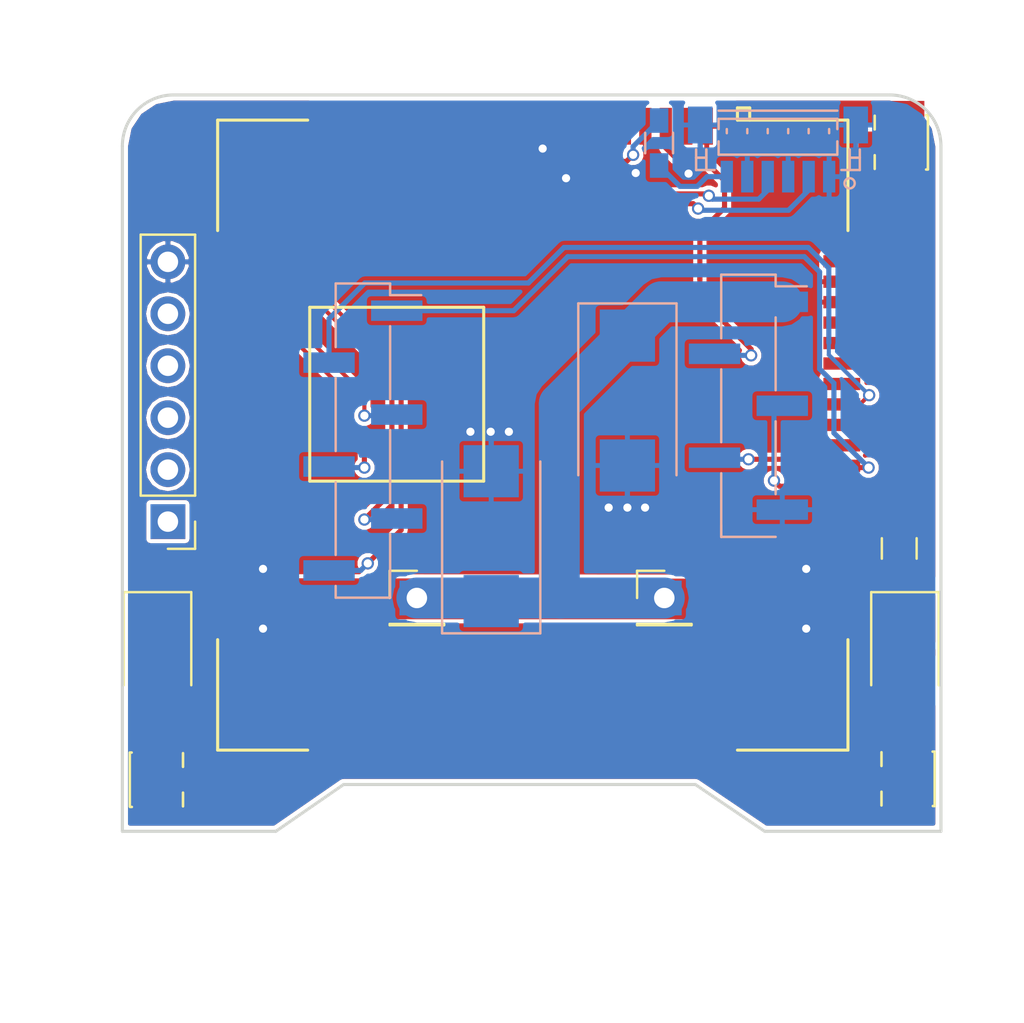
<source format=kicad_pcb>
(kicad_pcb (version 4) (host pcbnew 4.0.7)

  (general
    (links 83)
    (no_connects 4)
    (area 119.924999 74.924999 160.075001 111.075001)
    (thickness 1.6)
    (drawings 10)
    (tracks 194)
    (zones 0)
    (modules 25)
    (nets 22)
  )

  (page A4)
  (layers
    (0 F.Cu signal)
    (31 B.Cu signal)
    (32 B.Adhes user)
    (33 F.Adhes user)
    (34 B.Paste user)
    (35 F.Paste user)
    (36 B.SilkS user)
    (37 F.SilkS user)
    (38 B.Mask user)
    (39 F.Mask user)
    (40 Dwgs.User user)
    (41 Cmts.User user)
    (42 Eco1.User user)
    (43 Eco2.User user)
    (44 Edge.Cuts user)
    (45 Margin user)
    (46 B.CrtYd user)
    (47 F.CrtYd user)
    (48 B.Fab user hide)
    (49 F.Fab user hide)
  )

  (setup
    (last_trace_width 0.25)
    (user_trace_width 0.2)
    (user_trace_width 0.4)
    (user_trace_width 0.6)
    (user_trace_width 0.8)
    (user_trace_width 1)
    (user_trace_width 1.2)
    (trace_clearance 0.2)
    (zone_clearance 0.2)
    (zone_45_only no)
    (trace_min 0.2)
    (segment_width 0.2)
    (edge_width 0.15)
    (via_size 0.6)
    (via_drill 0.4)
    (via_min_size 0.4)
    (via_min_drill 0.3)
    (uvia_size 0.3)
    (uvia_drill 0.1)
    (uvias_allowed no)
    (uvia_min_size 0.2)
    (uvia_min_drill 0.1)
    (pcb_text_width 0.3)
    (pcb_text_size 1.5 1.5)
    (mod_edge_width 0.15)
    (mod_text_size 1 1)
    (mod_text_width 0.15)
    (pad_size 1.2 1.8)
    (pad_drill 0)
    (pad_to_mask_clearance 0.2)
    (aux_axis_origin 164.9476 70.0024)
    (visible_elements 7FFFFF7F)
    (pcbplotparams
      (layerselection 0x010f0_80000001)
      (usegerberextensions true)
      (usegerberattributes true)
      (excludeedgelayer true)
      (linewidth 0.100000)
      (plotframeref false)
      (viasonmask false)
      (mode 1)
      (useauxorigin true)
      (hpglpennumber 1)
      (hpglpenspeed 20)
      (hpglpendiameter 15)
      (hpglpenoverlay 2)
      (psnegative false)
      (psa4output false)
      (plotreference true)
      (plotvalue true)
      (plotinvisibletext false)
      (padsonsilk false)
      (subtractmaskfromsilk false)
      (outputformat 1)
      (mirror false)
      (drillshape 0)
      (scaleselection 1)
      (outputdirectory gerbers/))
  )

  (net 0 "")
  (net 1 "Net-(C1-Pad1)")
  (net 2 GND)
  (net 3 VDD)
  (net 4 "Net-(C9-Pad1)")
  (net 5 "Net-(C10-Pad1)")
  (net 6 RESET)
  (net 7 RXD)
  (net 8 TXD)
  (net 9 RING)
  (net 10 DTR)
  (net 11 MIC+)
  (net 12 MIC-)
  (net 13 SPK+)
  (net 14 SPK-)
  (net 15 "Net-(R1-Pad1)")
  (net 16 /GPS_ANT)
  (net 17 /DIV_ANT)
  (net 18 /MAIN_ANT)
  (net 19 /D-)
  (net 20 /D+)
  (net 21 "Net-(J7-Pad6)")

  (net_class Default "This is the default net class."
    (clearance 0.2)
    (trace_width 0.25)
    (via_dia 0.6)
    (via_drill 0.4)
    (uvia_dia 0.3)
    (uvia_drill 0.1)
    (add_net /D+)
    (add_net /D-)
    (add_net /DIV_ANT)
    (add_net /GPS_ANT)
    (add_net /MAIN_ANT)
    (add_net DTR)
    (add_net GND)
    (add_net MIC+)
    (add_net MIC-)
    (add_net "Net-(C1-Pad1)")
    (add_net "Net-(C10-Pad1)")
    (add_net "Net-(C9-Pad1)")
    (add_net "Net-(J7-Pad6)")
    (add_net "Net-(R1-Pad1)")
    (add_net RESET)
    (add_net RING)
    (add_net RXD)
    (add_net SPK+)
    (add_net SPK-)
    (add_net TXD)
    (add_net VDD)
  )

  (module Pin_Headers:Pin_Header_Straight_1x05_Pitch2.54mm_SMD_Pin1Left (layer B.Cu) (tedit 5AA2A376) (tstamp 5AA2981F)
    (at 150.5926 90.1954 180)
    (descr "surface-mounted straight pin header, 1x05, 2.54mm pitch, single row, style 1 (pin 1 left)")
    (tags "Surface mounted pin header SMD 1x05 2.54mm single row style1 pin1 left")
    (path /5962F537)
    (attr smd)
    (fp_text reference J1 (at 0 7.41 180) (layer B.SilkS) hide
      (effects (font (size 1 1) (thickness 0.15)) (justify mirror))
    )
    (fp_text value CONN_01X05 (at 0 -7.41 180) (layer B.Fab) hide
      (effects (font (size 1 1) (thickness 0.15)) (justify mirror))
    )
    (fp_line (start 1.27 -6.35) (end -1.27 -6.35) (layer B.Fab) (width 0.1))
    (fp_line (start -0.32 6.35) (end 1.27 6.35) (layer B.Fab) (width 0.1))
    (fp_line (start -1.27 -6.35) (end -1.27 5.4) (layer B.Fab) (width 0.1))
    (fp_line (start -1.27 5.4) (end -0.32 6.35) (layer B.Fab) (width 0.1))
    (fp_line (start 1.27 6.35) (end 1.27 -6.35) (layer B.Fab) (width 0.1))
    (fp_line (start -1.27 5.4) (end -2.54 5.4) (layer B.Fab) (width 0.1))
    (fp_line (start -2.54 5.4) (end -2.54 4.76) (layer B.Fab) (width 0.1))
    (fp_line (start -2.54 4.76) (end -1.27 4.76) (layer B.Fab) (width 0.1))
    (fp_line (start -1.27 0.32) (end -2.54 0.32) (layer B.Fab) (width 0.1))
    (fp_line (start -2.54 0.32) (end -2.54 -0.32) (layer B.Fab) (width 0.1))
    (fp_line (start -2.54 -0.32) (end -1.27 -0.32) (layer B.Fab) (width 0.1))
    (fp_line (start -1.27 -4.76) (end -2.54 -4.76) (layer B.Fab) (width 0.1))
    (fp_line (start -2.54 -4.76) (end -2.54 -5.4) (layer B.Fab) (width 0.1))
    (fp_line (start -2.54 -5.4) (end -1.27 -5.4) (layer B.Fab) (width 0.1))
    (fp_line (start 1.27 2.86) (end 2.54 2.86) (layer B.Fab) (width 0.1))
    (fp_line (start 2.54 2.86) (end 2.54 2.22) (layer B.Fab) (width 0.1))
    (fp_line (start 2.54 2.22) (end 1.27 2.22) (layer B.Fab) (width 0.1))
    (fp_line (start 1.27 -2.22) (end 2.54 -2.22) (layer B.Fab) (width 0.1))
    (fp_line (start 2.54 -2.22) (end 2.54 -2.86) (layer B.Fab) (width 0.1))
    (fp_line (start 2.54 -2.86) (end 1.27 -2.86) (layer B.Fab) (width 0.1))
    (fp_line (start -1.33 6.41) (end 1.33 6.41) (layer B.SilkS) (width 0.12))
    (fp_line (start -1.33 -6.41) (end 1.33 -6.41) (layer B.SilkS) (width 0.12))
    (fp_line (start 1.33 6.41) (end 1.33 3.3) (layer B.SilkS) (width 0.12))
    (fp_line (start -1.33 5.84) (end -2.85 5.84) (layer B.SilkS) (width 0.12))
    (fp_line (start -1.33 6.41) (end -1.33 5.84) (layer B.SilkS) (width 0.12))
    (fp_line (start 1.33 -5.84) (end 1.33 -6.41) (layer B.SilkS) (width 0.12))
    (fp_line (start 1.33 1.78) (end 1.33 -1.78) (layer B.SilkS) (width 0.12))
    (fp_line (start 1.33 -3.3) (end 1.33 -6.41) (layer B.SilkS) (width 0.12))
    (fp_line (start -1.33 4.32) (end -1.33 0.76) (layer B.SilkS) (width 0.12))
    (fp_line (start -1.33 -0.76) (end -1.33 -4.32) (layer B.SilkS) (width 0.12))
    (fp_line (start -3.45 6.85) (end -3.45 -6.85) (layer B.CrtYd) (width 0.05))
    (fp_line (start -3.45 -6.85) (end 3.45 -6.85) (layer B.CrtYd) (width 0.05))
    (fp_line (start 3.45 -6.85) (end 3.45 6.85) (layer B.CrtYd) (width 0.05))
    (fp_line (start 3.45 6.85) (end -3.45 6.85) (layer B.CrtYd) (width 0.05))
    (fp_text user %R (at 0 0 270) (layer B.Fab) hide
      (effects (font (size 1 1) (thickness 0.15)) (justify mirror))
    )
    (pad 1 smd rect (at -1.655 5.08 180) (size 2.51 1) (layers B.Cu B.Paste B.Mask)
      (net 3 VDD))
    (pad 3 smd rect (at -1.655 0 180) (size 2.51 1) (layers B.Cu B.Paste B.Mask)
      (net 7 RXD))
    (pad 5 smd rect (at -1.655 -5.08 180) (size 2.51 1) (layers B.Cu B.Paste B.Mask)
      (net 2 GND))
    (pad 2 smd rect (at 1.655 2.54 180) (size 2.51 1) (layers B.Cu B.Paste B.Mask)
      (net 6 RESET))
    (pad 4 smd rect (at 1.655 -2.54 180) (size 2.51 1) (layers B.Cu B.Paste B.Mask)
      (net 8 TXD))
    (model ${KISYS3DMOD}/Pin_Headers.3dshapes/Pin_Header_Straight_1x05_Pitch2.54mm_SMD_Pin1Left.wrl
      (at (xyz 0 0 0))
      (scale (xyz 1 1 1))
      (rotate (xyz 0 0 0))
    )
  )

  (module SIM5320:SIM5320 (layer F.Cu) (tedit 59AEB566) (tstamp 59AA0E72)
    (at 140.056 91.6302 270)
    (path /5962425A)
    (fp_text reference U1 (at -4.8 13.2 270) (layer F.SilkS) hide
      (effects (font (size 1 1) (thickness 0.15)))
    )
    (fp_text value SIM5320 (at -5.15 -12.95 270) (layer F.Fab) hide
      (effects (font (size 1 1) (thickness 0.15)))
    )
    (fp_line (start -6.25 2.4) (end -6.25 10.9) (layer F.SilkS) (width 0.15))
    (fp_line (start 2.25 2.4) (end -6.25 2.4) (layer F.SilkS) (width 0.15))
    (fp_line (start 2.25 10.9) (end 2.25 2.4) (layer F.SilkS) (width 0.15))
    (fp_line (start -6.25 10.9) (end 2.25 10.9) (layer F.SilkS) (width 0.15))
    (fp_line (start -10.5 -15.5) (end -15.5 -15.5) (layer F.CrtYd) (width 0.15))
    (fp_line (start -10.5 -16.5) (end -10.5 -15.5) (layer F.CrtYd) (width 0.15))
    (fp_line (start 10.5 -16.5) (end -10.5 -16.5) (layer F.CrtYd) (width 0.15))
    (fp_line (start 10.5 -16) (end 10.5 -16.5) (layer F.CrtYd) (width 0.15))
    (fp_line (start 16 -16) (end 10.5 -16) (layer F.CrtYd) (width 0.15))
    (fp_line (start 16 -10.5) (end 16 -16) (layer F.CrtYd) (width 0.15))
    (fp_line (start 16.5 -10.5) (end 16 -10.5) (layer F.CrtYd) (width 0.15))
    (fp_line (start 16.5 11.5) (end 16.5 -10.5) (layer F.CrtYd) (width 0.15))
    (fp_line (start 16 11.5) (end 16.5 11.5) (layer F.CrtYd) (width 0.15))
    (fp_line (start 16 16) (end 16 11.5) (layer F.CrtYd) (width 0.15))
    (fp_line (start 10.5 16) (end 16 16) (layer F.CrtYd) (width 0.15))
    (fp_line (start 10.5 16.5) (end 10.5 16) (layer F.CrtYd) (width 0.15))
    (fp_line (start -10.5 16.5) (end 10.5 16.5) (layer F.CrtYd) (width 0.15))
    (fp_line (start -10.5 16) (end -10.5 16.5) (layer F.CrtYd) (width 0.15))
    (fp_line (start -16 16) (end -10.5 16) (layer F.CrtYd) (width 0.15))
    (fp_line (start -16 11.5) (end -16 16) (layer F.CrtYd) (width 0.15))
    (fp_line (start -16.5 11.5) (end -16 11.5) (layer F.CrtYd) (width 0.15))
    (fp_line (start -16.5 -10.5) (end -16.5 11.5) (layer F.CrtYd) (width 0.15))
    (fp_line (start -15.5 -10.5) (end -16.5 -10.5) (layer F.CrtYd) (width 0.15))
    (fp_line (start -15.5 -15.5) (end -15.5 -10.5) (layer F.CrtYd) (width 0.15))
    (fp_line (start -16 -10.6) (end -15.4 -10.6) (layer F.SilkS) (width 0.15))
    (fp_line (start -16 -10) (end -16 -10.6) (layer F.SilkS) (width 0.15))
    (fp_line (start -15.4 -10) (end -16 -10) (layer F.SilkS) (width 0.15))
    (fp_line (start -15.4 15.4) (end -10 15.4) (layer F.SilkS) (width 0.15))
    (fp_line (start -15.4 11) (end -15.4 15.4) (layer F.SilkS) (width 0.15))
    (fp_line (start 15.4 15.4) (end 15.4 11) (layer F.SilkS) (width 0.15))
    (fp_line (start 10 15.4) (end 15.4 15.4) (layer F.SilkS) (width 0.15))
    (fp_line (start 15.4 -15.4) (end 15.4 -10) (layer F.SilkS) (width 0.15))
    (fp_line (start 10 -15.4) (end 15.4 -15.4) (layer F.SilkS) (width 0.15))
    (fp_line (start -15.4 -15.4) (end -15.4 -10) (layer F.SilkS) (width 0.15))
    (fp_line (start -15.4 -15.4) (end -10 -15.4) (layer F.SilkS) (width 0.15))
    (pad 1 smd rect (at -15.1 -9.5 270) (size 1.8 0.6) (layers F.Cu F.Paste F.Mask)
      (net 2 GND))
    (pad 2 smd rect (at -15.1 -8.5 270) (size 1.8 0.6) (layers F.Cu F.Paste F.Mask)
      (net 2 GND))
    (pad 3 smd rect (at -15.1 -7.5 270) (size 1.8 0.6) (layers F.Cu F.Paste F.Mask)
      (net 2 GND))
    (pad 4 smd rect (at -15.1 -6.5 270) (size 1.8 0.6) (layers F.Cu F.Paste F.Mask)
      (net 6 RESET))
    (pad 5 smd rect (at -15.1 -5.5 270) (size 1.8 0.6) (layers F.Cu F.Paste F.Mask)
      (net 2 GND))
    (pad 6 smd rect (at -15.1 -4.5 270) (size 1.8 0.6) (layers F.Cu F.Paste F.Mask))
    (pad 7 smd rect (at -15.1 -3.5 270) (size 1.8 0.6) (layers F.Cu F.Paste F.Mask))
    (pad 8 smd rect (at -15.1 -2.5 270) (size 1.8 0.6) (layers F.Cu F.Paste F.Mask))
    (pad 9 smd rect (at -15.1 -1.5 270) (size 1.8 0.6) (layers F.Cu F.Paste F.Mask))
    (pad 10 smd rect (at -15.1 -0.5 270) (size 1.8 0.6) (layers F.Cu F.Paste F.Mask)
      (net 2 GND))
    (pad 11 smd rect (at -15.1 0.5 270) (size 1.8 0.6) (layers F.Cu F.Paste F.Mask)
      (net 15 "Net-(R1-Pad1)"))
    (pad 12 smd rect (at -15.1 1.5 270) (size 1.8 0.6) (layers F.Cu F.Paste F.Mask)
      (net 19 /D-))
    (pad 13 smd rect (at -15.1 2.5 270) (size 1.8 0.6) (layers F.Cu F.Paste F.Mask)
      (net 20 /D+))
    (pad 14 smd rect (at -15.1 3.5 270) (size 1.8 0.6) (layers F.Cu F.Paste F.Mask)
      (net 2 GND))
    (pad 15 smd rect (at -15.1 4.5 270) (size 1.8 0.6) (layers F.Cu F.Paste F.Mask))
    (pad 16 smd rect (at -15.1 5.5 270) (size 1.8 0.6) (layers F.Cu F.Paste F.Mask))
    (pad 17 smd rect (at -15.1 6.5 270) (size 1.8 0.6) (layers F.Cu F.Paste F.Mask))
    (pad 18 smd rect (at -15.1 7.5 270) (size 1.8 0.6) (layers F.Cu F.Paste F.Mask))
    (pad 19 smd rect (at -15.1 8.5 270) (size 1.8 0.6) (layers F.Cu F.Paste F.Mask))
    (pad 20 smd rect (at -15.1 9.5 270) (size 1.8 0.6) (layers F.Cu F.Paste F.Mask))
    (pad 21 smd rect (at -9.5 15.1) (size 1.8 0.6) (layers F.Cu F.Paste F.Mask)
      (net 14 SPK-))
    (pad 22 smd rect (at -8.5 15.1) (size 1.8 0.6) (layers F.Cu F.Paste F.Mask)
      (net 13 SPK+))
    (pad 23 smd rect (at -7.5 15.1) (size 1.8 0.6) (layers F.Cu F.Paste F.Mask)
      (net 11 MIC+))
    (pad 24 smd rect (at -6.5 15.1) (size 1.8 0.6) (layers F.Cu F.Paste F.Mask)
      (net 12 MIC-))
    (pad 25 smd rect (at -5.5 15.1) (size 1.8 0.6) (layers F.Cu F.Paste F.Mask))
    (pad 26 smd rect (at -4.5 15.1) (size 1.8 0.6) (layers F.Cu F.Paste F.Mask))
    (pad 27 smd rect (at -3.5 15.1) (size 1.8 0.6) (layers F.Cu F.Paste F.Mask))
    (pad 28 smd rect (at -2.5 15.1) (size 1.8 0.6) (layers F.Cu F.Paste F.Mask))
    (pad 29 smd rect (at -1.5 15.1) (size 1.8 0.6) (layers F.Cu F.Paste F.Mask))
    (pad 30 smd rect (at -0.5 15.1) (size 1.8 0.6) (layers F.Cu F.Paste F.Mask))
    (pad 31 smd rect (at 0.5 15.1) (size 1.8 0.6) (layers F.Cu F.Paste F.Mask))
    (pad 32 smd rect (at 1.5 15.1) (size 1.8 0.6) (layers F.Cu F.Paste F.Mask))
    (pad 33 smd rect (at 2.5 15.1) (size 1.8 0.6) (layers F.Cu F.Paste F.Mask))
    (pad 34 smd rect (at 3.5 15.1) (size 1.8 0.6) (layers F.Cu F.Paste F.Mask))
    (pad 35 smd rect (at 4.5 15.1) (size 1.8 0.6) (layers F.Cu F.Paste F.Mask))
    (pad 36 smd rect (at 5.5 15.1) (size 1.8 0.6) (layers F.Cu F.Paste F.Mask))
    (pad 37 smd rect (at 6.5 15.1) (size 1.8 0.6) (layers F.Cu F.Paste F.Mask)
      (net 2 GND))
    (pad 38 smd rect (at 7.5 15.1) (size 1.8 0.6) (layers F.Cu F.Paste F.Mask)
      (net 3 VDD))
    (pad 39 smd rect (at 8.5 15.1) (size 1.8 0.6) (layers F.Cu F.Paste F.Mask)
      (net 3 VDD))
    (pad 40 smd rect (at 9.5 15.1) (size 1.8 0.6) (layers F.Cu F.Paste F.Mask)
      (net 2 GND))
    (pad 41 smd rect (at 15.1 9.5 90) (size 1.8 0.6) (layers F.Cu F.Paste F.Mask)
      (net 2 GND))
    (pad 42 smd rect (at 15.1 8.5 90) (size 1.8 0.6) (layers F.Cu F.Paste F.Mask))
    (pad 43 smd rect (at 15.1 7.5 90) (size 1.8 0.6) (layers F.Cu F.Paste F.Mask)
      (net 2 GND))
    (pad 44 smd rect (at 15.1 6.5 90) (size 1.8 0.6) (layers F.Cu F.Paste F.Mask))
    (pad 45 smd rect (at 15.1 5.5 90) (size 1.8 0.6) (layers F.Cu F.Paste F.Mask))
    (pad 46 smd rect (at 15.1 4.5 90) (size 1.8 0.6) (layers F.Cu F.Paste F.Mask))
    (pad 47 smd rect (at 15.1 3.5 90) (size 1.8 0.6) (layers F.Cu F.Paste F.Mask))
    (pad 48 smd rect (at 15.1 2.5 90) (size 1.8 0.6) (layers F.Cu F.Paste F.Mask))
    (pad 49 smd rect (at 15.1 1.5 90) (size 1.8 0.6) (layers F.Cu F.Paste F.Mask))
    (pad 50 smd rect (at 15.1 0.5 90) (size 1.8 0.6) (layers F.Cu F.Paste F.Mask))
    (pad 51 smd rect (at 15.1 -0.5 90) (size 1.8 0.6) (layers F.Cu F.Paste F.Mask))
    (pad 52 smd rect (at 15.1 -1.5 90) (size 1.8 0.6) (layers F.Cu F.Paste F.Mask))
    (pad 53 smd rect (at 15.1 -2.5 90) (size 1.8 0.6) (layers F.Cu F.Paste F.Mask))
    (pad 54 smd rect (at 15.1 -3.5 90) (size 1.8 0.6) (layers F.Cu F.Paste F.Mask))
    (pad 55 smd rect (at 15.1 -4.5 90) (size 1.8 0.6) (layers F.Cu F.Paste F.Mask))
    (pad 56 smd rect (at 15.1 -5.5 90) (size 1.8 0.6) (layers F.Cu F.Paste F.Mask))
    (pad 57 smd rect (at 15.1 -6.5 90) (size 1.8 0.6) (layers F.Cu F.Paste F.Mask)
      (net 2 GND))
    (pad 58 smd rect (at 15.1 -7.5 90) (size 1.8 0.6) (layers F.Cu F.Paste F.Mask)
      (net 2 GND))
    (pad 59 smd rect (at 15.1 -8.5 90) (size 1.8 0.6) (layers F.Cu F.Paste F.Mask)
      (net 18 /MAIN_ANT))
    (pad 60 smd rect (at 15.1 -9.5 90) (size 1.8 0.6) (layers F.Cu F.Paste F.Mask)
      (net 2 GND))
    (pad 61 smd rect (at 9.5 -15.1 180) (size 1.8 0.6) (layers F.Cu F.Paste F.Mask)
      (net 2 GND))
    (pad 62 smd rect (at 8.5 -15.1 180) (size 1.8 0.6) (layers F.Cu F.Paste F.Mask)
      (net 3 VDD))
    (pad 63 smd rect (at 7.5 -15.1 180) (size 1.8 0.6) (layers F.Cu F.Paste F.Mask)
      (net 3 VDD))
    (pad 64 smd rect (at 6.5 -15.1 180) (size 1.8 0.6) (layers F.Cu F.Paste F.Mask)
      (net 2 GND))
    (pad 65 smd rect (at 5.5 -15.1 180) (size 1.8 0.6) (layers F.Cu F.Paste F.Mask)
      (net 2 GND))
    (pad 66 smd rect (at 4.5 -15.1 180) (size 1.8 0.6) (layers F.Cu F.Paste F.Mask))
    (pad 67 smd rect (at 3.5 -15.1 180) (size 1.8 0.6) (layers F.Cu F.Paste F.Mask))
    (pad 68 smd rect (at 2.5 -15.1 180) (size 1.8 0.6) (layers F.Cu F.Paste F.Mask)
      (net 7 RXD))
    (pad 69 smd rect (at 1.5 -15.1 180) (size 1.8 0.6) (layers F.Cu F.Paste F.Mask)
      (net 9 RING))
    (pad 70 smd rect (at 0.5 -15.1 180) (size 1.8 0.6) (layers F.Cu F.Paste F.Mask))
    (pad 71 smd rect (at -0.5 -15.1 180) (size 1.8 0.6) (layers F.Cu F.Paste F.Mask)
      (net 8 TXD))
    (pad 72 smd rect (at -1.5 -15.1 180) (size 1.8 0.6) (layers F.Cu F.Paste F.Mask)
      (net 10 DTR))
    (pad 73 smd rect (at -2.5 -15.1 180) (size 1.8 0.6) (layers F.Cu F.Paste F.Mask))
    (pad 74 smd rect (at -3.5 -15.1 180) (size 1.8 0.6) (layers F.Cu F.Paste F.Mask))
    (pad 75 smd rect (at -4.5 -15.1 180) (size 1.8 0.6) (layers F.Cu F.Paste F.Mask))
    (pad 76 smd rect (at -5.5 -15.1 180) (size 1.8 0.6) (layers F.Cu F.Paste F.Mask))
    (pad 77 smd rect (at -6.5 -15.1 180) (size 1.8 0.6) (layers F.Cu F.Paste F.Mask)
      (net 2 GND))
    (pad 78 smd rect (at -7.5 -15.1 180) (size 1.8 0.6) (layers F.Cu F.Paste F.Mask)
      (net 2 GND))
    (pad 79 smd rect (at -8.5 -15.1 180) (size 1.8 0.6) (layers F.Cu F.Paste F.Mask)
      (net 16 /GPS_ANT))
    (pad 80 smd rect (at -9.5 -15.1 180) (size 1.8 0.6) (layers F.Cu F.Paste F.Mask)
      (net 2 GND))
    (pad 81 smd rect (at -15.1 10.5 270) (size 1.8 0.6) (layers F.Cu F.Paste F.Mask)
      (net 2 GND))
    (pad 82 smd rect (at 15.1 10.5 270) (size 1.8 0.6) (layers F.Cu F.Paste F.Mask)
      (net 17 /DIV_ANT))
  )

  (module Capacitors_SMD:C_0402_NoSilk (layer F.Cu) (tedit 59AEB58D) (tstamp 59AA0D04)
    (at 157.7848 80.264)
    (descr "Capacitor SMD 0402, reflow soldering, AVX (see smccp.pdf)")
    (tags "capacitor 0402")
    (path /5962B033)
    (zone_connect 2)
    (attr smd)
    (fp_text reference C1 (at 0 -1.27) (layer F.SilkS) hide
      (effects (font (size 1 1) (thickness 0.15)))
    )
    (fp_text value NC (at 0 1.27) (layer F.Fab) hide
      (effects (font (size 1 1) (thickness 0.15)))
    )
    (fp_text user %R (at 0 -1.27) (layer F.Fab) hide
      (effects (font (size 1 1) (thickness 0.15)))
    )
    (fp_line (start -0.5 0.25) (end -0.5 -0.25) (layer F.Fab) (width 0.1))
    (fp_line (start 0.5 0.25) (end -0.5 0.25) (layer F.Fab) (width 0.1))
    (fp_line (start 0.5 -0.25) (end 0.5 0.25) (layer F.Fab) (width 0.1))
    (fp_line (start -0.5 -0.25) (end 0.5 -0.25) (layer F.Fab) (width 0.1))
    (fp_line (start -1 -0.4) (end 1 -0.4) (layer F.CrtYd) (width 0.05))
    (fp_line (start -1 -0.4) (end -1 0.4) (layer F.CrtYd) (width 0.05))
    (fp_line (start 1 0.4) (end 1 -0.4) (layer F.CrtYd) (width 0.05))
    (fp_line (start 1 0.4) (end -1 0.4) (layer F.CrtYd) (width 0.05))
    (pad 1 smd rect (at -0.55 0) (size 0.6 0.5) (layers F.Cu F.Paste F.Mask)
      (net 1 "Net-(C1-Pad1)") (zone_connect 2))
    (pad 2 smd rect (at 0.55 0) (size 0.6 0.5) (layers F.Cu F.Paste F.Mask)
      (net 2 GND) (zone_connect 2))
    (model Capacitors_SMD.3dshapes/C_0402.wrl
      (at (xyz 0 0 0))
      (scale (xyz 1 1 1))
      (rotate (xyz 0 0 0))
    )
  )

  (module Capacitors_SMD:C_0402_NoSilk (layer F.Cu) (tedit 59AEB58A) (tstamp 59AA0D0A)
    (at 157.776 82.6516)
    (descr "Capacitor SMD 0402, reflow soldering, AVX (see smccp.pdf)")
    (tags "capacitor 0402")
    (path /5962B039)
    (zone_connect 2)
    (attr smd)
    (fp_text reference C2 (at 0 -1.27) (layer F.SilkS) hide
      (effects (font (size 1 1) (thickness 0.15)))
    )
    (fp_text value NC (at 0 1.27) (layer F.Fab) hide
      (effects (font (size 1 1) (thickness 0.15)))
    )
    (fp_text user %R (at 0 -1.27) (layer F.Fab) hide
      (effects (font (size 1 1) (thickness 0.15)))
    )
    (fp_line (start -0.5 0.25) (end -0.5 -0.25) (layer F.Fab) (width 0.1))
    (fp_line (start 0.5 0.25) (end -0.5 0.25) (layer F.Fab) (width 0.1))
    (fp_line (start 0.5 -0.25) (end 0.5 0.25) (layer F.Fab) (width 0.1))
    (fp_line (start -0.5 -0.25) (end 0.5 -0.25) (layer F.Fab) (width 0.1))
    (fp_line (start -1 -0.4) (end 1 -0.4) (layer F.CrtYd) (width 0.05))
    (fp_line (start -1 -0.4) (end -1 0.4) (layer F.CrtYd) (width 0.05))
    (fp_line (start 1 0.4) (end 1 -0.4) (layer F.CrtYd) (width 0.05))
    (fp_line (start 1 0.4) (end -1 0.4) (layer F.CrtYd) (width 0.05))
    (pad 1 smd rect (at -0.55 0) (size 0.6 0.5) (layers F.Cu F.Paste F.Mask)
      (net 16 /GPS_ANT) (zone_connect 2))
    (pad 2 smd rect (at 0.55 0) (size 0.6 0.5) (layers F.Cu F.Paste F.Mask)
      (net 2 GND) (zone_connect 2))
    (model Capacitors_SMD.3dshapes/C_0402.wrl
      (at (xyz 0 0 0))
      (scale (xyz 1 1 1))
      (rotate (xyz 0 0 0))
    )
  )

  (module Capacitors_SMD:C_0402_NoSilk (layer F.Cu) (tedit 5AA27C22) (tstamp 59AA0D28)
    (at 127.5842 108.966 270)
    (descr "Capacitor SMD 0402, reflow soldering, AVX (see smccp.pdf)")
    (tags "capacitor 0402")
    (path /5962A329)
    (zone_connect 2)
    (attr smd)
    (fp_text reference C7 (at 0 -1.27 270) (layer F.SilkS) hide
      (effects (font (size 1 1) (thickness 0.15)))
    )
    (fp_text value NC (at 0 1.27 270) (layer F.Fab) hide
      (effects (font (size 1 1) (thickness 0.15)))
    )
    (fp_text user %R (at 0 -1.27 270) (layer F.Fab) hide
      (effects (font (size 1 1) (thickness 0.15)))
    )
    (fp_line (start -0.5 0.25) (end -0.5 -0.25) (layer F.Fab) (width 0.1))
    (fp_line (start 0.5 0.25) (end -0.5 0.25) (layer F.Fab) (width 0.1))
    (fp_line (start 0.5 -0.25) (end 0.5 0.25) (layer F.Fab) (width 0.1))
    (fp_line (start -0.5 -0.25) (end 0.5 -0.25) (layer F.Fab) (width 0.1))
    (fp_line (start -1 -0.4) (end 1 -0.4) (layer F.CrtYd) (width 0.05))
    (fp_line (start -1 -0.4) (end -1 0.4) (layer F.CrtYd) (width 0.05))
    (fp_line (start 1 0.4) (end 1 -0.4) (layer F.CrtYd) (width 0.05))
    (fp_line (start 1 0.4) (end -1 0.4) (layer F.CrtYd) (width 0.05))
    (pad 1 smd rect (at -0.55 0 270) (size 0.6 0.5) (layers F.Cu F.Paste F.Mask)
      (net 17 /DIV_ANT) (zone_connect 2))
    (pad 2 smd rect (at 0.55 0 270) (size 0.6 0.5) (layers F.Cu F.Paste F.Mask)
      (net 2 GND) (zone_connect 2))
    (model Capacitors_SMD.3dshapes/C_0402.wrl
      (at (xyz 0 0 0))
      (scale (xyz 1 1 1))
      (rotate (xyz 0 0 0))
    )
  )

  (module Capacitors_SMD:C_0402_NoSilk (layer F.Cu) (tedit 5AA15B04) (tstamp 59AA0D2E)
    (at 152.4 108.966 270)
    (descr "Capacitor SMD 0402, reflow soldering, AVX (see smccp.pdf)")
    (tags "capacitor 0402")
    (path /5962AB64)
    (zone_connect 2)
    (attr smd)
    (fp_text reference C8 (at 0 -1.27 270) (layer F.SilkS) hide
      (effects (font (size 1 1) (thickness 0.15)))
    )
    (fp_text value NC (at 0 1.27 270) (layer F.Fab) hide
      (effects (font (size 1 1) (thickness 0.15)))
    )
    (fp_text user %R (at 0 -1.27 270) (layer F.Fab) hide
      (effects (font (size 1 1) (thickness 0.15)))
    )
    (fp_line (start -0.5 0.25) (end -0.5 -0.25) (layer F.Fab) (width 0.1))
    (fp_line (start 0.5 0.25) (end -0.5 0.25) (layer F.Fab) (width 0.1))
    (fp_line (start 0.5 -0.25) (end 0.5 0.25) (layer F.Fab) (width 0.1))
    (fp_line (start -0.5 -0.25) (end 0.5 -0.25) (layer F.Fab) (width 0.1))
    (fp_line (start -1 -0.4) (end 1 -0.4) (layer F.CrtYd) (width 0.05))
    (fp_line (start -1 -0.4) (end -1 0.4) (layer F.CrtYd) (width 0.05))
    (fp_line (start 1 0.4) (end 1 -0.4) (layer F.CrtYd) (width 0.05))
    (fp_line (start 1 0.4) (end -1 0.4) (layer F.CrtYd) (width 0.05))
    (pad 1 smd rect (at -0.55 0 270) (size 0.6 0.5) (layers F.Cu F.Paste F.Mask)
      (net 18 /MAIN_ANT) (zone_connect 2))
    (pad 2 smd rect (at 0.55 0 270) (size 0.6 0.5) (layers F.Cu F.Paste F.Mask)
      (net 2 GND) (zone_connect 2))
    (model Capacitors_SMD.3dshapes/C_0402.wrl
      (at (xyz 0 0 0))
      (scale (xyz 1 1 1))
      (rotate (xyz 0 0 0))
    )
  )

  (module Capacitors_SMD:C_0402_NoSilk (layer F.Cu) (tedit 5AA27C1F) (tstamp 59AA0D34)
    (at 124.714 109.008 270)
    (descr "Capacitor SMD 0402, reflow soldering, AVX (see smccp.pdf)")
    (tags "capacitor 0402")
    (path /5962A259)
    (zone_connect 2)
    (attr smd)
    (fp_text reference C9 (at 0 -1.27 270) (layer F.SilkS) hide
      (effects (font (size 1 1) (thickness 0.15)))
    )
    (fp_text value NC (at 0 1.27 270) (layer F.Fab) hide
      (effects (font (size 1 1) (thickness 0.15)))
    )
    (fp_text user %R (at 0 -1.27 270) (layer F.Fab) hide
      (effects (font (size 1 1) (thickness 0.15)))
    )
    (fp_line (start -0.5 0.25) (end -0.5 -0.25) (layer F.Fab) (width 0.1))
    (fp_line (start 0.5 0.25) (end -0.5 0.25) (layer F.Fab) (width 0.1))
    (fp_line (start 0.5 -0.25) (end 0.5 0.25) (layer F.Fab) (width 0.1))
    (fp_line (start -0.5 -0.25) (end 0.5 -0.25) (layer F.Fab) (width 0.1))
    (fp_line (start -1 -0.4) (end 1 -0.4) (layer F.CrtYd) (width 0.05))
    (fp_line (start -1 -0.4) (end -1 0.4) (layer F.CrtYd) (width 0.05))
    (fp_line (start 1 0.4) (end 1 -0.4) (layer F.CrtYd) (width 0.05))
    (fp_line (start 1 0.4) (end -1 0.4) (layer F.CrtYd) (width 0.05))
    (pad 1 smd rect (at -0.55 0 270) (size 0.6 0.5) (layers F.Cu F.Paste F.Mask)
      (net 4 "Net-(C9-Pad1)") (zone_connect 2))
    (pad 2 smd rect (at 0.55 0 270) (size 0.6 0.5) (layers F.Cu F.Paste F.Mask)
      (net 2 GND) (zone_connect 2))
    (model Capacitors_SMD.3dshapes/C_0402.wrl
      (at (xyz 0 0 0))
      (scale (xyz 1 1 1))
      (rotate (xyz 0 0 0))
    )
  )

  (module Capacitors_SMD:C_0402_NoSilk (layer F.Cu) (tedit 5AA15B02) (tstamp 59AA0D3A)
    (at 155.0924 108.966 270)
    (descr "Capacitor SMD 0402, reflow soldering, AVX (see smccp.pdf)")
    (tags "capacitor 0402")
    (path /5962AB5E)
    (zone_connect 2)
    (attr smd)
    (fp_text reference C10 (at 0 -1.27 270) (layer F.SilkS) hide
      (effects (font (size 1 1) (thickness 0.15)))
    )
    (fp_text value NC (at 0 1.27 270) (layer F.Fab) hide
      (effects (font (size 1 1) (thickness 0.15)))
    )
    (fp_text user %R (at 0 -1.27 270) (layer F.Fab) hide
      (effects (font (size 1 1) (thickness 0.15)))
    )
    (fp_line (start -0.5 0.25) (end -0.5 -0.25) (layer F.Fab) (width 0.1))
    (fp_line (start 0.5 0.25) (end -0.5 0.25) (layer F.Fab) (width 0.1))
    (fp_line (start 0.5 -0.25) (end 0.5 0.25) (layer F.Fab) (width 0.1))
    (fp_line (start -0.5 -0.25) (end 0.5 -0.25) (layer F.Fab) (width 0.1))
    (fp_line (start -1 -0.4) (end 1 -0.4) (layer F.CrtYd) (width 0.05))
    (fp_line (start -1 -0.4) (end -1 0.4) (layer F.CrtYd) (width 0.05))
    (fp_line (start 1 0.4) (end 1 -0.4) (layer F.CrtYd) (width 0.05))
    (fp_line (start 1 0.4) (end -1 0.4) (layer F.CrtYd) (width 0.05))
    (pad 1 smd rect (at -0.55 0 270) (size 0.6 0.5) (layers F.Cu F.Paste F.Mask)
      (net 5 "Net-(C10-Pad1)") (zone_connect 2))
    (pad 2 smd rect (at 0.55 0 270) (size 0.6 0.5) (layers F.Cu F.Paste F.Mask)
      (net 2 GND) (zone_connect 2))
    (model Capacitors_SMD.3dshapes/C_0402.wrl
      (at (xyz 0 0 0))
      (scale (xyz 1 1 1))
      (rotate (xyz 0 0 0))
    )
  )

  (module Resistors_SMD:R_0603_HandSoldering (layer B.Cu) (tedit 5AA2AB05) (tstamp 59AA0D99)
    (at 146.2278 77.3508 270)
    (descr "Resistor SMD 0603, hand soldering")
    (tags "resistor 0603")
    (path /59638E43)
    (attr smd)
    (fp_text reference R1 (at 0 1.45 270) (layer B.SilkS) hide
      (effects (font (size 1 1) (thickness 0.15)) (justify mirror))
    )
    (fp_text value 22R (at 0 -1.55 270) (layer B.Fab) hide
      (effects (font (size 1 1) (thickness 0.15)) (justify mirror))
    )
    (fp_text user %R (at 0 0 270) (layer B.Fab)
      (effects (font (size 0.4 0.4) (thickness 0.075)) (justify mirror))
    )
    (fp_line (start -0.8 -0.4) (end -0.8 0.4) (layer B.Fab) (width 0.1))
    (fp_line (start 0.8 -0.4) (end -0.8 -0.4) (layer B.Fab) (width 0.1))
    (fp_line (start 0.8 0.4) (end 0.8 -0.4) (layer B.Fab) (width 0.1))
    (fp_line (start -0.8 0.4) (end 0.8 0.4) (layer B.Fab) (width 0.1))
    (fp_line (start 0.5 -0.68) (end -0.5 -0.68) (layer B.SilkS) (width 0.12))
    (fp_line (start -0.5 0.68) (end 0.5 0.68) (layer B.SilkS) (width 0.12))
    (fp_line (start -1.96 0.7) (end 1.95 0.7) (layer B.CrtYd) (width 0.05))
    (fp_line (start -1.96 0.7) (end -1.96 -0.7) (layer B.CrtYd) (width 0.05))
    (fp_line (start 1.95 -0.7) (end 1.95 0.7) (layer B.CrtYd) (width 0.05))
    (fp_line (start 1.95 -0.7) (end -1.96 -0.7) (layer B.CrtYd) (width 0.05))
    (pad 1 smd rect (at -1.1 0 270) (size 1.2 0.9) (layers B.Cu B.Paste B.Mask)
      (net 15 "Net-(R1-Pad1)"))
    (pad 2 smd rect (at 1.1 0 270) (size 1.2 0.9) (layers B.Cu B.Paste B.Mask)
      (net 21 "Net-(J7-Pad6)"))
    (model ${KISYS3DMOD}/Resistors_SMD.3dshapes/R_0603.wrl
      (at (xyz 0 0 0))
      (scale (xyz 1 1 1))
      (rotate (xyz 0 0 0))
    )
  )

  (module Resistors_SMD:R_0402_NoSilk (layer F.Cu) (tedit 59AEB583) (tstamp 59AA0D9F)
    (at 157.226 81.3744 270)
    (descr "Resistor SMD 0402, reflow soldering, Vishay (see dcrcw.pdf)")
    (tags "resistor 0402")
    (path /5962B03F)
    (attr smd)
    (fp_text reference R2 (at 0 -1.2 270) (layer F.SilkS) hide
      (effects (font (size 1 1) (thickness 0.15)))
    )
    (fp_text value 0R (at 0 1.25 270) (layer F.Fab) hide
      (effects (font (size 1 1) (thickness 0.15)))
    )
    (fp_text user %R (at 0 -1.2 270) (layer F.Fab) hide
      (effects (font (size 1 1) (thickness 0.15)))
    )
    (fp_line (start -0.5 0.25) (end -0.5 -0.25) (layer F.Fab) (width 0.1))
    (fp_line (start 0.5 0.25) (end -0.5 0.25) (layer F.Fab) (width 0.1))
    (fp_line (start 0.5 -0.25) (end 0.5 0.25) (layer F.Fab) (width 0.1))
    (fp_line (start -0.5 -0.25) (end 0.5 -0.25) (layer F.Fab) (width 0.1))
    (fp_line (start -0.8 -0.45) (end 0.8 -0.45) (layer F.CrtYd) (width 0.05))
    (fp_line (start -0.8 -0.45) (end -0.8 0.45) (layer F.CrtYd) (width 0.05))
    (fp_line (start 0.8 0.45) (end 0.8 -0.45) (layer F.CrtYd) (width 0.05))
    (fp_line (start 0.8 0.45) (end -0.8 0.45) (layer F.CrtYd) (width 0.05))
    (pad 1 smd rect (at -0.45 0 270) (size 0.4 0.6) (layers F.Cu F.Paste F.Mask)
      (net 1 "Net-(C1-Pad1)"))
    (pad 2 smd rect (at 0.45 0 270) (size 0.4 0.6) (layers F.Cu F.Paste F.Mask)
      (net 16 /GPS_ANT))
    (model ${KISYS3DMOD}/Resistors_SMD.3dshapes/R_0402.wrl
      (at (xyz 0 0 0))
      (scale (xyz 1 1 1))
      (rotate (xyz 0 0 0))
    )
  )

  (module Resistors_SMD:R_0402_NoSilk (layer F.Cu) (tedit 5AA27C26) (tstamp 59AA0DB1)
    (at 126.1618 108.5596)
    (descr "Resistor SMD 0402, reflow soldering, Vishay (see dcrcw.pdf)")
    (tags "resistor 0402")
    (path /5962A3A4)
    (attr smd)
    (fp_text reference R5 (at 0 -1.2) (layer F.SilkS) hide
      (effects (font (size 1 1) (thickness 0.15)))
    )
    (fp_text value 0R (at 0 1.25) (layer F.Fab) hide
      (effects (font (size 1 1) (thickness 0.15)))
    )
    (fp_text user %R (at 0 -1.2) (layer F.Fab) hide
      (effects (font (size 1 1) (thickness 0.15)))
    )
    (fp_line (start -0.5 0.25) (end -0.5 -0.25) (layer F.Fab) (width 0.1))
    (fp_line (start 0.5 0.25) (end -0.5 0.25) (layer F.Fab) (width 0.1))
    (fp_line (start 0.5 -0.25) (end 0.5 0.25) (layer F.Fab) (width 0.1))
    (fp_line (start -0.5 -0.25) (end 0.5 -0.25) (layer F.Fab) (width 0.1))
    (fp_line (start -0.8 -0.45) (end 0.8 -0.45) (layer F.CrtYd) (width 0.05))
    (fp_line (start -0.8 -0.45) (end -0.8 0.45) (layer F.CrtYd) (width 0.05))
    (fp_line (start 0.8 0.45) (end 0.8 -0.45) (layer F.CrtYd) (width 0.05))
    (fp_line (start 0.8 0.45) (end -0.8 0.45) (layer F.CrtYd) (width 0.05))
    (pad 1 smd rect (at -0.45 0) (size 0.4 0.6) (layers F.Cu F.Paste F.Mask)
      (net 4 "Net-(C9-Pad1)"))
    (pad 2 smd rect (at 0.45 0) (size 0.4 0.6) (layers F.Cu F.Paste F.Mask)
      (net 17 /DIV_ANT))
    (model ${KISYS3DMOD}/Resistors_SMD.3dshapes/R_0402.wrl
      (at (xyz 0 0 0))
      (scale (xyz 1 1 1))
      (rotate (xyz 0 0 0))
    )
  )

  (module Resistors_SMD:R_0402_NoSilk (layer F.Cu) (tedit 5AA15AFD) (tstamp 59AA0DB7)
    (at 153.739 108.4834 180)
    (descr "Resistor SMD 0402, reflow soldering, Vishay (see dcrcw.pdf)")
    (tags "resistor 0402")
    (path /5962AB6A)
    (attr smd)
    (fp_text reference R6 (at 0 -1.2 180) (layer F.SilkS) hide
      (effects (font (size 1 1) (thickness 0.15)))
    )
    (fp_text value 0R (at 0 1.25 180) (layer F.Fab) hide
      (effects (font (size 1 1) (thickness 0.15)))
    )
    (fp_text user %R (at 0 -1.2 180) (layer F.Fab) hide
      (effects (font (size 1 1) (thickness 0.15)))
    )
    (fp_line (start -0.5 0.25) (end -0.5 -0.25) (layer F.Fab) (width 0.1))
    (fp_line (start 0.5 0.25) (end -0.5 0.25) (layer F.Fab) (width 0.1))
    (fp_line (start 0.5 -0.25) (end 0.5 0.25) (layer F.Fab) (width 0.1))
    (fp_line (start -0.5 -0.25) (end 0.5 -0.25) (layer F.Fab) (width 0.1))
    (fp_line (start -0.8 -0.45) (end 0.8 -0.45) (layer F.CrtYd) (width 0.05))
    (fp_line (start -0.8 -0.45) (end -0.8 0.45) (layer F.CrtYd) (width 0.05))
    (fp_line (start 0.8 0.45) (end 0.8 -0.45) (layer F.CrtYd) (width 0.05))
    (fp_line (start 0.8 0.45) (end -0.8 0.45) (layer F.CrtYd) (width 0.05))
    (pad 1 smd rect (at -0.45 0 180) (size 0.4 0.6) (layers F.Cu F.Paste F.Mask)
      (net 5 "Net-(C10-Pad1)"))
    (pad 2 smd rect (at 0.45 0 180) (size 0.4 0.6) (layers F.Cu F.Paste F.Mask)
      (net 18 /MAIN_ANT))
    (model ${KISYS3DMOD}/Resistors_SMD.3dshapes/R_0402.wrl
      (at (xyz 0 0 0))
      (scale (xyz 1 1 1))
      (rotate (xyz 0 0 0))
    )
  )

  (module "footprints:HRS_U.FL-R-SMT(01)" (layer F.Cu) (tedit 59AA2511) (tstamp 59AA2601)
    (at 121.6634 108.4792 90)
    (path /59629FDD)
    (zone_connect 2)
    (attr smd)
    (fp_text reference J8 (at -0.260048 -2.23541 90) (layer F.SilkS) hide
      (effects (font (size 1.00018 1.00018) (thickness 0.05)))
    )
    (fp_text value CONN_COAXIAL (at -0.025005 3.16561 90) (layer F.SilkS) hide
      (effects (font (size 1.00019 1.00019) (thickness 0.05)))
    )
    (fp_line (start -1.3 -1.3) (end 1.3 -1.3) (layer F.SilkS) (width 0.127))
    (fp_line (start -1.33 -1.2) (end -1.33 -1.29) (layer F.SilkS) (width 0.127))
    (fp_line (start 1.33 -1.21) (end 1.33 -1.3) (layer F.SilkS) (width 0.127))
    (fp_line (start -0.63 1.3) (end -1.3 1.3) (layer F.SilkS) (width 0.127))
    (fp_line (start 1.3 1.3) (end 0.63 1.3) (layer F.SilkS) (width 0.127))
    (fp_line (start 0.61 1.3) (end -0.63 1.3) (layer Dwgs.User) (width 0.127))
    (fp_line (start -1.31 1.3) (end -1.33 1.3) (layer Dwgs.User) (width 0.127))
    (fp_line (start -1.33 1.3) (end -1.33 -1.17) (layer Dwgs.User) (width 0.127))
    (fp_line (start 1.33 -1.21) (end 1.33 1.3) (layer Dwgs.User) (width 0.127))
    (fp_circle (center 0.01 -0.01) (end 0.342412 -0.01) (layer Dwgs.User) (width 0.127))
    (fp_circle (center 0 -0.01) (end 0.551541 -0.01) (layer Dwgs.User) (width 0.127))
    (fp_line (start 1.38 -0.88) (end 1.57 -0.88) (layer Dwgs.User) (width 0.127))
    (fp_line (start 1.57 -0.88) (end 1.57 0.9) (layer Dwgs.User) (width 0.127))
    (fp_line (start 1.57 0.9) (end 1.34 0.9) (layer Dwgs.User) (width 0.127))
    (fp_line (start 1.34 0.9) (end 1.34 0.91) (layer Dwgs.User) (width 0.127))
    (fp_line (start -1.56 -0.88) (end -1.56 0.9) (layer Dwgs.User) (width 0.127))
    (fp_line (start -1.57 -0.87) (end -1.33 -0.87) (layer Dwgs.User) (width 0.127))
    (fp_line (start -1.33 -0.87) (end -1.33 -0.88) (layer Dwgs.User) (width 0.127))
    (fp_line (start -1.57 0.89) (end -1.33 0.89) (layer Dwgs.User) (width 0.127))
    (fp_line (start -1.33 0.89) (end -1.33 0.9) (layer Dwgs.User) (width 0.127))
    (fp_line (start -2.3 -1.6) (end -2.3 2.4) (layer Dwgs.User) (width 0.127))
    (fp_line (start -2.3 2.4) (end 2.3 2.4) (layer Dwgs.User) (width 0.127))
    (fp_line (start 2.3 2.4) (end 2.3 -1.6) (layer Dwgs.User) (width 0.127))
    (fp_line (start 2.3 -1.6) (end -2.3 -1.6) (layer Dwgs.User) (width 0.127))
    (pad 2 smd rect (at -1.475 0 90) (size 1.1 2.25) (layers F.Cu F.Paste F.Mask)
      (net 2 GND) (zone_connect 2))
    (pad 2 smd rect (at 1.475 0 90) (size 1.1 2.25) (layers F.Cu F.Paste F.Mask)
      (net 2 GND) (zone_connect 2))
    (pad 1 smd rect (at 0 1.55 90) (size 1.05 1.1) (layers F.Cu F.Paste F.Mask)
      (net 4 "Net-(C9-Pad1)") (zone_connect 2))
    (model ${KIPRJMOD}/libs/U.FL/U-FL_CON.wrl
      (at (xyz 0 0 0))
      (scale (xyz 1 1 1))
      (rotate (xyz 0 0 0))
    )
  )

  (module "footprints:HRS_U.FL-R-SMT(01)" (layer F.Cu) (tedit 59AA24CA) (tstamp 59AA2608)
    (at 158.3944 108.4344 270)
    (path /5962AB58)
    (zone_connect 2)
    (attr smd)
    (fp_text reference J9 (at -0.260048 -2.23541 270) (layer F.SilkS) hide
      (effects (font (size 1.00018 1.00018) (thickness 0.05)))
    )
    (fp_text value CONN_COAXIAL (at -0.025005 3.16561 270) (layer F.SilkS) hide
      (effects (font (size 1.00019 1.00019) (thickness 0.05)))
    )
    (fp_line (start -1.3 -1.3) (end 1.3 -1.3) (layer F.SilkS) (width 0.127))
    (fp_line (start -1.33 -1.2) (end -1.33 -1.29) (layer F.SilkS) (width 0.127))
    (fp_line (start 1.33 -1.21) (end 1.33 -1.3) (layer F.SilkS) (width 0.127))
    (fp_line (start -0.63 1.3) (end -1.3 1.3) (layer F.SilkS) (width 0.127))
    (fp_line (start 1.3 1.3) (end 0.63 1.3) (layer F.SilkS) (width 0.127))
    (fp_line (start 0.61 1.3) (end -0.63 1.3) (layer Dwgs.User) (width 0.127))
    (fp_line (start -1.31 1.3) (end -1.33 1.3) (layer Dwgs.User) (width 0.127))
    (fp_line (start -1.33 1.3) (end -1.33 -1.17) (layer Dwgs.User) (width 0.127))
    (fp_line (start 1.33 -1.21) (end 1.33 1.3) (layer Dwgs.User) (width 0.127))
    (fp_circle (center 0.01 -0.01) (end 0.342412 -0.01) (layer Dwgs.User) (width 0.127))
    (fp_circle (center 0 -0.01) (end 0.551541 -0.01) (layer Dwgs.User) (width 0.127))
    (fp_line (start 1.38 -0.88) (end 1.57 -0.88) (layer Dwgs.User) (width 0.127))
    (fp_line (start 1.57 -0.88) (end 1.57 0.9) (layer Dwgs.User) (width 0.127))
    (fp_line (start 1.57 0.9) (end 1.34 0.9) (layer Dwgs.User) (width 0.127))
    (fp_line (start 1.34 0.9) (end 1.34 0.91) (layer Dwgs.User) (width 0.127))
    (fp_line (start -1.56 -0.88) (end -1.56 0.9) (layer Dwgs.User) (width 0.127))
    (fp_line (start -1.57 -0.87) (end -1.33 -0.87) (layer Dwgs.User) (width 0.127))
    (fp_line (start -1.33 -0.87) (end -1.33 -0.88) (layer Dwgs.User) (width 0.127))
    (fp_line (start -1.57 0.89) (end -1.33 0.89) (layer Dwgs.User) (width 0.127))
    (fp_line (start -1.33 0.89) (end -1.33 0.9) (layer Dwgs.User) (width 0.127))
    (fp_line (start -2.3 -1.6) (end -2.3 2.4) (layer Dwgs.User) (width 0.127))
    (fp_line (start -2.3 2.4) (end 2.3 2.4) (layer Dwgs.User) (width 0.127))
    (fp_line (start 2.3 2.4) (end 2.3 -1.6) (layer Dwgs.User) (width 0.127))
    (fp_line (start 2.3 -1.6) (end -2.3 -1.6) (layer Dwgs.User) (width 0.127))
    (pad 2 smd rect (at -1.475 0 270) (size 1.1 2.25) (layers F.Cu F.Paste F.Mask)
      (net 2 GND) (zone_connect 2))
    (pad 2 smd rect (at 1.475 0 270) (size 1.1 2.25) (layers F.Cu F.Paste F.Mask)
      (net 2 GND) (zone_connect 2))
    (pad 1 smd rect (at 0 1.55 270) (size 1.05 1.1) (layers F.Cu F.Paste F.Mask)
      (net 5 "Net-(C10-Pad1)") (zone_connect 2))
    (model ${KIPRJMOD}/libs/U.FL/U-FL_CON.wrl
      (at (xyz 0 0 0))
      (scale (xyz 1 1 1))
      (rotate (xyz 0 0 0))
    )
  )

  (module "footprints:HRS_U.FL-R-SMT(01)" (layer F.Cu) (tedit 5AA2A351) (tstamp 59AA25FA)
    (at 158.0642 77.3158 270)
    (path /5962B02D)
    (zone_connect 2)
    (attr smd)
    (fp_text reference J5 (at -0.260048 -2.23541 270) (layer F.SilkS) hide
      (effects (font (size 1.00018 1.00018) (thickness 0.05)))
    )
    (fp_text value CONN_COAXIAL (at -0.025005 3.16561 270) (layer F.SilkS) hide
      (effects (font (size 1.00019 1.00019) (thickness 0.05)))
    )
    (fp_line (start -1.3 -1.3) (end 1.3 -1.3) (layer F.SilkS) (width 0.127))
    (fp_line (start -1.33 -1.2) (end -1.33 -1.29) (layer F.SilkS) (width 0.127))
    (fp_line (start 1.33 -1.21) (end 1.33 -1.3) (layer F.SilkS) (width 0.127))
    (fp_line (start -0.63 1.3) (end -1.3 1.3) (layer F.SilkS) (width 0.127))
    (fp_line (start 1.3 1.3) (end 0.63 1.3) (layer F.SilkS) (width 0.127))
    (fp_line (start 0.61 1.3) (end -0.63 1.3) (layer Dwgs.User) (width 0.127))
    (fp_line (start -1.31 1.3) (end -1.33 1.3) (layer Dwgs.User) (width 0.127))
    (fp_line (start -1.33 1.3) (end -1.33 -1.17) (layer Dwgs.User) (width 0.127))
    (fp_line (start 1.33 -1.21) (end 1.33 1.3) (layer Dwgs.User) (width 0.127))
    (fp_circle (center 0.01 -0.01) (end 0.342412 -0.01) (layer Dwgs.User) (width 0.127))
    (fp_circle (center 0 -0.01) (end 0.551541 -0.01) (layer Dwgs.User) (width 0.127))
    (fp_line (start 1.38 -0.88) (end 1.57 -0.88) (layer Dwgs.User) (width 0.127))
    (fp_line (start 1.57 -0.88) (end 1.57 0.9) (layer Dwgs.User) (width 0.127))
    (fp_line (start 1.57 0.9) (end 1.34 0.9) (layer Dwgs.User) (width 0.127))
    (fp_line (start 1.34 0.9) (end 1.34 0.91) (layer Dwgs.User) (width 0.127))
    (fp_line (start -1.56 -0.88) (end -1.56 0.9) (layer Dwgs.User) (width 0.127))
    (fp_line (start -1.57 -0.87) (end -1.33 -0.87) (layer Dwgs.User) (width 0.127))
    (fp_line (start -1.33 -0.87) (end -1.33 -0.88) (layer Dwgs.User) (width 0.127))
    (fp_line (start -1.57 0.89) (end -1.33 0.89) (layer Dwgs.User) (width 0.127))
    (fp_line (start -1.33 0.89) (end -1.33 0.9) (layer Dwgs.User) (width 0.127))
    (fp_line (start -2.3 -1.6) (end -2.3 2.4) (layer Dwgs.User) (width 0.127))
    (fp_line (start -2.3 2.4) (end 2.3 2.4) (layer Dwgs.User) (width 0.127))
    (fp_line (start 2.3 2.4) (end 2.3 -1.6) (layer Dwgs.User) (width 0.127))
    (fp_line (start 2.3 -1.6) (end -2.3 -1.6) (layer Dwgs.User) (width 0.127))
    (pad 2 smd rect (at -1.475 0 270) (size 1.1 2.25) (layers F.Cu F.Paste F.Mask)
      (net 2 GND) (zone_connect 2))
    (pad 2 smd rect (at 1.475 0 270) (size 1.1 2.25) (layers F.Cu F.Paste F.Mask)
      (net 2 GND) (zone_connect 2))
    (pad 1 smd rect (at 0 1.55 270) (size 1.05 1.1) (layers F.Cu F.Paste F.Mask)
      (net 1 "Net-(C1-Pad1)") (zone_connect 2))
    (model ${KIPRJMOD}/libs/U.FL/U-FL_CON.wrl
      (at (xyz 0 0 0))
      (scale (xyz 1 1 1))
      (rotate (xyz 0 0 0))
    )
  )

  (module Pin_Headers:Pin_Header_Straight_1x06_Pitch2.54mm (layer F.Cu) (tedit 5AA2B71C) (tstamp 5AA17355)
    (at 122.2248 95.8596 180)
    (descr "Through hole straight pin header, 1x06, 2.54mm pitch, single row")
    (tags "Through hole pin header THT 1x06 2.54mm single row")
    (path /5AA16952)
    (fp_text reference J6 (at 0 -2.33 180) (layer F.SilkS) hide
      (effects (font (size 1 1) (thickness 0.15)))
    )
    (fp_text value Conn_01x06 (at 0 15.03 180) (layer F.Fab) hide
      (effects (font (size 1 1) (thickness 0.15)))
    )
    (fp_line (start -0.635 -1.27) (end 1.27 -1.27) (layer F.Fab) (width 0.1))
    (fp_line (start 1.27 -1.27) (end 1.27 13.97) (layer F.Fab) (width 0.1))
    (fp_line (start 1.27 13.97) (end -1.27 13.97) (layer F.Fab) (width 0.1))
    (fp_line (start -1.27 13.97) (end -1.27 -0.635) (layer F.Fab) (width 0.1))
    (fp_line (start -1.27 -0.635) (end -0.635 -1.27) (layer F.Fab) (width 0.1))
    (fp_line (start -1.33 14.03) (end 1.33 14.03) (layer F.SilkS) (width 0.12))
    (fp_line (start -1.33 1.27) (end -1.33 14.03) (layer F.SilkS) (width 0.12))
    (fp_line (start 1.33 1.27) (end 1.33 14.03) (layer F.SilkS) (width 0.12))
    (fp_line (start -1.33 1.27) (end 1.33 1.27) (layer F.SilkS) (width 0.12))
    (fp_line (start -1.33 0) (end -1.33 -1.33) (layer F.SilkS) (width 0.12))
    (fp_line (start -1.33 -1.33) (end 0 -1.33) (layer F.SilkS) (width 0.12))
    (fp_line (start -1.8 -1.8) (end -1.8 14.5) (layer F.CrtYd) (width 0.05))
    (fp_line (start -1.8 14.5) (end 1.8 14.5) (layer F.CrtYd) (width 0.05))
    (fp_line (start 1.8 14.5) (end 1.8 -1.8) (layer F.CrtYd) (width 0.05))
    (fp_line (start 1.8 -1.8) (end -1.8 -1.8) (layer F.CrtYd) (width 0.05))
    (fp_text user %R (at 0 6.35 270) (layer F.Fab) hide
      (effects (font (size 1 1) (thickness 0.15)))
    )
    (pad 1 thru_hole rect (at 0 0 180) (size 1.7 1.7) (drill 1) (layers *.Cu *.Mask))
    (pad 2 thru_hole oval (at 0 2.54 180) (size 1.7 1.7) (drill 1) (layers *.Cu *.Mask)
      (net 13 SPK+))
    (pad 3 thru_hole oval (at 0 5.08 180) (size 1.7 1.7) (drill 1) (layers *.Cu *.Mask)
      (net 14 SPK-))
    (pad 4 thru_hole oval (at 0 7.62 180) (size 1.7 1.7) (drill 1) (layers *.Cu *.Mask)
      (net 12 MIC-))
    (pad 5 thru_hole oval (at 0 10.16 180) (size 1.7 1.7) (drill 1) (layers *.Cu *.Mask)
      (net 11 MIC+))
    (pad 6 thru_hole oval (at 0 12.7 180) (size 1.7 1.7) (drill 1) (layers *.Cu *.Mask)
      (net 2 GND))
  )

  (module Capacitors_Tantalum_SMD:CP_Tantalum_Case-B_EIA-3528-21_Reflow (layer F.Cu) (tedit 5AA2A275) (tstamp 5AA291B5)
    (at 158.242 102.108 270)
    (descr "Tantalum capacitor, Case B, EIA 3528-21, 3.5x2.8x1.9mm, Reflow soldering footprint")
    (tags "capacitor tantalum smd")
    (path /5AA294BC)
    (attr smd)
    (fp_text reference C11 (at 0 -3.15 270) (layer F.SilkS) hide
      (effects (font (size 1 1) (thickness 0.15)))
    )
    (fp_text value 10nF (at 0 3.15 270) (layer F.Fab) hide
      (effects (font (size 1 1) (thickness 0.15)))
    )
    (fp_text user %R (at 0 0 270) (layer F.Fab) hide
      (effects (font (size 0.8 0.8) (thickness 0.12)))
    )
    (fp_line (start -2.85 -1.75) (end -2.85 1.75) (layer F.CrtYd) (width 0.05))
    (fp_line (start -2.85 1.75) (end 2.85 1.75) (layer F.CrtYd) (width 0.05))
    (fp_line (start 2.85 1.75) (end 2.85 -1.75) (layer F.CrtYd) (width 0.05))
    (fp_line (start 2.85 -1.75) (end -2.85 -1.75) (layer F.CrtYd) (width 0.05))
    (fp_line (start -1.75 -1.4) (end -1.75 1.4) (layer F.Fab) (width 0.1))
    (fp_line (start -1.75 1.4) (end 1.75 1.4) (layer F.Fab) (width 0.1))
    (fp_line (start 1.75 1.4) (end 1.75 -1.4) (layer F.Fab) (width 0.1))
    (fp_line (start 1.75 -1.4) (end -1.75 -1.4) (layer F.Fab) (width 0.1))
    (fp_line (start -1.4 -1.4) (end -1.4 1.4) (layer F.Fab) (width 0.1))
    (fp_line (start -1.225 -1.4) (end -1.225 1.4) (layer F.Fab) (width 0.1))
    (fp_line (start -2.8 -1.65) (end 1.75 -1.65) (layer F.SilkS) (width 0.12))
    (fp_line (start -2.8 1.65) (end 1.75 1.65) (layer F.SilkS) (width 0.12))
    (fp_line (start -2.8 -1.65) (end -2.8 1.65) (layer F.SilkS) (width 0.12))
    (pad 1 smd rect (at -1.525 0 270) (size 1.95 2.5) (layers F.Cu F.Paste F.Mask)
      (net 3 VDD))
    (pad 2 smd rect (at 1.525 0 270) (size 1.95 2.5) (layers F.Cu F.Paste F.Mask)
      (net 2 GND))
    (model Capacitors_Tantalum_SMD.3dshapes/CP_Tantalum_Case-B_EIA-3528-21.wrl
      (at (xyz 0 0 0))
      (scale (xyz 1 1 1))
      (rotate (xyz 0 0 0))
    )
  )

  (module Capacitors_Tantalum_SMD:CP_Tantalum_Case-B_EIA-3528-21_Reflow (layer F.Cu) (tedit 5AA2A27C) (tstamp 5AA291C9)
    (at 121.7168 102.108 270)
    (descr "Tantalum capacitor, Case B, EIA 3528-21, 3.5x2.8x1.9mm, Reflow soldering footprint")
    (tags "capacitor tantalum smd")
    (path /5AA29E77)
    (attr smd)
    (fp_text reference C12 (at 0 -3.15 270) (layer F.SilkS) hide
      (effects (font (size 1 1) (thickness 0.15)))
    )
    (fp_text value 10nF (at 0 3.15 270) (layer F.Fab) hide
      (effects (font (size 1 1) (thickness 0.15)))
    )
    (fp_text user %R (at 0 0 270) (layer F.Fab) hide
      (effects (font (size 0.8 0.8) (thickness 0.12)))
    )
    (fp_line (start -2.85 -1.75) (end -2.85 1.75) (layer F.CrtYd) (width 0.05))
    (fp_line (start -2.85 1.75) (end 2.85 1.75) (layer F.CrtYd) (width 0.05))
    (fp_line (start 2.85 1.75) (end 2.85 -1.75) (layer F.CrtYd) (width 0.05))
    (fp_line (start 2.85 -1.75) (end -2.85 -1.75) (layer F.CrtYd) (width 0.05))
    (fp_line (start -1.75 -1.4) (end -1.75 1.4) (layer F.Fab) (width 0.1))
    (fp_line (start -1.75 1.4) (end 1.75 1.4) (layer F.Fab) (width 0.1))
    (fp_line (start 1.75 1.4) (end 1.75 -1.4) (layer F.Fab) (width 0.1))
    (fp_line (start 1.75 -1.4) (end -1.75 -1.4) (layer F.Fab) (width 0.1))
    (fp_line (start -1.4 -1.4) (end -1.4 1.4) (layer F.Fab) (width 0.1))
    (fp_line (start -1.225 -1.4) (end -1.225 1.4) (layer F.Fab) (width 0.1))
    (fp_line (start -2.8 -1.65) (end 1.75 -1.65) (layer F.SilkS) (width 0.12))
    (fp_line (start -2.8 1.65) (end 1.75 1.65) (layer F.SilkS) (width 0.12))
    (fp_line (start -2.8 -1.65) (end -2.8 1.65) (layer F.SilkS) (width 0.12))
    (pad 1 smd rect (at -1.525 0 270) (size 1.95 2.5) (layers F.Cu F.Paste F.Mask)
      (net 3 VDD))
    (pad 2 smd rect (at 1.525 0 270) (size 1.95 2.5) (layers F.Cu F.Paste F.Mask)
      (net 2 GND))
    (model Capacitors_Tantalum_SMD.3dshapes/CP_Tantalum_Case-B_EIA-3528-21.wrl
      (at (xyz 0 0 0))
      (scale (xyz 1 1 1))
      (rotate (xyz 0 0 0))
    )
  )

  (module Pin_Headers:Pin_Header_Straight_1x06_Pitch2.54mm_SMD_Pin1Left (layer B.Cu) (tedit 5AA2A370) (tstamp 5AA2984A)
    (at 131.7538 91.8972 180)
    (descr "surface-mounted straight pin header, 1x06, 2.54mm pitch, single row, style 1 (pin 1 left)")
    (tags "Surface mounted pin header SMD 1x06 2.54mm single row style1 pin1 left")
    (path /5962CB3E)
    (attr smd)
    (fp_text reference J4 (at 0 8.68 180) (layer B.SilkS) hide
      (effects (font (size 1 1) (thickness 0.15)) (justify mirror))
    )
    (fp_text value CONN_01X06 (at 0 -8.68 180) (layer B.Fab) hide
      (effects (font (size 1 1) (thickness 0.15)) (justify mirror))
    )
    (fp_line (start 1.27 -7.62) (end -1.27 -7.62) (layer B.Fab) (width 0.1))
    (fp_line (start -0.32 7.62) (end 1.27 7.62) (layer B.Fab) (width 0.1))
    (fp_line (start -1.27 -7.62) (end -1.27 6.67) (layer B.Fab) (width 0.1))
    (fp_line (start -1.27 6.67) (end -0.32 7.62) (layer B.Fab) (width 0.1))
    (fp_line (start 1.27 7.62) (end 1.27 -7.62) (layer B.Fab) (width 0.1))
    (fp_line (start -1.27 6.67) (end -2.54 6.67) (layer B.Fab) (width 0.1))
    (fp_line (start -2.54 6.67) (end -2.54 6.03) (layer B.Fab) (width 0.1))
    (fp_line (start -2.54 6.03) (end -1.27 6.03) (layer B.Fab) (width 0.1))
    (fp_line (start -1.27 1.59) (end -2.54 1.59) (layer B.Fab) (width 0.1))
    (fp_line (start -2.54 1.59) (end -2.54 0.95) (layer B.Fab) (width 0.1))
    (fp_line (start -2.54 0.95) (end -1.27 0.95) (layer B.Fab) (width 0.1))
    (fp_line (start -1.27 -3.49) (end -2.54 -3.49) (layer B.Fab) (width 0.1))
    (fp_line (start -2.54 -3.49) (end -2.54 -4.13) (layer B.Fab) (width 0.1))
    (fp_line (start -2.54 -4.13) (end -1.27 -4.13) (layer B.Fab) (width 0.1))
    (fp_line (start 1.27 4.13) (end 2.54 4.13) (layer B.Fab) (width 0.1))
    (fp_line (start 2.54 4.13) (end 2.54 3.49) (layer B.Fab) (width 0.1))
    (fp_line (start 2.54 3.49) (end 1.27 3.49) (layer B.Fab) (width 0.1))
    (fp_line (start 1.27 -0.95) (end 2.54 -0.95) (layer B.Fab) (width 0.1))
    (fp_line (start 2.54 -0.95) (end 2.54 -1.59) (layer B.Fab) (width 0.1))
    (fp_line (start 2.54 -1.59) (end 1.27 -1.59) (layer B.Fab) (width 0.1))
    (fp_line (start 1.27 -6.03) (end 2.54 -6.03) (layer B.Fab) (width 0.1))
    (fp_line (start 2.54 -6.03) (end 2.54 -6.67) (layer B.Fab) (width 0.1))
    (fp_line (start 2.54 -6.67) (end 1.27 -6.67) (layer B.Fab) (width 0.1))
    (fp_line (start -1.33 7.68) (end 1.33 7.68) (layer B.SilkS) (width 0.12))
    (fp_line (start -1.33 -7.68) (end 1.33 -7.68) (layer B.SilkS) (width 0.12))
    (fp_line (start 1.33 7.68) (end 1.33 4.57) (layer B.SilkS) (width 0.12))
    (fp_line (start -1.33 7.11) (end -2.85 7.11) (layer B.SilkS) (width 0.12))
    (fp_line (start -1.33 7.68) (end -1.33 7.11) (layer B.SilkS) (width 0.12))
    (fp_line (start 1.33 -7.11) (end 1.33 -7.68) (layer B.SilkS) (width 0.12))
    (fp_line (start 1.33 3.05) (end 1.33 -0.51) (layer B.SilkS) (width 0.12))
    (fp_line (start 1.33 -2.03) (end 1.33 -5.59) (layer B.SilkS) (width 0.12))
    (fp_line (start -1.33 5.59) (end -1.33 2.03) (layer B.SilkS) (width 0.12))
    (fp_line (start -1.33 0.51) (end -1.33 -3.05) (layer B.SilkS) (width 0.12))
    (fp_line (start -1.33 -4.57) (end -1.33 -7.68) (layer B.SilkS) (width 0.12))
    (fp_line (start -3.45 8.15) (end -3.45 -8.15) (layer B.CrtYd) (width 0.05))
    (fp_line (start -3.45 -8.15) (end 3.45 -8.15) (layer B.CrtYd) (width 0.05))
    (fp_line (start 3.45 -8.15) (end 3.45 8.15) (layer B.CrtYd) (width 0.05))
    (fp_line (start 3.45 8.15) (end -3.45 8.15) (layer B.CrtYd) (width 0.05))
    (fp_text user %R (at 0 0 270) (layer B.Fab) hide
      (effects (font (size 1 1) (thickness 0.15)) (justify mirror))
    )
    (pad 1 smd rect (at -1.655 6.35 180) (size 2.51 1) (layers B.Cu B.Paste B.Mask)
      (net 9 RING))
    (pad 3 smd rect (at -1.655 1.27 180) (size 2.51 1) (layers B.Cu B.Paste B.Mask)
      (net 11 MIC+))
    (pad 5 smd rect (at -1.655 -3.81 180) (size 2.51 1) (layers B.Cu B.Paste B.Mask)
      (net 13 SPK+))
    (pad 2 smd rect (at 1.655 3.81 180) (size 2.51 1) (layers B.Cu B.Paste B.Mask)
      (net 10 DTR))
    (pad 4 smd rect (at 1.655 -1.27 180) (size 2.51 1) (layers B.Cu B.Paste B.Mask)
      (net 12 MIC-))
    (pad 6 smd rect (at 1.655 -6.35 180) (size 2.51 1) (layers B.Cu B.Paste B.Mask)
      (net 14 SPK-))
    (model ${KISYS3DMOD}/Pin_Headers.3dshapes/Pin_Header_Straight_1x06_Pitch2.54mm_SMD_Pin1Left.wrl
      (at (xyz 0 0 0))
      (scale (xyz 1 1 1))
      (rotate (xyz 0 0 0))
    )
  )

  (module Capacitors_Tantalum_SMD:CP_Tantalum_Case-D_EIA-7343-31_Reflow (layer B.Cu) (tedit 5AA2A260) (tstamp 5AA299E5)
    (at 138.0236 96.5708 90)
    (descr "Tantalum capacitor, Case D, EIA 7343-31, 7.3x4.3x2.8mm, Reflow soldering footprint")
    (tags "capacitor tantalum smd")
    (path /596243F8)
    (attr smd)
    (fp_text reference C3 (at 0 3.9 90) (layer B.SilkS) hide
      (effects (font (size 1 1) (thickness 0.15)) (justify mirror))
    )
    (fp_text value 100uF (at 0 -3.9 90) (layer B.Fab) hide
      (effects (font (size 1 1) (thickness 0.15)) (justify mirror))
    )
    (fp_text user %R (at 0 0 90) (layer B.Fab) hide
      (effects (font (size 1 1) (thickness 0.15)) (justify mirror))
    )
    (fp_line (start -4.85 2.5) (end -4.85 -2.5) (layer B.CrtYd) (width 0.05))
    (fp_line (start -4.85 -2.5) (end 4.85 -2.5) (layer B.CrtYd) (width 0.05))
    (fp_line (start 4.85 -2.5) (end 4.85 2.5) (layer B.CrtYd) (width 0.05))
    (fp_line (start 4.85 2.5) (end -4.85 2.5) (layer B.CrtYd) (width 0.05))
    (fp_line (start -3.65 2.15) (end -3.65 -2.15) (layer B.Fab) (width 0.1))
    (fp_line (start -3.65 -2.15) (end 3.65 -2.15) (layer B.Fab) (width 0.1))
    (fp_line (start 3.65 -2.15) (end 3.65 2.15) (layer B.Fab) (width 0.1))
    (fp_line (start 3.65 2.15) (end -3.65 2.15) (layer B.Fab) (width 0.1))
    (fp_line (start -2.92 2.15) (end -2.92 -2.15) (layer B.Fab) (width 0.1))
    (fp_line (start -2.555 2.15) (end -2.555 -2.15) (layer B.Fab) (width 0.1))
    (fp_line (start -4.75 2.4) (end 3.65 2.4) (layer B.SilkS) (width 0.12))
    (fp_line (start -4.75 -2.4) (end 3.65 -2.4) (layer B.SilkS) (width 0.12))
    (fp_line (start -4.75 2.4) (end -4.75 -2.4) (layer B.SilkS) (width 0.12))
    (pad 1 smd rect (at -3.175 0 90) (size 2.55 2.7) (layers B.Cu B.Paste B.Mask)
      (net 3 VDD))
    (pad 2 smd rect (at 3.175 0 90) (size 2.55 2.7) (layers B.Cu B.Paste B.Mask)
      (net 2 GND))
    (model Capacitors_Tantalum_SMD.3dshapes/CP_Tantalum_Case-D_EIA-7343-31.wrl
      (at (xyz 0 0 0))
      (scale (xyz 1 1 1))
      (rotate (xyz 0 0 0))
    )
  )

  (module Capacitors_SMD:C_0805 (layer F.Cu) (tedit 5AA2A271) (tstamp 5AA299F8)
    (at 157.9626 97.171 90)
    (descr "Capacitor SMD 0805, reflow soldering, AVX (see smccp.pdf)")
    (tags "capacitor 0805")
    (path /5962441B)
    (attr smd)
    (fp_text reference C4 (at 0 -1.5 90) (layer F.SilkS) hide
      (effects (font (size 1 1) (thickness 0.15)))
    )
    (fp_text value 100nF (at 0 1.75 90) (layer F.Fab) hide
      (effects (font (size 1 1) (thickness 0.15)))
    )
    (fp_text user %R (at 0 -1.5 90) (layer F.Fab) hide
      (effects (font (size 1 1) (thickness 0.15)))
    )
    (fp_line (start -1 0.62) (end -1 -0.62) (layer F.Fab) (width 0.1))
    (fp_line (start 1 0.62) (end -1 0.62) (layer F.Fab) (width 0.1))
    (fp_line (start 1 -0.62) (end 1 0.62) (layer F.Fab) (width 0.1))
    (fp_line (start -1 -0.62) (end 1 -0.62) (layer F.Fab) (width 0.1))
    (fp_line (start 0.5 -0.85) (end -0.5 -0.85) (layer F.SilkS) (width 0.12))
    (fp_line (start -0.5 0.85) (end 0.5 0.85) (layer F.SilkS) (width 0.12))
    (fp_line (start -1.75 -0.88) (end 1.75 -0.88) (layer F.CrtYd) (width 0.05))
    (fp_line (start -1.75 -0.88) (end -1.75 0.87) (layer F.CrtYd) (width 0.05))
    (fp_line (start 1.75 0.87) (end 1.75 -0.88) (layer F.CrtYd) (width 0.05))
    (fp_line (start 1.75 0.87) (end -1.75 0.87) (layer F.CrtYd) (width 0.05))
    (pad 1 smd rect (at -1 0 90) (size 1 1.25) (layers F.Cu F.Paste F.Mask)
      (net 3 VDD))
    (pad 2 smd rect (at 1 0 90) (size 1 1.25) (layers F.Cu F.Paste F.Mask)
      (net 2 GND))
    (model Capacitors_SMD.3dshapes/C_0805.wrl
      (at (xyz 0 0 0))
      (scale (xyz 1 1 1))
      (rotate (xyz 0 0 0))
    )
  )

  (module Capacitors_Tantalum_SMD:CP_Tantalum_Case-D_EIA-7343-31_Reflow (layer B.Cu) (tedit 5AA2A25D) (tstamp 5AA29A08)
    (at 144.6784 89.9414 270)
    (descr "Tantalum capacitor, Case D, EIA 7343-31, 7.3x4.3x2.8mm, Reflow soldering footprint")
    (tags "capacitor tantalum smd")
    (path /596310B1)
    (attr smd)
    (fp_text reference C5 (at 0 3.9 270) (layer F.SilkS) hide
      (effects (font (size 1 1) (thickness 0.15)))
    )
    (fp_text value 100uF (at 0 -3.9 270) (layer B.Fab) hide
      (effects (font (size 1 1) (thickness 0.15)) (justify mirror))
    )
    (fp_text user %R (at 0 0 270) (layer B.Fab) hide
      (effects (font (size 1 1) (thickness 0.15)) (justify mirror))
    )
    (fp_line (start -4.85 2.5) (end -4.85 -2.5) (layer B.CrtYd) (width 0.05))
    (fp_line (start -4.85 -2.5) (end 4.85 -2.5) (layer B.CrtYd) (width 0.05))
    (fp_line (start 4.85 -2.5) (end 4.85 2.5) (layer B.CrtYd) (width 0.05))
    (fp_line (start 4.85 2.5) (end -4.85 2.5) (layer B.CrtYd) (width 0.05))
    (fp_line (start -3.65 2.15) (end -3.65 -2.15) (layer B.Fab) (width 0.1))
    (fp_line (start -3.65 -2.15) (end 3.65 -2.15) (layer B.Fab) (width 0.1))
    (fp_line (start 3.65 -2.15) (end 3.65 2.15) (layer B.Fab) (width 0.1))
    (fp_line (start 3.65 2.15) (end -3.65 2.15) (layer B.Fab) (width 0.1))
    (fp_line (start -2.92 2.15) (end -2.92 -2.15) (layer B.Fab) (width 0.1))
    (fp_line (start -2.555 2.15) (end -2.555 -2.15) (layer B.Fab) (width 0.1))
    (fp_line (start -4.75 2.4) (end 3.65 2.4) (layer B.SilkS) (width 0.12))
    (fp_line (start -4.75 -2.4) (end 3.65 -2.4) (layer B.SilkS) (width 0.12))
    (fp_line (start -4.75 2.4) (end -4.75 -2.4) (layer B.SilkS) (width 0.12))
    (pad 1 smd rect (at -3.175 0 270) (size 2.55 2.7) (layers B.Cu B.Paste B.Mask)
      (net 3 VDD))
    (pad 2 smd rect (at 3.175 0 270) (size 2.55 2.7) (layers B.Cu B.Paste B.Mask)
      (net 2 GND))
    (model Capacitors_Tantalum_SMD.3dshapes/CP_Tantalum_Case-D_EIA-7343-31.wrl
      (at (xyz 0 0 0))
      (scale (xyz 1 1 1))
      (rotate (xyz 0 0 0))
    )
  )

  (module Pin_Headers:Pin_Header_Straight_1x01_Pitch2.54mm (layer F.Cu) (tedit 5AA2A879) (tstamp 5AA29E7B)
    (at 134.3914 99.5934)
    (descr "Through hole straight pin header, 1x01, 2.54mm pitch, single row")
    (tags "Through hole pin header THT 1x01 2.54mm single row")
    (path /5AA29E84)
    (fp_text reference TP3 (at 0 -2.33) (layer F.SilkS) hide
      (effects (font (size 1 1) (thickness 0.15)))
    )
    (fp_text value TEST (at 0 2.33) (layer F.Fab) hide
      (effects (font (size 1 1) (thickness 0.15)))
    )
    (fp_line (start -0.635 -1.27) (end 1.27 -1.27) (layer F.Fab) (width 0.1))
    (fp_line (start 1.27 -1.27) (end 1.27 1.27) (layer F.Fab) (width 0.1))
    (fp_line (start 1.27 1.27) (end -1.27 1.27) (layer F.Fab) (width 0.1))
    (fp_line (start -1.27 1.27) (end -1.27 -0.635) (layer F.Fab) (width 0.1))
    (fp_line (start -1.27 -0.635) (end -0.635 -1.27) (layer F.Fab) (width 0.1))
    (fp_line (start -1.33 1.33) (end 1.33 1.33) (layer F.SilkS) (width 0.12))
    (fp_line (start -1.33 1.27) (end -1.33 1.33) (layer F.SilkS) (width 0.12))
    (fp_line (start 1.33 1.27) (end 1.33 1.33) (layer F.SilkS) (width 0.12))
    (fp_line (start -1.33 1.27) (end 1.33 1.27) (layer F.SilkS) (width 0.12))
    (fp_line (start -1.33 0) (end -1.33 -1.33) (layer F.SilkS) (width 0.12))
    (fp_line (start -1.33 -1.33) (end 0 -1.33) (layer F.SilkS) (width 0.12))
    (fp_line (start -1.8 -1.8) (end -1.8 1.8) (layer F.CrtYd) (width 0.05))
    (fp_line (start -1.8 1.8) (end 1.8 1.8) (layer F.CrtYd) (width 0.05))
    (fp_line (start 1.8 1.8) (end 1.8 -1.8) (layer F.CrtYd) (width 0.05))
    (fp_line (start 1.8 -1.8) (end -1.8 -1.8) (layer F.CrtYd) (width 0.05))
    (fp_text user %R (at 0 0 90) (layer F.Fab)
      (effects (font (size 1 1) (thickness 0.15)))
    )
    (pad 1 thru_hole rect (at 0 0) (size 1.7 1.7) (drill 1) (layers *.Cu)
      (net 3 VDD))
  )

  (module Pin_Headers:Pin_Header_Straight_1x01_Pitch2.54mm (layer F.Cu) (tedit 5AA2A86F) (tstamp 5AA29E90)
    (at 146.4818 99.5934)
    (descr "Through hole straight pin header, 1x01, 2.54mm pitch, single row")
    (tags "Through hole pin header THT 1x01 2.54mm single row")
    (path /5AA29F4F)
    (fp_text reference TP4 (at 0 -2.33) (layer F.SilkS) hide
      (effects (font (size 1 1) (thickness 0.15)))
    )
    (fp_text value TEST (at 0 2.33) (layer F.Fab) hide
      (effects (font (size 1 1) (thickness 0.15)))
    )
    (fp_line (start -0.635 -1.27) (end 1.27 -1.27) (layer F.Fab) (width 0.1))
    (fp_line (start 1.27 -1.27) (end 1.27 1.27) (layer F.Fab) (width 0.1))
    (fp_line (start 1.27 1.27) (end -1.27 1.27) (layer F.Fab) (width 0.1))
    (fp_line (start -1.27 1.27) (end -1.27 -0.635) (layer F.Fab) (width 0.1))
    (fp_line (start -1.27 -0.635) (end -0.635 -1.27) (layer F.Fab) (width 0.1))
    (fp_line (start -1.33 1.33) (end 1.33 1.33) (layer F.SilkS) (width 0.12))
    (fp_line (start -1.33 1.27) (end -1.33 1.33) (layer F.SilkS) (width 0.12))
    (fp_line (start 1.33 1.27) (end 1.33 1.33) (layer F.SilkS) (width 0.12))
    (fp_line (start -1.33 1.27) (end 1.33 1.27) (layer F.SilkS) (width 0.12))
    (fp_line (start -1.33 0) (end -1.33 -1.33) (layer F.SilkS) (width 0.12))
    (fp_line (start -1.33 -1.33) (end 0 -1.33) (layer F.SilkS) (width 0.12))
    (fp_line (start -1.8 -1.8) (end -1.8 1.8) (layer F.CrtYd) (width 0.05))
    (fp_line (start -1.8 1.8) (end 1.8 1.8) (layer F.CrtYd) (width 0.05))
    (fp_line (start 1.8 1.8) (end 1.8 -1.8) (layer F.CrtYd) (width 0.05))
    (fp_line (start 1.8 -1.8) (end -1.8 -1.8) (layer F.CrtYd) (width 0.05))
    (fp_text user %R (at 0 0 90) (layer F.Fab) hide
      (effects (font (size 1 1) (thickness 0.15)))
    )
    (pad 1 thru_hole rect (at 0 0) (size 1.7 1.7) (drill 1) (layers *.Cu)
      (net 3 VDD))
  )

  (module Connectors_JST:JST_SH_BM06B-SRSS-TB_06x1.00mm_Straight (layer B.Cu) (tedit 5AA2AB9C) (tstamp 5AA2AC05)
    (at 152.0364 77.7315 180)
    (descr http://www.jst-mfg.com/product/pdf/eng/eSH.pdf)
    (tags "connector jst sh")
    (path /5AA2A632)
    (attr smd)
    (fp_text reference J7 (at -2.5 3.5 180) (layer B.SilkS) hide
      (effects (font (size 1 1) (thickness 0.15)) (justify mirror))
    )
    (fp_text value Conn_01x07 (at 0 -3.5 180) (layer B.Fab) hide
      (effects (font (size 1 1) (thickness 0.15)) (justify mirror))
    )
    (fp_circle (center -3.5 -1.5875) (end -3.25 -1.5875) (layer B.SilkS) (width 0.12))
    (fp_line (start -2.9 1.9625) (end 2.9 1.9625) (layer B.SilkS) (width 0.12))
    (fp_line (start -4 0.0625) (end -4 -0.9375) (layer B.SilkS) (width 0.12))
    (fp_line (start -4 -0.9375) (end -3.1 -0.9375) (layer B.SilkS) (width 0.12))
    (fp_line (start -3.5 -0.9375) (end -3.5 0.0625) (layer B.SilkS) (width 0.12))
    (fp_line (start -3.5 0.0625) (end -3.5 0.0625) (layer B.SilkS) (width 0.12))
    (fp_line (start -3.5 0.0625) (end -3.5 -0.9375) (layer B.SilkS) (width 0.12))
    (fp_line (start -3.5 -0.9375) (end -3.5 -0.9375) (layer B.SilkS) (width 0.12))
    (fp_line (start -3.5 -0.3375) (end -3.5 -0.3375) (layer B.SilkS) (width 0.12))
    (fp_line (start -3.5 -0.3375) (end -4 -0.3375) (layer B.SilkS) (width 0.12))
    (fp_line (start -4 -0.3375) (end -4 -0.3375) (layer B.SilkS) (width 0.12))
    (fp_line (start -4 -0.3375) (end -3.5 -0.3375) (layer B.SilkS) (width 0.12))
    (fp_line (start 4 0.0625) (end 4 -0.9375) (layer B.SilkS) (width 0.12))
    (fp_line (start 4 -0.9375) (end 3.1 -0.9375) (layer B.SilkS) (width 0.12))
    (fp_line (start 3.5 -0.9375) (end 3.5 0.0625) (layer B.SilkS) (width 0.12))
    (fp_line (start 3.5 0.0625) (end 3.5 0.0625) (layer B.SilkS) (width 0.12))
    (fp_line (start 3.5 0.0625) (end 3.5 -0.9375) (layer B.SilkS) (width 0.12))
    (fp_line (start 3.5 -0.9375) (end 3.5 -0.9375) (layer B.SilkS) (width 0.12))
    (fp_line (start 3.5 -0.3375) (end 3.5 -0.3375) (layer B.SilkS) (width 0.12))
    (fp_line (start 3.5 -0.3375) (end 4 -0.3375) (layer B.SilkS) (width 0.12))
    (fp_line (start 4 -0.3375) (end 4 -0.3375) (layer B.SilkS) (width 0.12))
    (fp_line (start 4 -0.3375) (end 3.5 -0.3375) (layer B.SilkS) (width 0.12))
    (fp_line (start -2.9 1.0625) (end -2.9 1.5625) (layer B.SilkS) (width 0.12))
    (fp_line (start -2.9 1.5625) (end 2.9 1.5625) (layer B.SilkS) (width 0.12))
    (fp_line (start 2.9 1.5625) (end 2.9 1.0625) (layer B.SilkS) (width 0.12))
    (fp_line (start -2.9 0.4625) (end -2.9 -0.1875) (layer B.SilkS) (width 0.12))
    (fp_line (start -2.9 -0.1875) (end 2.9 -0.1875) (layer B.SilkS) (width 0.12))
    (fp_line (start 2.9 -0.1875) (end 2.9 0.4625) (layer B.SilkS) (width 0.12))
    (fp_line (start -2.5 1.0625) (end -2.5 0.8625) (layer B.SilkS) (width 0.12))
    (fp_line (start -1.5 1.0625) (end -1.5 0.8625) (layer B.SilkS) (width 0.12))
    (fp_line (start -0.5 1.0625) (end -0.5 0.8625) (layer B.SilkS) (width 0.12))
    (fp_line (start 0.5 1.0625) (end 0.5 0.8625) (layer B.SilkS) (width 0.12))
    (fp_line (start 1.5 1.0625) (end 1.5 0.8625) (layer B.SilkS) (width 0.12))
    (fp_line (start 2.5 1.0625) (end 2.5 0.8625) (layer B.SilkS) (width 0.12))
    (fp_line (start -4.9 -2.55) (end -4.9 2.7) (layer B.CrtYd) (width 0.05))
    (fp_line (start -4.9 2.7) (end 4.9 2.7) (layer B.CrtYd) (width 0.05))
    (fp_line (start 4.9 2.7) (end 4.9 -2.55) (layer B.CrtYd) (width 0.05))
    (fp_line (start 4.9 -2.55) (end -4.9 -2.55) (layer B.CrtYd) (width 0.05))
    (pad 1 smd rect (at -2.5 -1.2625 180) (size 0.6 1.55) (layers B.Cu B.Paste B.Mask)
      (net 2 GND))
    (pad 2 smd rect (at -1.5 -1.2625 180) (size 0.6 1.55) (layers B.Cu B.Paste B.Mask)
      (net 20 /D+))
    (pad 3 smd rect (at -0.5 -1.2625 180) (size 0.6 1.55) (layers B.Cu B.Paste B.Mask)
      (net 2 GND))
    (pad 4 smd rect (at 0.5 -1.2625 180) (size 0.6 1.55) (layers B.Cu B.Paste B.Mask)
      (net 19 /D-))
    (pad 5 smd rect (at 1.5 -1.2625 180) (size 0.6 1.55) (layers B.Cu B.Paste B.Mask)
      (net 2 GND))
    (pad 6 smd rect (at 2.5 -1.2625 180) (size 0.6 1.55) (layers B.Cu B.Paste B.Mask)
      (net 21 "Net-(J7-Pad6)"))
    (pad 7 smd rect (at -3.8 1.2625 180) (size 1.2 1.8) (layers B.Cu B.Paste B.Mask)
      (net 2 GND))
    (pad 7 smd rect (at 3.8 1.2625 180) (size 1.2 1.8) (layers B.Cu B.Paste B.Mask)
      (net 2 GND))
  )

  (gr_line (start 127.5 111) (end 120 111) (layer Edge.Cuts) (width 0.15))
  (gr_line (start 130.81 108.712) (end 127.5 111) (layer Edge.Cuts) (width 0.15))
  (gr_line (start 151.384 111) (end 160 111) (layer Edge.Cuts) (width 0.15))
  (gr_line (start 148 108.712) (end 151.384 111) (layer Edge.Cuts) (width 0.15))
  (gr_line (start 130.81 108.712) (end 148 108.712) (layer Edge.Cuts) (width 0.15))
  (gr_arc (start 122.5 77.5) (end 120 77.5) (angle 90) (layer Edge.Cuts) (width 0.15) (tstamp 5AA15AC2))
  (gr_line (start 160 77.5) (end 160 111) (layer Edge.Cuts) (width 0.15))
  (gr_line (start 157.5 75) (end 122.5 75) (layer Edge.Cuts) (width 0.15))
  (gr_arc (start 157.5 77.5) (end 157.5 75) (angle 90) (layer Edge.Cuts) (width 0.15))
  (gr_line (start 120 111) (end 120 77.5) (layer Edge.Cuts) (width 0.15))

  (segment (start 157.2348 80.264) (end 157.2348 80.9156) (width 0.25) (layer F.Cu) (net 1))
  (segment (start 157.2348 80.9156) (end 157.226 80.9244) (width 0.25) (layer F.Cu) (net 1))
  (segment (start 156.5142 77.3158) (end 156.5142 79.5434) (width 0.25) (layer F.Cu) (net 1))
  (segment (start 156.5142 79.5434) (end 157.2348 80.264) (width 0.25) (layer F.Cu) (net 1))
  (segment (start 157.2514 80.2806) (end 157.2348 80.264) (width 0.2) (layer F.Cu) (net 1))
  (segment (start 148.2364 76.469) (end 148.2364 78.276976) (width 0.25) (layer B.Cu) (net 2))
  (segment (start 147.6393 78.8162) (end 147.668238 78.845138) (width 0.25) (layer F.Cu) (net 2))
  (segment (start 145.0848 78.8162) (end 147.6393 78.8162) (width 0.25) (layer F.Cu) (net 2))
  (segment (start 148.2364 78.276976) (end 147.668238 78.845138) (width 0.25) (layer B.Cu) (net 2))
  (via (at 147.668238 78.845138) (size 0.6) (drill 0.4) (layers F.Cu B.Cu) (net 2))
  (segment (start 126.873 101.092) (end 124.9942 101.092) (width 0.25) (layer F.Cu) (net 2))
  (segment (start 124.9942 101.092) (end 124.956 101.1302) (width 0.25) (layer F.Cu) (net 2))
  (segment (start 126.873 98.171) (end 126.873 101.092) (width 0.25) (layer B.Cu) (net 2))
  (via (at 126.873 101.092) (size 0.6) (drill 0.4) (layers F.Cu B.Cu) (net 2))
  (segment (start 124.956 98.1302) (end 126.8322 98.1302) (width 0.25) (layer F.Cu) (net 2))
  (segment (start 126.8322 98.1302) (end 126.873 98.171) (width 0.25) (layer F.Cu) (net 2))
  (via (at 126.873 98.171) (size 0.6) (drill 0.4) (layers F.Cu B.Cu) (net 2))
  (segment (start 153.416 101.092) (end 155.1178 101.092) (width 0.25) (layer F.Cu) (net 2))
  (segment (start 155.1178 101.092) (end 155.156 101.1302) (width 0.25) (layer F.Cu) (net 2))
  (segment (start 153.416 98.171) (end 153.416 101.092) (width 0.25) (layer B.Cu) (net 2))
  (via (at 153.416 101.092) (size 0.6) (drill 0.4) (layers F.Cu B.Cu) (net 2))
  (segment (start 155.156 98.1302) (end 153.4568 98.1302) (width 0.25) (layer F.Cu) (net 2))
  (segment (start 153.4568 98.1302) (end 153.416 98.171) (width 0.25) (layer F.Cu) (net 2))
  (via (at 153.416 98.171) (size 0.6) (drill 0.4) (layers F.Cu B.Cu) (net 2))
  (segment (start 145.0848 78.8162) (end 144.77256 79.12844) (width 0.25) (layer F.Cu) (net 2))
  (segment (start 144.77256 79.12844) (end 141.73944 79.12844) (width 0.25) (layer F.Cu) (net 2))
  (segment (start 141.73944 79.12844) (end 141.6812 79.0702) (width 0.25) (layer F.Cu) (net 2))
  (via (at 141.6812 79.0702) (size 0.6) (drill 0.4) (layers F.Cu B.Cu) (net 2))
  (via (at 145.0848 78.8162) (size 0.6) (drill 0.4) (layers F.Cu B.Cu) (net 2))
  (segment (start 140.556 76.5302) (end 140.556 77.6046) (width 0.25) (layer F.Cu) (net 2))
  (segment (start 140.556 77.6046) (end 140.5382 77.6224) (width 0.25) (layer F.Cu) (net 2))
  (via (at 140.5382 77.6224) (size 0.6) (drill 0.4) (layers F.Cu B.Cu) (net 2))
  (segment (start 145.542 95.1738) (end 143.764 95.1738) (width 0.25) (layer B.Cu) (net 2))
  (via (at 143.764 95.1738) (size 0.6) (drill 0.4) (layers F.Cu B.Cu) (net 2))
  (segment (start 144.6784 95.1738) (end 145.542 95.1738) (width 0.25) (layer F.Cu) (net 2))
  (via (at 145.542 95.1738) (size 0.6) (drill 0.4) (layers F.Cu B.Cu) (net 2))
  (segment (start 144.6784 93.1164) (end 144.6784 95.1738) (width 0.25) (layer B.Cu) (net 2))
  (via (at 144.6784 95.1738) (size 0.6) (drill 0.4) (layers F.Cu B.Cu) (net 2))
  (segment (start 138.8872 91.4654) (end 137.0076 91.4654) (width 0.25) (layer B.Cu) (net 2))
  (via (at 137.0076 91.4654) (size 0.6) (drill 0.4) (layers F.Cu B.Cu) (net 2))
  (segment (start 137.9982 91.4654) (end 138.8872 91.4654) (width 0.25) (layer F.Cu) (net 2))
  (via (at 138.8872 91.4654) (size 0.6) (drill 0.4) (layers F.Cu B.Cu) (net 2))
  (segment (start 138.0236 93.3958) (end 138.0236 91.4908) (width 0.25) (layer B.Cu) (net 2))
  (segment (start 138.0236 91.4908) (end 137.9982 91.4654) (width 0.25) (layer B.Cu) (net 2))
  (via (at 137.9982 91.4654) (size 0.6) (drill 0.4) (layers F.Cu B.Cu) (net 2))
  (segment (start 138.0236 99.7458) (end 134.5438 99.7458) (width 0.25) (layer B.Cu) (net 3))
  (segment (start 134.5438 99.7458) (end 134.3914 99.5934) (width 0.25) (layer B.Cu) (net 3))
  (segment (start 141.363207 99.593068) (end 141.351 99.580861) (width 2) (layer B.Cu) (net 3))
  (segment (start 141.351 99.580861) (end 141.351 90.0938) (width 2) (layer B.Cu) (net 3))
  (segment (start 141.351 90.0938) (end 144.6784 86.7664) (width 2) (layer B.Cu) (net 3))
  (segment (start 141.403365 99.57929) (end 141.4018 99.577725) (width 2) (layer B.Cu) (net 3))
  (segment (start 152.2476 85.1154) (end 146.3294 85.1154) (width 2) (layer B.Cu) (net 3))
  (segment (start 146.3294 85.1154) (end 144.6784 86.7664) (width 2) (layer B.Cu) (net 3))
  (segment (start 141.4526 99.5934) (end 146.4818 99.5934) (width 2) (layer B.Cu) (net 3))
  (segment (start 134.3914 99.5934) (end 141.4526 99.5934) (width 2) (layer B.Cu) (net 3))
  (segment (start 123.2134 108.4792) (end 124.6928 108.4792) (width 0.25) (layer F.Cu) (net 4))
  (segment (start 124.6928 108.4792) (end 124.714 108.458) (width 0.25) (layer F.Cu) (net 4))
  (segment (start 125.7118 108.5596) (end 124.7482 108.5596) (width 0.25) (layer F.Cu) (net 4))
  (segment (start 124.7482 108.5596) (end 124.7394 108.5684) (width 0.25) (layer F.Cu) (net 4))
  (segment (start 155.0924 108.4922) (end 156.7866 108.4922) (width 0.25) (layer F.Cu) (net 5))
  (segment (start 156.7866 108.4922) (end 156.8444 108.4344) (width 0.25) (layer F.Cu) (net 5))
  (segment (start 156.4818 108.797) (end 156.8444 108.4344) (width 0.25) (layer F.Cu) (net 5))
  (segment (start 154.189 108.4834) (end 155.0836 108.4834) (width 0.25) (layer F.Cu) (net 5))
  (segment (start 155.0836 108.4834) (end 155.0924 108.4922) (width 0.25) (layer F.Cu) (net 5))
  (segment (start 147.066 78.105) (end 146.556 77.595) (width 0.25) (layer F.Cu) (net 6))
  (segment (start 146.556 77.595) (end 146.556 76.5302) (width 0.25) (layer F.Cu) (net 6))
  (segment (start 148.336 78.105) (end 147.066 78.105) (width 0.25) (layer F.Cu) (net 6))
  (segment (start 149.425396 79.194396) (end 148.336 78.105) (width 0.25) (layer F.Cu) (net 6))
  (segment (start 148.220298 81.723098) (end 149.425396 80.518) (width 0.25) (layer F.Cu) (net 6))
  (segment (start 149.425396 80.518) (end 149.425396 79.194396) (width 0.25) (layer F.Cu) (net 6))
  (segment (start 150.1902 86.8934) (end 148.220298 84.923498) (width 0.25) (layer F.Cu) (net 6))
  (segment (start 150.1902 86.8934) (end 150.7236 87.4268) (width 0.25) (layer F.Cu) (net 6))
  (segment (start 150.7236 87.4268) (end 150.7236 87.7316) (width 0.25) (layer F.Cu) (net 6))
  (segment (start 148.220298 84.923498) (end 148.220298 84.0232) (width 0.25) (layer F.Cu) (net 6))
  (segment (start 148.220298 84.0232) (end 148.220298 83.310272) (width 0.25) (layer F.Cu) (net 6))
  (segment (start 148.220298 81.723098) (end 148.220298 84.0232) (width 0.25) (layer F.Cu) (net 6))
  (segment (start 150.7236 87.7316) (end 149.0138 87.7316) (width 0.25) (layer B.Cu) (net 6))
  (segment (start 149.0138 87.7316) (end 148.9376 87.6554) (width 0.25) (layer B.Cu) (net 6))
  (via (at 150.7236 87.7316) (size 0.6) (drill 0.4) (layers F.Cu B.Cu) (net 6))
  (segment (start 151.8412 93.853) (end 152.1184 94.1302) (width 0.25) (layer F.Cu) (net 7))
  (segment (start 152.1184 94.1302) (end 155.156 94.1302) (width 0.25) (layer F.Cu) (net 7))
  (via (at 151.8412 93.853) (size 0.6) (drill 0.4) (layers F.Cu B.Cu) (net 7))
  (segment (start 151.8412 93.853) (end 151.8412 90.6018) (width 0.25) (layer B.Cu) (net 7))
  (segment (start 151.8412 90.6018) (end 152.2476 90.1954) (width 0.25) (layer B.Cu) (net 7))
  (segment (start 152.1714 90.2716) (end 152.2476 90.1954) (width 0.25) (layer B.Cu) (net 7))
  (segment (start 155.156 91.1302) (end 154.370998 91.1302) (width 0.25) (layer F.Cu) (net 8))
  (segment (start 154.370998 91.1302) (end 152.689598 92.8116) (width 0.25) (layer F.Cu) (net 8))
  (segment (start 152.689598 92.8116) (end 150.5966 92.8116) (width 0.25) (layer F.Cu) (net 8))
  (segment (start 150.5966 92.8116) (end 149.0138 92.8116) (width 0.25) (layer B.Cu) (net 8))
  (segment (start 149.0138 92.8116) (end 148.9376 92.7354) (width 0.25) (layer B.Cu) (net 8))
  (via (at 150.5966 92.8116) (size 0.6) (drill 0.4) (layers F.Cu B.Cu) (net 8))
  (segment (start 155.194 91.948) (end 156.464 93.218) (width 0.25) (layer B.Cu) (net 9))
  (segment (start 154.770699 90.130443) (end 154.770699 91.524699) (width 0.25) (layer B.Cu) (net 9))
  (segment (start 154.770699 91.524699) (end 155.194 91.948) (width 0.25) (layer B.Cu) (net 9))
  (segment (start 154.770699 90.130443) (end 154.770699 89.091957) (width 0.25) (layer B.Cu) (net 9))
  (segment (start 154.770699 89.091957) (end 154.070742 88.392) (width 0.25) (layer B.Cu) (net 9))
  (segment (start 156.464 93.218) (end 155.2438 93.218) (width 0.25) (layer F.Cu) (net 9))
  (segment (start 155.2438 93.218) (end 155.156 93.1302) (width 0.25) (layer F.Cu) (net 9))
  (segment (start 154.070742 88.392) (end 154.070742 83.651274) (width 0.25) (layer B.Cu) (net 9))
  (via (at 156.464 93.218) (size 0.6) (drill 0.4) (layers F.Cu B.Cu) (net 9))
  (segment (start 139.124475 85.5472) (end 133.4088 85.5472) (width 0.25) (layer B.Cu) (net 9))
  (segment (start 154.070742 83.651274) (end 153.325068 82.9056) (width 0.25) (layer B.Cu) (net 9))
  (segment (start 153.325068 82.9056) (end 141.766075 82.9056) (width 0.25) (layer B.Cu) (net 9))
  (segment (start 141.766075 82.9056) (end 139.124475 85.5472) (width 0.25) (layer B.Cu) (net 9))
  (segment (start 130.0988 88.0872) (end 130.0988 85.940841) (width 0.25) (layer B.Cu) (net 10))
  (segment (start 130.0988 85.940841) (end 131.846202 84.193439) (width 0.25) (layer B.Cu) (net 10))
  (segment (start 131.846202 84.193439) (end 139.841826 84.193439) (width 0.25) (layer B.Cu) (net 10))
  (segment (start 141.579676 82.455589) (end 153.511468 82.455589) (width 0.25) (layer B.Cu) (net 10))
  (segment (start 139.841826 84.193439) (end 141.579676 82.455589) (width 0.25) (layer B.Cu) (net 10))
  (segment (start 153.511468 82.455589) (end 154.520753 83.464874) (width 0.25) (layer B.Cu) (net 10))
  (segment (start 154.520753 83.464874) (end 154.520753 87.122) (width 0.25) (layer B.Cu) (net 10))
  (segment (start 154.94 88.126453) (end 156.490738 89.677191) (width 0.2) (layer B.Cu) (net 10))
  (segment (start 154.697547 87.884) (end 154.94 88.126453) (width 0.2) (layer B.Cu) (net 10))
  (segment (start 154.94 88.126453) (end 154.520753 87.707206) (width 0.2) (layer B.Cu) (net 10))
  (segment (start 154.520753 87.707206) (end 154.520753 87.122) (width 0.2) (layer B.Cu) (net 10))
  (segment (start 156.490738 89.677191) (end 156.037729 90.1302) (width 0.2) (layer F.Cu) (net 10))
  (segment (start 156.037729 90.1302) (end 155.156 90.1302) (width 0.2) (layer F.Cu) (net 10))
  (via (at 156.490738 89.677191) (size 0.6) (drill 0.4) (layers F.Cu B.Cu) (net 10))
  (segment (start 126.2942 84.1302) (end 131.826 89.662) (width 0.2) (layer F.Cu) (net 11))
  (segment (start 131.826 89.662) (end 131.826 90.678) (width 0.2) (layer F.Cu) (net 11))
  (segment (start 124.956 84.1302) (end 126.2942 84.1302) (width 0.2) (layer F.Cu) (net 11))
  (segment (start 131.826 90.678) (end 133.358 90.678) (width 0.25) (layer B.Cu) (net 11))
  (segment (start 133.358 90.678) (end 133.4088 90.6272) (width 0.25) (layer B.Cu) (net 11))
  (via (at 131.826 90.678) (size 0.6) (drill 0.4) (layers F.Cu B.Cu) (net 11))
  (segment (start 131.225999 91.093999) (end 131.826 91.694) (width 0.2) (layer F.Cu) (net 12))
  (segment (start 131.826 91.694) (end 131.826 92.460598) (width 0.2) (layer F.Cu) (net 12))
  (segment (start 126.5322 85.1302) (end 131.225999 89.823999) (width 0.2) (layer F.Cu) (net 12))
  (segment (start 131.225999 89.823999) (end 131.225999 91.093999) (width 0.2) (layer F.Cu) (net 12))
  (segment (start 124.956 85.1302) (end 126.5322 85.1302) (width 0.2) (layer F.Cu) (net 12))
  (segment (start 131.826 92.460598) (end 131.826 93.218) (width 0.25) (layer F.Cu) (net 12))
  (segment (start 131.826 93.218) (end 130.1496 93.218) (width 0.25) (layer B.Cu) (net 12))
  (segment (start 130.1496 93.218) (end 130.0988 93.1672) (width 0.25) (layer B.Cu) (net 12))
  (via (at 131.826 93.218) (size 0.6) (drill 0.4) (layers F.Cu B.Cu) (net 12))
  (segment (start 127.522502 83.1302) (end 133.171482 88.77918) (width 0.2) (layer F.Cu) (net 13))
  (segment (start 133.171482 88.77918) (end 133.171482 89.838063) (width 0.2) (layer F.Cu) (net 13))
  (segment (start 124.956 83.1302) (end 127.522502 83.1302) (width 0.2) (layer F.Cu) (net 13))
  (segment (start 131.826 95.758) (end 133.171482 94.412518) (width 0.25) (layer F.Cu) (net 13))
  (segment (start 133.171482 94.412518) (end 133.171482 89.838063) (width 0.25) (layer F.Cu) (net 13))
  (segment (start 131.826 95.758) (end 133.358 95.758) (width 0.25) (layer B.Cu) (net 13))
  (segment (start 133.358 95.758) (end 133.4088 95.7072) (width 0.25) (layer B.Cu) (net 13))
  (via (at 131.826 95.758) (size 0.6) (drill 0.4) (layers F.Cu B.Cu) (net 13))
  (segment (start 127.0882 82.1302) (end 133.621493 88.663493) (width 0.2) (layer F.Cu) (net 14))
  (segment (start 133.621493 88.663493) (end 133.621493 89.651663) (width 0.2) (layer F.Cu) (net 14))
  (segment (start 124.956 82.1302) (end 127.0882 82.1302) (width 0.2) (layer F.Cu) (net 14))
  (segment (start 130.0988 98.2472) (end 131.644852 98.2472) (width 0.25) (layer B.Cu) (net 14))
  (segment (start 133.621493 96.270559) (end 131.991545 97.900507) (width 0.25) (layer F.Cu) (net 14))
  (segment (start 133.621493 89.651663) (end 133.621493 96.270559) (width 0.25) (layer F.Cu) (net 14))
  (segment (start 131.644852 98.2472) (end 131.991545 97.900507) (width 0.25) (layer B.Cu) (net 14))
  (via (at 131.991545 97.900507) (size 0.6) (drill 0.4) (layers F.Cu B.Cu) (net 14))
  (segment (start 144.9578 77.9272) (end 144.9578 77.5208) (width 0.25) (layer B.Cu) (net 15))
  (segment (start 144.9578 77.5208) (end 146.2278 76.2508) (width 0.25) (layer B.Cu) (net 15))
  (segment (start 140.238199 78.247401) (end 144.637599 78.247401) (width 0.25) (layer F.Cu) (net 15))
  (segment (start 144.637599 78.247401) (end 144.9578 77.9272) (width 0.25) (layer F.Cu) (net 15))
  (via (at 144.9578 77.9272) (size 0.6) (drill 0.4) (layers F.Cu B.Cu) (net 15))
  (segment (start 139.556 76.5302) (end 139.556 77.565202) (width 0.25) (layer F.Cu) (net 15))
  (segment (start 139.556 77.565202) (end 140.238199 78.247401) (width 0.25) (layer F.Cu) (net 15))
  (segment (start 155.156 83.1302) (end 156.7474 83.1302) (width 0.25) (layer F.Cu) (net 16))
  (segment (start 156.7474 83.1302) (end 157.226 82.6516) (width 0.25) (layer F.Cu) (net 16))
  (segment (start 157.226 82.6516) (end 157.226 82.3214) (width 0.25) (layer F.Cu) (net 16))
  (segment (start 157.226 82.3214) (end 157.226 81.8244) (width 0.25) (layer F.Cu) (net 16))
  (segment (start 157.2046 82.673) (end 157.226 82.6516) (width 0.25) (layer F.Cu) (net 16))
  (segment (start 129.556 107.696) (end 129.556 106.7302) (width 0.25) (layer F.Cu) (net 17))
  (segment (start 127.5842 108.416) (end 128.836 108.416) (width 0.25) (layer F.Cu) (net 17))
  (segment (start 128.836 108.416) (end 129.556 107.696) (width 0.25) (layer F.Cu) (net 17))
  (segment (start 126.6118 108.5596) (end 127.5422 108.5596) (width 0.25) (layer F.Cu) (net 17))
  (segment (start 127.5422 108.5596) (end 127.5588 108.543) (width 0.25) (layer F.Cu) (net 17))
  (segment (start 148.556 106.7302) (end 148.556 107.516476) (width 0.25) (layer F.Cu) (net 18))
  (segment (start 148.556 107.516476) (end 149.455524 108.416) (width 0.25) (layer F.Cu) (net 18))
  (segment (start 149.455524 108.416) (end 152.4 108.416) (width 0.25) (layer F.Cu) (net 18))
  (segment (start 152.3746 108.4922) (end 153.2802 108.4922) (width 0.25) (layer F.Cu) (net 18))
  (segment (start 153.2802 108.4922) (end 153.289 108.4834) (width 0.25) (layer F.Cu) (net 18))
  (segment (start 138.556 76.5302) (end 138.556 77.315202) (width 0.25) (layer F.Cu) (net 19))
  (segment (start 138.556 77.315202) (end 141.079372 79.838574) (width 0.25) (layer F.Cu) (net 19))
  (segment (start 141.079372 79.838574) (end 148.567204 79.838574) (width 0.25) (layer F.Cu) (net 19))
  (segment (start 148.567204 79.838574) (end 148.657552 79.928922) (width 0.25) (layer F.Cu) (net 19))
  (via (at 148.657552 79.928922) (size 0.6) (drill 0.4) (layers F.Cu B.Cu) (net 19))
  (segment (start 151.5364 79.654002) (end 151.096401 80.094001) (width 0.25) (layer B.Cu) (net 19))
  (segment (start 148.822631 80.094001) (end 148.657552 79.928922) (width 0.25) (layer B.Cu) (net 19))
  (segment (start 151.096401 80.094001) (end 148.822631 80.094001) (width 0.25) (layer B.Cu) (net 19))
  (segment (start 151.5364 78.994) (end 151.5364 79.654002) (width 0.25) (layer B.Cu) (net 19))
  (segment (start 137.556 76.5302) (end 137.556 77.315202) (width 0.25) (layer F.Cu) (net 20))
  (segment (start 137.556 77.315202) (end 140.557384 80.316586) (width 0.25) (layer F.Cu) (net 20))
  (segment (start 140.557384 80.316586) (end 147.896483 80.316586) (width 0.25) (layer F.Cu) (net 20))
  (segment (start 147.896483 80.316586) (end 148.133819 80.553922) (width 0.25) (layer F.Cu) (net 20))
  (via (at 148.133819 80.553922) (size 0.6) (drill 0.4) (layers F.Cu B.Cu) (net 20))
  (segment (start 153.5364 78.994) (end 153.5364 79.654002) (width 0.25) (layer B.Cu) (net 20))
  (segment (start 153.5364 79.654002) (end 152.552688 80.637714) (width 0.25) (layer B.Cu) (net 20))
  (segment (start 152.552688 80.637714) (end 148.217611 80.637714) (width 0.25) (layer B.Cu) (net 20))
  (segment (start 148.217611 80.637714) (end 148.133819 80.553922) (width 0.25) (layer B.Cu) (net 20))
  (segment (start 148.133819 80.553922) (end 148.133819 80.533673) (width 0.25) (layer B.Cu) (net 20))
  (segment (start 147.247139 79.470139) (end 148.089523 79.470139) (width 0.25) (layer B.Cu) (net 21))
  (segment (start 146.2278 78.4508) (end 147.247139 79.470139) (width 0.25) (layer B.Cu) (net 21))
  (segment (start 148.565662 78.994) (end 149.5364 78.994) (width 0.25) (layer B.Cu) (net 21))
  (segment (start 148.089523 79.470139) (end 148.565662 78.994) (width 0.25) (layer B.Cu) (net 21))

  (zone (net 2) (net_name GND) (layer B.Cu) (tstamp 0) (hatch edge 0.508)
    (connect_pads (clearance 0.2))
    (min_thickness 0.2)
    (fill yes (arc_segments 16) (thermal_gap 0.2) (thermal_bridge_width 0.24))
    (polygon
      (pts
        (xy 114.0586 70.3706) (xy 164.0586 70.3706) (xy 164.0586 120.3706) (xy 114.0586 120.3706)
      )
    )
    (filled_polygon
      (pts
        (xy 145.564521 75.431545) (xy 145.496022 75.531797) (xy 145.471923 75.6508) (xy 145.471923 76.405636) (xy 144.65728 77.22028)
        (xy 144.565151 77.358159) (xy 144.565151 77.35816) (xy 144.537052 77.499425) (xy 144.449441 77.586883) (xy 144.357904 77.807329)
        (xy 144.357696 78.046024) (xy 144.448848 78.266629) (xy 144.617483 78.435559) (xy 144.837929 78.527096) (xy 145.076624 78.527304)
        (xy 145.297229 78.436152) (xy 145.466159 78.267517) (xy 145.471923 78.253636) (xy 145.471923 79.0508) (xy 145.492842 79.161973)
        (xy 145.558545 79.264079) (xy 145.658797 79.332578) (xy 145.7778 79.356677) (xy 146.532637 79.356677) (xy 146.946619 79.770659)
        (xy 147.084498 79.862788) (xy 147.111482 79.868155) (xy 147.247139 79.895139) (xy 148.057581 79.895139) (xy 148.05753 79.953855)
        (xy 148.014995 79.953818) (xy 147.79439 80.04497) (xy 147.62546 80.213605) (xy 147.533923 80.434051) (xy 147.533715 80.672746)
        (xy 147.624867 80.893351) (xy 147.793502 81.062281) (xy 148.013948 81.153818) (xy 148.252643 81.154026) (xy 148.473248 81.062874)
        (xy 148.473408 81.062714) (xy 152.552688 81.062714) (xy 152.688345 81.03573) (xy 152.715329 81.030363) (xy 152.853208 80.938234)
        (xy 153.716565 80.074877) (xy 153.8364 80.074877) (xy 153.947573 80.053958) (xy 154.038551 79.995416) (xy 154.066463 80.023328)
        (xy 154.176726 80.069) (xy 154.4414 80.069) (xy 154.5164 79.994) (xy 154.5164 79.014) (xy 154.5564 79.014)
        (xy 154.5564 79.994) (xy 154.6314 80.069) (xy 154.896074 80.069) (xy 155.006337 80.023328) (xy 155.090728 79.938936)
        (xy 155.1364 79.828673) (xy 155.1364 79.089) (xy 155.0614 79.014) (xy 154.5564 79.014) (xy 154.5164 79.014)
        (xy 154.4964 79.014) (xy 154.4964 78.974) (xy 154.5164 78.974) (xy 154.5164 77.994) (xy 154.5564 77.994)
        (xy 154.5564 78.974) (xy 155.0614 78.974) (xy 155.1364 78.899) (xy 155.1364 78.159327) (xy 155.090728 78.049064)
        (xy 155.006337 77.964672) (xy 154.896074 77.919) (xy 154.6314 77.919) (xy 154.5564 77.994) (xy 154.5164 77.994)
        (xy 154.4414 77.919) (xy 154.176726 77.919) (xy 154.066463 77.964672) (xy 154.03769 77.993446) (xy 153.955403 77.937222)
        (xy 153.8364 77.913123) (xy 153.2364 77.913123) (xy 153.125227 77.934042) (xy 153.034249 77.992584) (xy 153.006337 77.964672)
        (xy 152.896074 77.919) (xy 152.6314 77.919) (xy 152.5564 77.994) (xy 152.5564 78.974) (xy 152.5764 78.974)
        (xy 152.5764 79.014) (xy 152.5564 79.014) (xy 152.5564 79.034) (xy 152.5164 79.034) (xy 152.5164 79.014)
        (xy 152.4964 79.014) (xy 152.4964 78.974) (xy 152.5164 78.974) (xy 152.5164 77.994) (xy 152.4414 77.919)
        (xy 152.176726 77.919) (xy 152.066463 77.964672) (xy 152.03769 77.993446) (xy 151.955403 77.937222) (xy 151.8364 77.913123)
        (xy 151.2364 77.913123) (xy 151.125227 77.934042) (xy 151.034249 77.992584) (xy 151.006337 77.964672) (xy 150.896074 77.919)
        (xy 150.6314 77.919) (xy 150.5564 77.994) (xy 150.5564 78.974) (xy 150.5764 78.974) (xy 150.5764 79.014)
        (xy 150.5564 79.014) (xy 150.5564 79.034) (xy 150.5164 79.034) (xy 150.5164 79.014) (xy 150.4964 79.014)
        (xy 150.4964 78.974) (xy 150.5164 78.974) (xy 150.5164 77.994) (xy 150.4414 77.919) (xy 150.176726 77.919)
        (xy 150.066463 77.964672) (xy 150.03769 77.993446) (xy 149.955403 77.937222) (xy 149.8364 77.913123) (xy 149.2364 77.913123)
        (xy 149.125227 77.934042) (xy 149.023121 77.999745) (xy 148.954622 78.099997) (xy 148.930523 78.219) (xy 148.930523 78.569)
        (xy 148.565662 78.569) (xy 148.403022 78.601351) (xy 148.40302 78.601352) (xy 148.403021 78.601352) (xy 148.265141 78.69348)
        (xy 147.913483 79.045139) (xy 147.423179 79.045139) (xy 146.983677 78.605637) (xy 146.983677 77.8508) (xy 146.962758 77.739627)
        (xy 146.897055 77.637521) (xy 146.796803 77.569022) (xy 146.6778 77.544923) (xy 145.7778 77.544923) (xy 145.666627 77.565842)
        (xy 145.564521 77.631545) (xy 145.514866 77.704217) (xy 145.474096 77.605544) (xy 145.922964 77.156677) (xy 146.6778 77.156677)
        (xy 146.788973 77.135758) (xy 146.891079 77.070055) (xy 146.959578 76.969803) (xy 146.983677 76.8508) (xy 146.983677 76.564)
        (xy 147.3364 76.564) (xy 147.3364 77.428673) (xy 147.382072 77.538936) (xy 147.466463 77.623328) (xy 147.576726 77.669)
        (xy 148.1414 77.669) (xy 148.2164 77.594) (xy 148.2164 76.489) (xy 148.2564 76.489) (xy 148.2564 77.594)
        (xy 148.3314 77.669) (xy 148.896074 77.669) (xy 149.006337 77.623328) (xy 149.090728 77.538936) (xy 149.1364 77.428673)
        (xy 149.1364 76.564) (xy 154.9364 76.564) (xy 154.9364 77.428673) (xy 154.982072 77.538936) (xy 155.066463 77.623328)
        (xy 155.176726 77.669) (xy 155.7414 77.669) (xy 155.8164 77.594) (xy 155.8164 76.489) (xy 155.8564 76.489)
        (xy 155.8564 77.594) (xy 155.9314 77.669) (xy 156.496074 77.669) (xy 156.606337 77.623328) (xy 156.690728 77.538936)
        (xy 156.7364 77.428673) (xy 156.7364 76.564) (xy 156.6614 76.489) (xy 155.8564 76.489) (xy 155.8164 76.489)
        (xy 155.0114 76.489) (xy 154.9364 76.564) (xy 149.1364 76.564) (xy 149.0614 76.489) (xy 148.2564 76.489)
        (xy 148.2164 76.489) (xy 147.4114 76.489) (xy 147.3364 76.564) (xy 146.983677 76.564) (xy 146.983677 75.6508)
        (xy 146.962758 75.539627) (xy 146.897055 75.437521) (xy 146.805552 75.375) (xy 147.406136 75.375) (xy 147.382072 75.399064)
        (xy 147.3364 75.509327) (xy 147.3364 76.374) (xy 147.4114 76.449) (xy 148.2164 76.449) (xy 148.2164 76.429)
        (xy 148.2564 76.429) (xy 148.2564 76.449) (xy 149.0614 76.449) (xy 149.1364 76.374) (xy 149.1364 75.509327)
        (xy 149.090728 75.399064) (xy 149.066664 75.375) (xy 155.006136 75.375) (xy 154.982072 75.399064) (xy 154.9364 75.509327)
        (xy 154.9364 76.374) (xy 155.0114 76.449) (xy 155.8164 76.449) (xy 155.8164 76.429) (xy 155.8564 76.429)
        (xy 155.8564 76.449) (xy 156.6614 76.449) (xy 156.7364 76.374) (xy 156.7364 75.509327) (xy 156.690728 75.399064)
        (xy 156.666664 75.375) (xy 157.463068 75.375) (xy 158.310392 75.543544) (xy 158.997407 76.002593) (xy 159.456457 76.68961)
        (xy 159.625 77.536932) (xy 159.625 110.625) (xy 151.498876 110.625) (xy 148.210042 108.401344) (xy 148.175061 108.386629)
        (xy 148.143506 108.365545) (xy 148.10828 108.358538) (xy 148.075171 108.344611) (xy 148.03722 108.344403) (xy 148 108.337)
        (xy 130.81 108.337) (xy 130.770906 108.344776) (xy 130.731049 108.345405) (xy 130.699843 108.358912) (xy 130.666494 108.365545)
        (xy 130.633352 108.38769) (xy 130.59677 108.403523) (xy 127.383008 110.625) (xy 120.375 110.625) (xy 120.375 97.7472)
        (xy 128.537923 97.7472) (xy 128.537923 98.7472) (xy 128.558842 98.858373) (xy 128.624545 98.960479) (xy 128.724797 99.028978)
        (xy 128.8438 99.053077) (xy 131.3538 99.053077) (xy 131.464973 99.032158) (xy 131.567079 98.966455) (xy 131.635578 98.866203)
        (xy 131.659677 98.7472) (xy 131.659677 98.669251) (xy 131.780509 98.645216) (xy 131.807493 98.639849) (xy 131.945372 98.54772)
        (xy 131.992584 98.500508) (xy 132.110369 98.500611) (xy 132.330974 98.409459) (xy 132.499904 98.240824) (xy 132.591441 98.020378)
        (xy 132.591649 97.781683) (xy 132.500497 97.561078) (xy 132.331862 97.392148) (xy 132.111416 97.300611) (xy 131.872721 97.300403)
        (xy 131.652116 97.391555) (xy 131.535325 97.508142) (xy 131.472803 97.465422) (xy 131.3538 97.441323) (xy 128.8438 97.441323)
        (xy 128.732627 97.462242) (xy 128.630521 97.527945) (xy 128.562022 97.628197) (xy 128.537923 97.7472) (xy 120.375 97.7472)
        (xy 120.375 95.0096) (xy 121.068923 95.0096) (xy 121.068923 96.7096) (xy 121.089842 96.820773) (xy 121.155545 96.922879)
        (xy 121.255797 96.991378) (xy 121.3748 97.015477) (xy 123.0748 97.015477) (xy 123.185973 96.994558) (xy 123.288079 96.928855)
        (xy 123.356578 96.828603) (xy 123.380677 96.7096) (xy 123.380677 95.876824) (xy 131.225896 95.876824) (xy 131.317048 96.097429)
        (xy 131.485683 96.266359) (xy 131.706129 96.357896) (xy 131.89438 96.35806) (xy 131.934545 96.420479) (xy 132.034797 96.488978)
        (xy 132.1538 96.513077) (xy 134.6638 96.513077) (xy 134.774973 96.492158) (xy 134.877079 96.426455) (xy 134.945578 96.326203)
        (xy 134.969677 96.2072) (xy 134.969677 95.2072) (xy 134.948758 95.096027) (xy 134.883055 94.993921) (xy 134.782803 94.925422)
        (xy 134.6638 94.901323) (xy 132.1538 94.901323) (xy 132.042627 94.922242) (xy 131.940521 94.987945) (xy 131.872022 95.088197)
        (xy 131.857881 95.158027) (xy 131.707176 95.157896) (xy 131.486571 95.249048) (xy 131.317641 95.417683) (xy 131.226104 95.638129)
        (xy 131.225896 95.876824) (xy 123.380677 95.876824) (xy 123.380677 95.0096) (xy 123.359758 94.898427) (xy 123.294055 94.796321)
        (xy 123.193803 94.727822) (xy 123.0748 94.703723) (xy 121.3748 94.703723) (xy 121.263627 94.724642) (xy 121.161521 94.790345)
        (xy 121.093022 94.890597) (xy 121.068923 95.0096) (xy 120.375 95.0096) (xy 120.375 93.3196) (xy 121.05227 93.3196)
        (xy 121.139809 93.759686) (xy 121.389097 94.132773) (xy 121.762184 94.382061) (xy 122.20227 94.4696) (xy 122.24733 94.4696)
        (xy 122.687416 94.382061) (xy 123.060503 94.132773) (xy 123.309791 93.759686) (xy 123.39733 93.3196) (xy 123.309791 92.879514)
        (xy 123.167928 92.6672) (xy 128.537923 92.6672) (xy 128.537923 93.6672) (xy 128.558842 93.778373) (xy 128.624545 93.880479)
        (xy 128.724797 93.948978) (xy 128.8438 93.973077) (xy 131.3538 93.973077) (xy 131.464973 93.952158) (xy 131.567079 93.886455)
        (xy 131.634302 93.788071) (xy 131.706129 93.817896) (xy 131.944824 93.818104) (xy 132.165429 93.726952) (xy 132.334359 93.558317)
        (xy 132.362394 93.4908) (xy 136.3736 93.4908) (xy 136.3736 94.730474) (xy 136.419272 94.840737) (xy 136.503664 94.925128)
        (xy 136.613927 94.9708) (xy 137.9286 94.9708) (xy 138.0036 94.8958) (xy 138.0036 93.4158) (xy 138.0436 93.4158)
        (xy 138.0436 94.8958) (xy 138.1186 94.9708) (xy 139.433273 94.9708) (xy 139.543536 94.925128) (xy 139.627928 94.840737)
        (xy 139.6736 94.730474) (xy 139.6736 93.4908) (xy 139.5986 93.4158) (xy 138.0436 93.4158) (xy 138.0036 93.4158)
        (xy 136.4486 93.4158) (xy 136.3736 93.4908) (xy 132.362394 93.4908) (xy 132.425896 93.337871) (xy 132.426104 93.099176)
        (xy 132.334952 92.878571) (xy 132.166317 92.709641) (xy 131.945871 92.618104) (xy 131.707176 92.617896) (xy 131.654495 92.639663)
        (xy 131.638758 92.556027) (xy 131.573055 92.453921) (xy 131.472803 92.385422) (xy 131.3538 92.361323) (xy 128.8438 92.361323)
        (xy 128.732627 92.382242) (xy 128.630521 92.447945) (xy 128.562022 92.548197) (xy 128.537923 92.6672) (xy 123.167928 92.6672)
        (xy 123.060503 92.506427) (xy 122.687416 92.257139) (xy 122.24733 92.1696) (xy 122.20227 92.1696) (xy 121.762184 92.257139)
        (xy 121.389097 92.506427) (xy 121.139809 92.879514) (xy 121.05227 93.3196) (xy 120.375 93.3196) (xy 120.375 92.061126)
        (xy 136.3736 92.061126) (xy 136.3736 93.3008) (xy 136.4486 93.3758) (xy 138.0036 93.3758) (xy 138.0036 91.8958)
        (xy 138.0436 91.8958) (xy 138.0436 93.3758) (xy 139.5986 93.3758) (xy 139.6736 93.3008) (xy 139.6736 92.061126)
        (xy 139.627928 91.950863) (xy 139.543536 91.866472) (xy 139.433273 91.8208) (xy 138.1186 91.8208) (xy 138.0436 91.8958)
        (xy 138.0036 91.8958) (xy 137.9286 91.8208) (xy 136.613927 91.8208) (xy 136.503664 91.866472) (xy 136.419272 91.950863)
        (xy 136.3736 92.061126) (xy 120.375 92.061126) (xy 120.375 90.7796) (xy 121.05227 90.7796) (xy 121.139809 91.219686)
        (xy 121.389097 91.592773) (xy 121.762184 91.842061) (xy 122.20227 91.9296) (xy 122.24733 91.9296) (xy 122.687416 91.842061)
        (xy 123.060503 91.592773) (xy 123.309791 91.219686) (xy 123.393903 90.796824) (xy 131.225896 90.796824) (xy 131.317048 91.017429)
        (xy 131.485683 91.186359) (xy 131.706129 91.277896) (xy 131.89438 91.27806) (xy 131.934545 91.340479) (xy 132.034797 91.408978)
        (xy 132.1538 91.433077) (xy 134.6638 91.433077) (xy 134.774973 91.412158) (xy 134.877079 91.346455) (xy 134.945578 91.246203)
        (xy 134.969677 91.1272) (xy 134.969677 90.1272) (xy 134.948758 90.016027) (xy 134.883055 89.913921) (xy 134.782803 89.845422)
        (xy 134.6638 89.821323) (xy 132.1538 89.821323) (xy 132.042627 89.842242) (xy 131.940521 89.907945) (xy 131.872022 90.008197)
        (xy 131.857881 90.078027) (xy 131.707176 90.077896) (xy 131.486571 90.169048) (xy 131.317641 90.337683) (xy 131.226104 90.558129)
        (xy 131.225896 90.796824) (xy 123.393903 90.796824) (xy 123.39733 90.7796) (xy 123.309791 90.339514) (xy 123.060503 89.966427)
        (xy 122.687416 89.717139) (xy 122.24733 89.6296) (xy 122.20227 89.6296) (xy 121.762184 89.717139) (xy 121.389097 89.966427)
        (xy 121.139809 90.339514) (xy 121.05227 90.7796) (xy 120.375 90.7796) (xy 120.375 88.2396) (xy 121.05227 88.2396)
        (xy 121.139809 88.679686) (xy 121.389097 89.052773) (xy 121.762184 89.302061) (xy 122.20227 89.3896) (xy 122.24733 89.3896)
        (xy 122.687416 89.302061) (xy 123.060503 89.052773) (xy 123.309791 88.679686) (xy 123.39733 88.2396) (xy 123.309791 87.799514)
        (xy 123.167928 87.5872) (xy 128.537923 87.5872) (xy 128.537923 88.5872) (xy 128.558842 88.698373) (xy 128.624545 88.800479)
        (xy 128.724797 88.868978) (xy 128.8438 88.893077) (xy 131.3538 88.893077) (xy 131.464973 88.872158) (xy 131.567079 88.806455)
        (xy 131.635578 88.706203) (xy 131.659677 88.5872) (xy 131.659677 87.5872) (xy 131.638758 87.476027) (xy 131.573055 87.373921)
        (xy 131.472803 87.305422) (xy 131.3538 87.281323) (xy 130.5238 87.281323) (xy 130.5238 86.116881) (xy 132.022243 84.618439)
        (xy 139.452196 84.618439) (xy 138.948435 85.1222) (xy 134.969677 85.1222) (xy 134.969677 85.0472) (xy 134.948758 84.936027)
        (xy 134.883055 84.833921) (xy 134.782803 84.765422) (xy 134.6638 84.741323) (xy 132.1538 84.741323) (xy 132.042627 84.762242)
        (xy 131.940521 84.827945) (xy 131.872022 84.928197) (xy 131.847923 85.0472) (xy 131.847923 86.0472) (xy 131.868842 86.158373)
        (xy 131.934545 86.260479) (xy 132.034797 86.328978) (xy 132.1538 86.353077) (xy 134.6638 86.353077) (xy 134.774973 86.332158)
        (xy 134.877079 86.266455) (xy 134.945578 86.166203) (xy 134.969677 86.0472) (xy 134.969677 85.9722) (xy 139.124475 85.9722)
        (xy 139.260132 85.945216) (xy 139.287116 85.939849) (xy 139.424995 85.84772) (xy 141.942116 83.3306) (xy 153.149028 83.3306)
        (xy 153.645742 83.827315) (xy 153.645742 84.350115) (xy 153.621603 84.333622) (xy 153.5026 84.309523) (xy 153.242585 84.309523)
        (xy 153.166839 84.196161) (xy 152.745088 83.914357) (xy 152.2476 83.8154) (xy 146.329405 83.8154) (xy 146.3294 83.815399)
        (xy 145.831912 83.914357) (xy 145.410161 84.196161) (xy 144.420799 85.185523) (xy 143.3284 85.185523) (xy 143.217227 85.206442)
        (xy 143.115121 85.272145) (xy 143.046622 85.372397) (xy 143.022523 85.4914) (xy 143.022523 86.583799) (xy 140.431761 89.174561)
        (xy 140.149957 89.596311) (xy 140.108893 89.802752) (xy 140.051 90.0938) (xy 140.051 98.2934) (xy 139.615942 98.2934)
        (xy 139.592855 98.257521) (xy 139.492603 98.189022) (xy 139.3736 98.164923) (xy 136.6736 98.164923) (xy 136.562427 98.185842)
        (xy 136.460321 98.251545) (xy 136.431723 98.2934) (xy 134.3914 98.2934) (xy 133.893912 98.392357) (xy 133.826316 98.437523)
        (xy 133.5414 98.437523) (xy 133.430227 98.458442) (xy 133.328121 98.524145) (xy 133.259622 98.624397) (xy 133.235523 98.7434)
        (xy 133.235523 99.028316) (xy 133.190357 99.095912) (xy 133.0914 99.5934) (xy 133.190357 100.090888) (xy 133.235523 100.158484)
        (xy 133.235523 100.4434) (xy 133.256442 100.554573) (xy 133.322145 100.656679) (xy 133.422397 100.725178) (xy 133.5414 100.749277)
        (xy 133.826316 100.749277) (xy 133.893912 100.794443) (xy 134.3914 100.8934) (xy 136.367723 100.8934) (xy 136.367723 101.0208)
        (xy 136.388642 101.131973) (xy 136.454345 101.234079) (xy 136.554597 101.302578) (xy 136.6736 101.326677) (xy 139.3736 101.326677)
        (xy 139.484773 101.305758) (xy 139.586879 101.240055) (xy 139.655378 101.139803) (xy 139.679477 101.0208) (xy 139.679477 100.8934)
        (xy 146.4818 100.8934) (xy 146.979288 100.794443) (xy 147.046884 100.749277) (xy 147.3318 100.749277) (xy 147.442973 100.728358)
        (xy 147.545079 100.662655) (xy 147.613578 100.562403) (xy 147.637677 100.4434) (xy 147.637677 100.158484) (xy 147.682843 100.090888)
        (xy 147.7818 99.5934) (xy 147.682843 99.095912) (xy 147.637677 99.028316) (xy 147.637677 98.7434) (xy 147.616758 98.632227)
        (xy 147.551055 98.530121) (xy 147.450803 98.461622) (xy 147.3318 98.437523) (xy 147.046884 98.437523) (xy 146.979288 98.392357)
        (xy 146.4818 98.2934) (xy 142.651 98.2934) (xy 142.651 95.3704) (xy 150.6926 95.3704) (xy 150.6926 95.835073)
        (xy 150.738272 95.945336) (xy 150.822663 96.029728) (xy 150.932926 96.0754) (xy 152.1526 96.0754) (xy 152.2276 96.0004)
        (xy 152.2276 95.2954) (xy 152.2676 95.2954) (xy 152.2676 96.0004) (xy 152.3426 96.0754) (xy 153.562274 96.0754)
        (xy 153.672537 96.029728) (xy 153.756928 95.945336) (xy 153.8026 95.835073) (xy 153.8026 95.3704) (xy 153.7276 95.2954)
        (xy 152.2676 95.2954) (xy 152.2276 95.2954) (xy 150.7676 95.2954) (xy 150.6926 95.3704) (xy 142.651 95.3704)
        (xy 142.651 94.715727) (xy 150.6926 94.715727) (xy 150.6926 95.1804) (xy 150.7676 95.2554) (xy 152.2276 95.2554)
        (xy 152.2276 94.5504) (xy 152.2676 94.5504) (xy 152.2676 95.2554) (xy 153.7276 95.2554) (xy 153.8026 95.1804)
        (xy 153.8026 94.715727) (xy 153.756928 94.605464) (xy 153.672537 94.521072) (xy 153.562274 94.4754) (xy 152.3426 94.4754)
        (xy 152.2676 94.5504) (xy 152.2276 94.5504) (xy 152.1526 94.4754) (xy 150.932926 94.4754) (xy 150.822663 94.521072)
        (xy 150.738272 94.605464) (xy 150.6926 94.715727) (xy 142.651 94.715727) (xy 142.651 93.2114) (xy 143.0284 93.2114)
        (xy 143.0284 94.451074) (xy 143.074072 94.561337) (xy 143.158464 94.645728) (xy 143.268727 94.6914) (xy 144.5834 94.6914)
        (xy 144.6584 94.6164) (xy 144.6584 93.1364) (xy 144.6984 93.1364) (xy 144.6984 94.6164) (xy 144.7734 94.6914)
        (xy 146.088073 94.6914) (xy 146.198336 94.645728) (xy 146.282728 94.561337) (xy 146.3284 94.451074) (xy 146.3284 93.2114)
        (xy 146.2534 93.1364) (xy 144.6984 93.1364) (xy 144.6584 93.1364) (xy 143.1034 93.1364) (xy 143.0284 93.2114)
        (xy 142.651 93.2114) (xy 142.651 91.781726) (xy 143.0284 91.781726) (xy 143.0284 93.0214) (xy 143.1034 93.0964)
        (xy 144.6584 93.0964) (xy 144.6584 91.6164) (xy 144.6984 91.6164) (xy 144.6984 93.0964) (xy 146.2534 93.0964)
        (xy 146.3284 93.0214) (xy 146.3284 92.2354) (xy 147.376723 92.2354) (xy 147.376723 93.2354) (xy 147.397642 93.346573)
        (xy 147.463345 93.448679) (xy 147.563597 93.517178) (xy 147.6826 93.541277) (xy 150.1926 93.541277) (xy 150.303773 93.520358)
        (xy 150.405879 93.454655) (xy 150.444509 93.398117) (xy 150.476729 93.411496) (xy 150.715424 93.411704) (xy 150.936029 93.320552)
        (xy 151.104959 93.151917) (xy 151.196496 92.931471) (xy 151.196704 92.692776) (xy 151.105552 92.472171) (xy 150.936917 92.303241)
        (xy 150.716471 92.211704) (xy 150.493982 92.21151) (xy 150.477558 92.124227) (xy 150.411855 92.022121) (xy 150.311603 91.953622)
        (xy 150.1926 91.929523) (xy 147.6826 91.929523) (xy 147.571427 91.950442) (xy 147.469321 92.016145) (xy 147.400822 92.116397)
        (xy 147.376723 92.2354) (xy 146.3284 92.2354) (xy 146.3284 91.781726) (xy 146.282728 91.671463) (xy 146.198336 91.587072)
        (xy 146.088073 91.5414) (xy 144.7734 91.5414) (xy 144.6984 91.6164) (xy 144.6584 91.6164) (xy 144.5834 91.5414)
        (xy 143.268727 91.5414) (xy 143.158464 91.587072) (xy 143.074072 91.671463) (xy 143.0284 91.781726) (xy 142.651 91.781726)
        (xy 142.651 90.632278) (xy 143.587878 89.6954) (xy 150.686723 89.6954) (xy 150.686723 90.6954) (xy 150.707642 90.806573)
        (xy 150.773345 90.908679) (xy 150.873597 90.977178) (xy 150.9926 91.001277) (xy 151.4162 91.001277) (xy 151.4162 93.42947)
        (xy 151.332841 93.512683) (xy 151.241304 93.733129) (xy 151.241096 93.971824) (xy 151.332248 94.192429) (xy 151.500883 94.361359)
        (xy 151.721329 94.452896) (xy 151.960024 94.453104) (xy 152.180629 94.361952) (xy 152.349559 94.193317) (xy 152.441096 93.972871)
        (xy 152.441304 93.734176) (xy 152.350152 93.513571) (xy 152.2662 93.429472) (xy 152.2662 91.001277) (xy 153.5026 91.001277)
        (xy 153.613773 90.980358) (xy 153.715879 90.914655) (xy 153.784378 90.814403) (xy 153.808477 90.6954) (xy 153.808477 89.6954)
        (xy 153.787558 89.584227) (xy 153.721855 89.482121) (xy 153.621603 89.413622) (xy 153.5026 89.389523) (xy 150.9926 89.389523)
        (xy 150.881427 89.410442) (xy 150.779321 89.476145) (xy 150.710822 89.576397) (xy 150.686723 89.6954) (xy 143.587878 89.6954)
        (xy 144.936001 88.347277) (xy 146.0284 88.347277) (xy 146.139573 88.326358) (xy 146.241679 88.260655) (xy 146.310178 88.160403)
        (xy 146.334277 88.0414) (xy 146.334277 87.1554) (xy 147.376723 87.1554) (xy 147.376723 88.1554) (xy 147.397642 88.266573)
        (xy 147.463345 88.368679) (xy 147.563597 88.437178) (xy 147.6826 88.461277) (xy 150.1926 88.461277) (xy 150.303773 88.440358)
        (xy 150.405879 88.374655) (xy 150.472578 88.277037) (xy 150.603729 88.331496) (xy 150.842424 88.331704) (xy 151.063029 88.240552)
        (xy 151.231959 88.071917) (xy 151.323496 87.851471) (xy 151.323704 87.612776) (xy 151.232552 87.392171) (xy 151.063917 87.223241)
        (xy 150.843471 87.131704) (xy 150.604776 87.131496) (xy 150.498477 87.175418) (xy 150.498477 87.1554) (xy 150.477558 87.044227)
        (xy 150.411855 86.942121) (xy 150.311603 86.873622) (xy 150.1926 86.849523) (xy 147.6826 86.849523) (xy 147.571427 86.870442)
        (xy 147.469321 86.936145) (xy 147.400822 87.036397) (xy 147.376723 87.1554) (xy 146.334277 87.1554) (xy 146.334277 86.949001)
        (xy 146.867878 86.4154) (xy 152.2476 86.4154) (xy 152.745088 86.316443) (xy 153.166839 86.034639) (xy 153.242585 85.921277)
        (xy 153.5026 85.921277) (xy 153.613773 85.900358) (xy 153.645742 85.879787) (xy 153.645742 88.392) (xy 153.66643 88.496004)
        (xy 153.678093 88.554641) (xy 153.770222 88.69252) (xy 154.345699 89.267998) (xy 154.345699 91.524699) (xy 154.370122 91.64748)
        (xy 154.37805 91.68734) (xy 154.470179 91.825219) (xy 155.863999 93.219039) (xy 155.863896 93.336824) (xy 155.955048 93.557429)
        (xy 156.123683 93.726359) (xy 156.344129 93.817896) (xy 156.582824 93.818104) (xy 156.803429 93.726952) (xy 156.972359 93.558317)
        (xy 157.063896 93.337871) (xy 157.064104 93.099176) (xy 156.972952 92.878571) (xy 156.804317 92.709641) (xy 156.583871 92.618104)
        (xy 156.465041 92.618) (xy 155.49452 91.64748) (xy 155.195699 91.348659) (xy 155.195699 89.091957) (xy 155.163348 88.929317)
        (xy 155.163348 88.929316) (xy 155.135501 88.88764) (xy 155.890767 89.642906) (xy 155.890634 89.796015) (xy 155.981786 90.01662)
        (xy 156.150421 90.18555) (xy 156.370867 90.277087) (xy 156.609562 90.277295) (xy 156.830167 90.186143) (xy 156.999097 90.017508)
        (xy 157.090634 89.797062) (xy 157.090842 89.558367) (xy 156.99969 89.337762) (xy 156.831055 89.168832) (xy 156.610609 89.077295)
        (xy 156.456394 89.077161) (xy 154.920753 87.54152) (xy 154.920753 87.247684) (xy 154.945753 87.122) (xy 154.945753 83.464874)
        (xy 154.913402 83.302233) (xy 154.821274 83.164354) (xy 153.811988 82.155069) (xy 153.674109 82.06294) (xy 153.647125 82.057573)
        (xy 153.511468 82.030589) (xy 141.579676 82.030589) (xy 141.444019 82.057573) (xy 141.417035 82.06294) (xy 141.279156 82.155069)
        (xy 139.665786 83.768439) (xy 131.846202 83.768439) (xy 131.683561 83.80079) (xy 131.545682 83.892918) (xy 129.79828 85.640321)
        (xy 129.706151 85.7782) (xy 129.706151 85.778201) (xy 129.6738 85.940841) (xy 129.6738 87.281323) (xy 128.8438 87.281323)
        (xy 128.732627 87.302242) (xy 128.630521 87.367945) (xy 128.562022 87.468197) (xy 128.537923 87.5872) (xy 123.167928 87.5872)
        (xy 123.060503 87.426427) (xy 122.687416 87.177139) (xy 122.24733 87.0896) (xy 122.20227 87.0896) (xy 121.762184 87.177139)
        (xy 121.389097 87.426427) (xy 121.139809 87.799514) (xy 121.05227 88.2396) (xy 120.375 88.2396) (xy 120.375 85.6996)
        (xy 121.05227 85.6996) (xy 121.139809 86.139686) (xy 121.389097 86.512773) (xy 121.762184 86.762061) (xy 122.20227 86.8496)
        (xy 122.24733 86.8496) (xy 122.687416 86.762061) (xy 123.060503 86.512773) (xy 123.309791 86.139686) (xy 123.39733 85.6996)
        (xy 123.309791 85.259514) (xy 123.060503 84.886427) (xy 122.687416 84.637139) (xy 122.24733 84.5496) (xy 122.20227 84.5496)
        (xy 121.762184 84.637139) (xy 121.389097 84.886427) (xy 121.139809 85.259514) (xy 121.05227 85.6996) (xy 120.375 85.6996)
        (xy 120.375 83.359226) (xy 121.092259 83.359226) (xy 121.102073 83.408575) (xy 121.282814 83.819272) (xy 121.606964 84.12954)
        (xy 122.025174 84.292143) (xy 122.2048 84.234428) (xy 122.2048 83.1796) (xy 122.2448 83.1796) (xy 122.2448 84.234428)
        (xy 122.424426 84.292143) (xy 122.842636 84.12954) (xy 123.166786 83.819272) (xy 123.347527 83.408575) (xy 123.357341 83.359226)
        (xy 123.299614 83.1796) (xy 122.2448 83.1796) (xy 122.2048 83.1796) (xy 121.149986 83.1796) (xy 121.092259 83.359226)
        (xy 120.375 83.359226) (xy 120.375 82.959974) (xy 121.092259 82.959974) (xy 121.149986 83.1396) (xy 122.2048 83.1396)
        (xy 122.2048 82.084772) (xy 122.2448 82.084772) (xy 122.2448 83.1396) (xy 123.299614 83.1396) (xy 123.357341 82.959974)
        (xy 123.347527 82.910625) (xy 123.166786 82.499928) (xy 122.842636 82.18966) (xy 122.424426 82.027057) (xy 122.2448 82.084772)
        (xy 122.2048 82.084772) (xy 122.025174 82.027057) (xy 121.606964 82.18966) (xy 121.282814 82.499928) (xy 121.102073 82.910625)
        (xy 121.092259 82.959974) (xy 120.375 82.959974) (xy 120.375 77.536932) (xy 120.543544 76.689608) (xy 121.002593 76.002593)
        (xy 121.68961 75.543543) (xy 122.536932 75.375) (xy 145.652395 75.375)
      )
    )
  )
  (zone (net 2) (net_name GND) (layer F.Cu) (tstamp 5AA27F83) (hatch edge 0.508)
    (connect_pads (clearance 0.2))
    (min_thickness 0.2)
    (fill yes (arc_segments 16) (thermal_gap 0.2) (thermal_bridge_width 0.24))
    (polygon
      (pts
        (xy 114.0206 70.358) (xy 164.0206 70.358) (xy 164.0206 120.358) (xy 114.0206 120.358)
      )
    )
    (filled_polygon
      (pts
        (xy 153.956 101.0352) (xy 154.031 101.1102) (xy 155.136 101.1102) (xy 155.136 101.0902) (xy 155.176 101.0902)
        (xy 155.176 101.1102) (xy 156.281 101.1102) (xy 156.356 101.0352) (xy 156.356 101.02656) (xy 156.579725 101.902815)
        (xy 156.655358 102.037781) (xy 156.753683 102.104964) (xy 156.8704 102.1286) (xy 159.625 102.1286) (xy 159.625 102.388373)
        (xy 159.551673 102.358) (xy 158.337 102.358) (xy 158.262 102.433) (xy 158.262 103.613) (xy 158.282 103.613)
        (xy 158.282 103.653) (xy 158.262 103.653) (xy 158.262 104.833) (xy 158.337 104.908) (xy 159.551673 104.908)
        (xy 159.625 104.877627) (xy 159.625 110.625) (xy 151.498876 110.625) (xy 148.210042 108.401344) (xy 148.175061 108.386629)
        (xy 148.143506 108.365545) (xy 148.10828 108.358538) (xy 148.075171 108.344611) (xy 148.03722 108.344403) (xy 148 108.337)
        (xy 130.81 108.337) (xy 130.770906 108.344776) (xy 130.731049 108.345405) (xy 130.699843 108.358912) (xy 130.666494 108.365545)
        (xy 130.633352 108.38769) (xy 130.59677 108.403523) (xy 127.383008 110.625) (xy 120.375 110.625) (xy 120.375 107.9542)
        (xy 122.357523 107.9542) (xy 122.357523 109.0042) (xy 122.378442 109.115373) (xy 122.444145 109.217479) (xy 122.544397 109.285978)
        (xy 122.6634 109.310077) (xy 123.7634 109.310077) (xy 123.874573 109.289158) (xy 123.976679 109.223455) (xy 124.045178 109.123203)
        (xy 124.069277 109.0042) (xy 124.069277 108.9042) (xy 124.201581 108.9042) (xy 124.244745 108.971279) (xy 124.344997 109.039778)
        (xy 124.464 109.063877) (xy 124.964 109.063877) (xy 125.075173 109.042958) (xy 125.165864 108.9846) (xy 125.235739 108.9846)
        (xy 125.292545 109.072879) (xy 125.392797 109.141378) (xy 125.5118 109.165477) (xy 125.9118 109.165477) (xy 126.022973 109.144558)
        (xy 126.125079 109.078855) (xy 126.161804 109.025106) (xy 126.192545 109.072879) (xy 126.292797 109.141378) (xy 126.4118 109.165477)
        (xy 126.8118 109.165477) (xy 126.922973 109.144558) (xy 127.025079 109.078855) (xy 127.08948 108.9846) (xy 127.19591 108.9846)
        (xy 127.215197 108.997778) (xy 127.3342 109.021877) (xy 127.8342 109.021877) (xy 127.945373 109.000958) (xy 128.047479 108.935255)
        (xy 128.11188 108.841) (xy 128.836 108.841) (xy 128.971657 108.814016) (xy 128.998641 108.808649) (xy 129.13652 108.71652)
        (xy 129.856521 107.99652) (xy 129.902791 107.927273) (xy 129.967173 107.915158) (xy 130.058151 107.856616) (xy 130.086064 107.884528)
        (xy 130.196327 107.9302) (xy 130.461 107.9302) (xy 130.536 107.8552) (xy 130.536 106.7502) (xy 130.516 106.7502)
        (xy 130.516 106.7102) (xy 130.536 106.7102) (xy 130.536 105.6052) (xy 130.576 105.6052) (xy 130.576 106.7102)
        (xy 130.596 106.7102) (xy 130.596 106.7502) (xy 130.576 106.7502) (xy 130.576 107.8552) (xy 130.651 107.9302)
        (xy 130.915673 107.9302) (xy 131.025936 107.884528) (xy 131.05471 107.855754) (xy 131.136997 107.911978) (xy 131.256 107.936077)
        (xy 131.856 107.936077) (xy 131.967173 107.915158) (xy 132.058151 107.856616) (xy 132.086064 107.884528) (xy 132.196327 107.9302)
        (xy 132.461 107.9302) (xy 132.536 107.8552) (xy 132.536 106.7502) (xy 132.516 106.7502) (xy 132.516 106.7102)
        (xy 132.536 106.7102) (xy 132.536 105.6052) (xy 132.576 105.6052) (xy 132.576 106.7102) (xy 132.596 106.7102)
        (xy 132.596 106.7502) (xy 132.576 106.7502) (xy 132.576 107.8552) (xy 132.651 107.9302) (xy 132.915673 107.9302)
        (xy 133.025936 107.884528) (xy 133.05471 107.855754) (xy 133.136997 107.911978) (xy 133.256 107.936077) (xy 133.856 107.936077)
        (xy 133.967173 107.915158) (xy 134.057028 107.857338) (xy 134.136997 107.911978) (xy 134.256 107.936077) (xy 134.856 107.936077)
        (xy 134.967173 107.915158) (xy 135.057028 107.857338) (xy 135.136997 107.911978) (xy 135.256 107.936077) (xy 135.856 107.936077)
        (xy 135.967173 107.915158) (xy 136.057028 107.857338) (xy 136.136997 107.911978) (xy 136.256 107.936077) (xy 136.856 107.936077)
        (xy 136.967173 107.915158) (xy 137.057028 107.857338) (xy 137.136997 107.911978) (xy 137.256 107.936077) (xy 137.856 107.936077)
        (xy 137.967173 107.915158) (xy 138.057028 107.857338) (xy 138.136997 107.911978) (xy 138.256 107.936077) (xy 138.856 107.936077)
        (xy 138.967173 107.915158) (xy 139.057028 107.857338) (xy 139.136997 107.911978) (xy 139.256 107.936077) (xy 139.856 107.936077)
        (xy 139.967173 107.915158) (xy 140.057028 107.857338) (xy 140.136997 107.911978) (xy 140.256 107.936077) (xy 140.856 107.936077)
        (xy 140.967173 107.915158) (xy 141.057028 107.857338) (xy 141.136997 107.911978) (xy 141.256 107.936077) (xy 141.856 107.936077)
        (xy 141.967173 107.915158) (xy 142.057028 107.857338) (xy 142.136997 107.911978) (xy 142.256 107.936077) (xy 142.856 107.936077)
        (xy 142.967173 107.915158) (xy 143.057028 107.857338) (xy 143.136997 107.911978) (xy 143.256 107.936077) (xy 143.856 107.936077)
        (xy 143.967173 107.915158) (xy 144.057028 107.857338) (xy 144.136997 107.911978) (xy 144.256 107.936077) (xy 144.856 107.936077)
        (xy 144.967173 107.915158) (xy 145.057028 107.857338) (xy 145.136997 107.911978) (xy 145.256 107.936077) (xy 145.856 107.936077)
        (xy 145.967173 107.915158) (xy 146.058151 107.856616) (xy 146.086064 107.884528) (xy 146.196327 107.9302) (xy 146.461 107.9302)
        (xy 146.536 107.8552) (xy 146.536 106.7502) (xy 146.576 106.7502) (xy 146.576 107.8552) (xy 146.651 107.9302)
        (xy 146.915673 107.9302) (xy 147.025936 107.884528) (xy 147.056 107.854464) (xy 147.086064 107.884528) (xy 147.196327 107.9302)
        (xy 147.461 107.9302) (xy 147.536 107.8552) (xy 147.536 106.7502) (xy 146.576 106.7502) (xy 146.536 106.7502)
        (xy 146.516 106.7502) (xy 146.516 106.7102) (xy 146.536 106.7102) (xy 146.536 105.6052) (xy 146.576 105.6052)
        (xy 146.576 106.7102) (xy 147.536 106.7102) (xy 147.536 105.6052) (xy 147.576 105.6052) (xy 147.576 106.7102)
        (xy 147.596 106.7102) (xy 147.596 106.7502) (xy 147.576 106.7502) (xy 147.576 107.8552) (xy 147.651 107.9302)
        (xy 147.915673 107.9302) (xy 148.025936 107.884528) (xy 148.05471 107.855754) (xy 148.136997 107.911978) (xy 148.256 107.936077)
        (xy 148.374561 107.936077) (xy 149.155004 108.71652) (xy 149.292883 108.808649) (xy 149.319867 108.814016) (xy 149.455524 108.841)
        (xy 151.873939 108.841) (xy 151.930745 108.929279) (xy 152.030997 108.997778) (xy 152.15 109.021877) (xy 152.65 109.021877)
        (xy 152.761173 109.000958) (xy 152.8399 108.950299) (xy 152.869745 108.996679) (xy 152.969997 109.065178) (xy 153.089 109.089277)
        (xy 153.489 109.089277) (xy 153.600173 109.068358) (xy 153.702279 109.002655) (xy 153.739004 108.948906) (xy 153.769745 108.996679)
        (xy 153.869997 109.065178) (xy 153.989 109.089277) (xy 154.389 109.089277) (xy 154.500173 109.068358) (xy 154.602279 109.002655)
        (xy 154.643099 108.942913) (xy 154.723397 108.997778) (xy 154.8424 109.021877) (xy 155.3424 109.021877) (xy 155.453573 109.000958)
        (xy 155.555679 108.935255) (xy 155.568015 108.9172) (xy 155.988523 108.9172) (xy 155.988523 108.9594) (xy 156.009442 109.070573)
        (xy 156.075145 109.172679) (xy 156.175397 109.241178) (xy 156.2944 109.265277) (xy 157.3944 109.265277) (xy 157.505573 109.244358)
        (xy 157.607679 109.178655) (xy 157.676178 109.078403) (xy 157.700277 108.9594) (xy 157.700277 107.9094) (xy 157.679358 107.798227)
        (xy 157.613655 107.696121) (xy 157.513403 107.627622) (xy 157.3944 107.603523) (xy 156.2944 107.603523) (xy 156.183227 107.624442)
        (xy 156.081121 107.690145) (xy 156.012622 107.790397) (xy 155.988523 107.9094) (xy 155.988523 108.0672) (xy 155.639094 108.0672)
        (xy 155.627358 108.004827) (xy 155.561655 107.902721) (xy 155.461403 107.834222) (xy 155.3424 107.810123) (xy 154.8424 107.810123)
        (xy 154.731227 107.831042) (xy 154.629121 107.896745) (xy 154.588301 107.956487) (xy 154.508003 107.901622) (xy 154.389 107.877523)
        (xy 153.989 107.877523) (xy 153.877827 107.898442) (xy 153.775721 107.964145) (xy 153.738996 108.017894) (xy 153.708255 107.970121)
        (xy 153.608003 107.901622) (xy 153.489 107.877523) (xy 153.089 107.877523) (xy 152.977827 107.898442) (xy 152.8991 107.949101)
        (xy 152.869255 107.902721) (xy 152.769003 107.834222) (xy 152.65 107.810123) (xy 152.15 107.810123) (xy 152.038827 107.831042)
        (xy 151.936721 107.896745) (xy 151.87232 107.991) (xy 149.631564 107.991) (xy 149.570764 107.9302) (xy 149.576002 107.9302)
        (xy 149.576002 107.855202) (xy 149.651 107.9302) (xy 149.915673 107.9302) (xy 150.025936 107.884528) (xy 150.110328 107.800137)
        (xy 150.156 107.689874) (xy 150.156 106.8252) (xy 150.081 106.7502) (xy 149.576 106.7502) (xy 149.576 106.7702)
        (xy 149.536 106.7702) (xy 149.536 106.7502) (xy 149.516 106.7502) (xy 149.516 106.7102) (xy 149.536 106.7102)
        (xy 149.536 105.6052) (xy 149.576 105.6052) (xy 149.576 106.7102) (xy 150.081 106.7102) (xy 150.156 106.6352)
        (xy 150.156 105.770526) (xy 150.110328 105.660263) (xy 150.025936 105.575872) (xy 149.915673 105.5302) (xy 149.651 105.5302)
        (xy 149.576 105.6052) (xy 149.536 105.6052) (xy 149.461 105.5302) (xy 149.196327 105.5302) (xy 149.086064 105.575872)
        (xy 149.05729 105.604646) (xy 148.975003 105.548422) (xy 148.856 105.524323) (xy 148.256 105.524323) (xy 148.144827 105.545242)
        (xy 148.053849 105.603784) (xy 148.025936 105.575872) (xy 147.915673 105.5302) (xy 147.651 105.5302) (xy 147.576 105.6052)
        (xy 147.536 105.6052) (xy 147.461 105.5302) (xy 147.196327 105.5302) (xy 147.086064 105.575872) (xy 147.056 105.605936)
        (xy 147.025936 105.575872) (xy 146.915673 105.5302) (xy 146.651 105.5302) (xy 146.576 105.6052) (xy 146.536 105.6052)
        (xy 146.461 105.5302) (xy 146.196327 105.5302) (xy 146.086064 105.575872) (xy 146.05729 105.604646) (xy 145.975003 105.548422)
        (xy 145.856 105.524323) (xy 145.256 105.524323) (xy 145.144827 105.545242) (xy 145.054972 105.603062) (xy 144.975003 105.548422)
        (xy 144.856 105.524323) (xy 144.256 105.524323) (xy 144.144827 105.545242) (xy 144.054972 105.603062) (xy 143.975003 105.548422)
        (xy 143.856 105.524323) (xy 143.256 105.524323) (xy 143.144827 105.545242) (xy 143.054972 105.603062) (xy 142.975003 105.548422)
        (xy 142.856 105.524323) (xy 142.256 105.524323) (xy 142.144827 105.545242) (xy 142.054972 105.603062) (xy 141.975003 105.548422)
        (xy 141.856 105.524323) (xy 141.256 105.524323) (xy 141.144827 105.545242) (xy 141.054972 105.603062) (xy 140.975003 105.548422)
        (xy 140.856 105.524323) (xy 140.256 105.524323) (xy 140.144827 105.545242) (xy 140.054972 105.603062) (xy 139.975003 105.548422)
        (xy 139.856 105.524323) (xy 139.256 105.524323) (xy 139.144827 105.545242) (xy 139.054972 105.603062) (xy 138.975003 105.548422)
        (xy 138.856 105.524323) (xy 138.256 105.524323) (xy 138.144827 105.545242) (xy 138.054972 105.603062) (xy 137.975003 105.548422)
        (xy 137.856 105.524323) (xy 137.256 105.524323) (xy 137.144827 105.545242) (xy 137.054972 105.603062) (xy 136.975003 105.548422)
        (xy 136.856 105.524323) (xy 136.256 105.524323) (xy 136.144827 105.545242) (xy 136.054972 105.603062) (xy 135.975003 105.548422)
        (xy 135.856 105.524323) (xy 135.256 105.524323) (xy 135.144827 105.545242) (xy 135.054972 105.603062) (xy 134.975003 105.548422)
        (xy 134.856 105.524323) (xy 134.256 105.524323) (xy 134.144827 105.545242) (xy 134.054972 105.603062) (xy 133.975003 105.548422)
        (xy 133.856 105.524323) (xy 133.256 105.524323) (xy 133.144827 105.545242) (xy 133.053849 105.603784) (xy 133.025936 105.575872)
        (xy 132.915673 105.5302) (xy 132.651 105.5302) (xy 132.576 105.6052) (xy 132.536 105.6052) (xy 132.461 105.5302)
        (xy 132.196327 105.5302) (xy 132.086064 105.575872) (xy 132.05729 105.604646) (xy 131.975003 105.548422) (xy 131.856 105.524323)
        (xy 131.256 105.524323) (xy 131.144827 105.545242) (xy 131.053849 105.603784) (xy 131.025936 105.575872) (xy 130.915673 105.5302)
        (xy 130.651 105.5302) (xy 130.576 105.6052) (xy 130.536 105.6052) (xy 130.461 105.5302) (xy 130.196327 105.5302)
        (xy 130.086064 105.575872) (xy 130.05729 105.604646) (xy 129.975003 105.548422) (xy 129.856 105.524323) (xy 129.256 105.524323)
        (xy 129.144827 105.545242) (xy 129.042721 105.610945) (xy 128.974222 105.711197) (xy 128.950123 105.8302) (xy 128.950123 107.6302)
        (xy 128.961309 107.68965) (xy 128.65996 107.991) (xy 128.110261 107.991) (xy 128.053455 107.902721) (xy 127.953203 107.834222)
        (xy 127.8342 107.810123) (xy 127.3342 107.810123) (xy 127.223027 107.831042) (xy 127.120921 107.896745) (xy 127.052422 107.996997)
        (xy 127.03971 108.059771) (xy 127.031055 108.046321) (xy 126.930803 107.977822) (xy 126.8118 107.953723) (xy 126.4118 107.953723)
        (xy 126.300627 107.974642) (xy 126.198521 108.040345) (xy 126.161796 108.094094) (xy 126.131055 108.046321) (xy 126.030803 107.977822)
        (xy 125.9118 107.953723) (xy 125.5118 107.953723) (xy 125.400627 107.974642) (xy 125.298521 108.040345) (xy 125.258704 108.09862)
        (xy 125.248958 108.046827) (xy 125.183255 107.944721) (xy 125.083003 107.876222) (xy 124.964 107.852123) (xy 124.464 107.852123)
        (xy 124.352827 107.873042) (xy 124.250721 107.938745) (xy 124.182222 108.038997) (xy 124.179143 108.0542) (xy 124.069277 108.0542)
        (xy 124.069277 107.9542) (xy 124.048358 107.843027) (xy 123.982655 107.740921) (xy 123.882403 107.672422) (xy 123.7634 107.648323)
        (xy 122.6634 107.648323) (xy 122.552227 107.669242) (xy 122.450121 107.734945) (xy 122.381622 107.835197) (xy 122.357523 107.9542)
        (xy 120.375 107.9542) (xy 120.375 104.894693) (xy 120.407127 104.908) (xy 121.6218 104.908) (xy 121.6968 104.833)
        (xy 121.6968 103.653) (xy 121.7368 103.653) (xy 121.7368 104.833) (xy 121.8118 104.908) (xy 123.026473 104.908)
        (xy 123.136736 104.862328) (xy 123.221128 104.777937) (xy 123.2668 104.667674) (xy 123.2668 103.728) (xy 156.692 103.728)
        (xy 156.692 104.667674) (xy 156.737672 104.777937) (xy 156.822064 104.862328) (xy 156.932327 104.908) (xy 158.147 104.908)
        (xy 158.222 104.833) (xy 158.222 103.653) (xy 156.767 103.653) (xy 156.692 103.728) (xy 123.2668 103.728)
        (xy 123.1918 103.653) (xy 121.7368 103.653) (xy 121.6968 103.653) (xy 121.6768 103.653) (xy 121.6768 103.613)
        (xy 121.6968 103.613) (xy 121.6968 102.433) (xy 121.7368 102.433) (xy 121.7368 103.613) (xy 123.1918 103.613)
        (xy 123.2668 103.538) (xy 123.2668 102.598326) (xy 156.692 102.598326) (xy 156.692 103.538) (xy 156.767 103.613)
        (xy 158.222 103.613) (xy 158.222 102.433) (xy 158.147 102.358) (xy 156.932327 102.358) (xy 156.822064 102.403672)
        (xy 156.737672 102.488063) (xy 156.692 102.598326) (xy 123.2668 102.598326) (xy 123.221128 102.488063) (xy 123.136736 102.403672)
        (xy 123.026473 102.358) (xy 121.8118 102.358) (xy 121.7368 102.433) (xy 121.6968 102.433) (xy 121.6218 102.358)
        (xy 120.407127 102.358) (xy 120.375 102.371307) (xy 120.375 102.003012) (xy 123.060322 102.026988) (xy 123.156595 102.012026)
        (xy 123.260112 101.953156) (xy 123.33257 101.858651) (xy 123.641929 101.2252) (xy 123.756 101.2252) (xy 123.756 101.489873)
        (xy 123.801672 101.600136) (xy 123.886063 101.684528) (xy 123.996326 101.7302) (xy 124.861 101.7302) (xy 124.936 101.6552)
        (xy 124.936 101.1502) (xy 124.976 101.1502) (xy 124.976 101.6552) (xy 125.051 101.7302) (xy 125.915674 101.7302)
        (xy 126.025937 101.684528) (xy 126.110328 101.600136) (xy 126.156 101.489873) (xy 126.156 101.2252) (xy 153.956 101.2252)
        (xy 153.956 101.489873) (xy 154.001672 101.600136) (xy 154.086063 101.684528) (xy 154.196326 101.7302) (xy 155.061 101.7302)
        (xy 155.136 101.6552) (xy 155.136 101.1502) (xy 155.176 101.1502) (xy 155.176 101.6552) (xy 155.251 101.7302)
        (xy 156.115674 101.7302) (xy 156.225937 101.684528) (xy 156.310328 101.600136) (xy 156.356 101.489873) (xy 156.356 101.2252)
        (xy 156.281 101.1502) (xy 155.176 101.1502) (xy 155.136 101.1502) (xy 154.031 101.1502) (xy 153.956 101.2252)
        (xy 126.156 101.2252) (xy 126.081 101.1502) (xy 124.976 101.1502) (xy 124.936 101.1502) (xy 123.831 101.1502)
        (xy 123.756 101.2252) (xy 123.641929 101.2252) (xy 123.756 100.991628) (xy 123.756 101.0352) (xy 123.831 101.1102)
        (xy 124.936 101.1102) (xy 124.936 101.0902) (xy 124.976 101.0902) (xy 124.976 101.1102) (xy 126.081 101.1102)
        (xy 126.156 101.0352) (xy 126.156 100.9348) (xy 153.956 100.9348)
      )
    )
    (filled_polygon
      (pts
        (xy 129.086064 75.375872) (xy 129.001672 75.460263) (xy 128.956 75.570526) (xy 128.956 76.4352) (xy 129.031 76.5102)
        (xy 129.536 76.5102) (xy 129.536 76.4902) (xy 129.576 76.4902) (xy 129.576 76.5102) (xy 129.596 76.5102)
        (xy 129.596 76.5502) (xy 129.576 76.5502) (xy 129.576 77.6552) (xy 129.651 77.7302) (xy 129.915673 77.7302)
        (xy 130.025936 77.684528) (xy 130.05471 77.655754) (xy 130.136997 77.711978) (xy 130.256 77.736077) (xy 130.856 77.736077)
        (xy 130.967173 77.715158) (xy 131.057028 77.657338) (xy 131.136997 77.711978) (xy 131.256 77.736077) (xy 131.856 77.736077)
        (xy 131.967173 77.715158) (xy 132.057028 77.657338) (xy 132.136997 77.711978) (xy 132.256 77.736077) (xy 132.856 77.736077)
        (xy 132.967173 77.715158) (xy 133.057028 77.657338) (xy 133.136997 77.711978) (xy 133.256 77.736077) (xy 133.856 77.736077)
        (xy 133.967173 77.715158) (xy 134.057028 77.657338) (xy 134.136997 77.711978) (xy 134.256 77.736077) (xy 134.856 77.736077)
        (xy 134.967173 77.715158) (xy 135.057028 77.657338) (xy 135.136997 77.711978) (xy 135.256 77.736077) (xy 135.856 77.736077)
        (xy 135.967173 77.715158) (xy 136.058151 77.656616) (xy 136.086064 77.684528) (xy 136.196327 77.7302) (xy 136.461 77.7302)
        (xy 136.536 77.6552) (xy 136.536 76.5502) (xy 136.516 76.5502) (xy 136.516 76.5102) (xy 136.536 76.5102)
        (xy 136.536 76.4902) (xy 136.576 76.4902) (xy 136.576 76.5102) (xy 136.596 76.5102) (xy 136.596 76.5502)
        (xy 136.576 76.5502) (xy 136.576 77.6552) (xy 136.651 77.7302) (xy 136.915673 77.7302) (xy 137.025936 77.684528)
        (xy 137.05471 77.655754) (xy 137.136997 77.711978) (xy 137.256 77.736077) (xy 137.375835 77.736077) (xy 140.256864 80.617106)
        (xy 140.394743 80.709235) (xy 140.421727 80.714602) (xy 140.557384 80.741586) (xy 147.562159 80.741586) (xy 147.624867 80.893351)
        (xy 147.793502 81.062281) (xy 148.013948 81.153818) (xy 148.188386 81.15397) (xy 147.919778 81.422578) (xy 147.827649 81.560457)
        (xy 147.827649 81.560458) (xy 147.795298 81.723098) (xy 147.795298 84.923498) (xy 147.817517 85.0352) (xy 147.827649 85.086139)
        (xy 147.919778 85.224018) (xy 149.88968 87.19392) (xy 150.177627 87.481868) (xy 150.123704 87.611729) (xy 150.123496 87.850424)
        (xy 150.214648 88.071029) (xy 150.383283 88.239959) (xy 150.603729 88.331496) (xy 150.842424 88.331704) (xy 151.063029 88.240552)
        (xy 151.231959 88.071917) (xy 151.323496 87.851471) (xy 151.323704 87.612776) (xy 151.232552 87.392171) (xy 151.119107 87.278527)
        (xy 151.116249 87.26416) (xy 151.116249 87.264159) (xy 151.024121 87.12628) (xy 150.49072 86.59288) (xy 148.645298 84.747458)
        (xy 148.645298 84.2252) (xy 153.956 84.2252) (xy 153.956 84.489873) (xy 154.001672 84.600136) (xy 154.031736 84.6302)
        (xy 154.001672 84.660264) (xy 153.956 84.770527) (xy 153.956 85.0352) (xy 154.031 85.1102) (xy 155.136 85.1102)
        (xy 155.136 84.1502) (xy 155.176 84.1502) (xy 155.176 85.1102) (xy 156.281 85.1102) (xy 156.356 85.0352)
        (xy 156.356 84.770527) (xy 156.310328 84.660264) (xy 156.280264 84.6302) (xy 156.310328 84.600136) (xy 156.356 84.489873)
        (xy 156.356 84.2252) (xy 156.281 84.1502) (xy 155.176 84.1502) (xy 155.136 84.1502) (xy 154.031 84.1502)
        (xy 153.956 84.2252) (xy 148.645298 84.2252) (xy 148.645298 82.8302) (xy 153.950123 82.8302) (xy 153.950123 83.4302)
        (xy 153.971042 83.541373) (xy 154.029584 83.632351) (xy 154.001672 83.660264) (xy 153.956 83.770527) (xy 153.956 84.0352)
        (xy 154.031 84.1102) (xy 155.136 84.1102) (xy 155.136 84.0902) (xy 155.176 84.0902) (xy 155.176 84.1102)
        (xy 156.281 84.1102) (xy 156.356 84.0352) (xy 156.356 83.770527) (xy 156.310328 83.660264) (xy 156.281554 83.63149)
        (xy 156.33368 83.5552) (xy 156.7474 83.5552) (xy 156.90263 83.524323) (xy 156.910041 83.522849) (xy 157.04792 83.43072)
        (xy 157.271163 83.207477) (xy 157.526 83.207477) (xy 157.637173 83.186558) (xy 157.739279 83.120855) (xy 157.807778 83.020603)
        (xy 157.831877 82.9016) (xy 157.831877 82.4016) (xy 157.810958 82.290427) (xy 157.760694 82.212313) (xy 157.807778 82.143403)
        (xy 157.831877 82.0244) (xy 157.831877 81.6244) (xy 157.810958 81.513227) (xy 157.745255 81.411121) (xy 157.691506 81.374396)
        (xy 157.739279 81.343655) (xy 157.807778 81.243403) (xy 157.831877 81.1244) (xy 157.831877 80.7244) (xy 157.815089 80.635182)
        (xy 157.816578 80.633003) (xy 157.840677 80.514) (xy 157.840677 80.014) (xy 157.819758 79.902827) (xy 157.754055 79.800721)
        (xy 157.653803 79.732222) (xy 157.5348 79.708123) (xy 157.279964 79.708123) (xy 156.9392 79.36736) (xy 156.9392 78.146677)
        (xy 157.0642 78.146677) (xy 157.175373 78.125758) (xy 157.277479 78.060055) (xy 157.345978 77.959803) (xy 157.370077 77.8408)
        (xy 157.370077 76.7908) (xy 157.349158 76.679627) (xy 157.283455 76.577521) (xy 157.183203 76.509022) (xy 157.0642 76.484923)
        (xy 155.9642 76.484923) (xy 155.853027 76.505842) (xy 155.750921 76.571545) (xy 155.682422 76.671797) (xy 155.658323 76.7908)
        (xy 155.658323 77.8408) (xy 155.679242 77.951973) (xy 155.744945 78.054079) (xy 155.845197 78.122578) (xy 155.9642 78.146677)
        (xy 156.0892 78.146677) (xy 156.0892 79.5434) (xy 156.106108 79.628401) (xy 156.121551 79.706041) (xy 156.21368 79.84392)
        (xy 156.628923 80.259164) (xy 156.628923 80.514) (xy 156.645711 80.603218) (xy 156.644222 80.605397) (xy 156.620123 80.7244)
        (xy 156.620123 81.1244) (xy 156.641042 81.235573) (xy 156.706745 81.337679) (xy 156.760494 81.374404) (xy 156.712721 81.405145)
        (xy 156.644222 81.505397) (xy 156.620123 81.6244) (xy 156.620123 82.0244) (xy 156.641042 82.135573) (xy 156.691306 82.213687)
        (xy 156.644222 82.282597) (xy 156.620123 82.4016) (xy 156.620123 82.656437) (xy 156.57136 82.7052) (xy 156.332061 82.7052)
        (xy 156.282416 82.628049) (xy 156.310328 82.600136) (xy 156.356 82.489873) (xy 156.356 82.2252) (xy 156.281 82.1502)
        (xy 155.176 82.1502) (xy 155.176 82.1702) (xy 155.136 82.1702) (xy 155.136 82.1502) (xy 154.031 82.1502)
        (xy 153.956 82.2252) (xy 153.956 82.489873) (xy 154.001672 82.600136) (xy 154.030446 82.62891) (xy 153.974222 82.711197)
        (xy 153.950123 82.8302) (xy 148.645298 82.8302) (xy 148.645298 81.899138) (xy 148.773909 81.770527) (xy 153.956 81.770527)
        (xy 153.956 82.0352) (xy 154.031 82.1102) (xy 155.136 82.1102) (xy 155.136 81.6052) (xy 155.176 81.6052)
        (xy 155.176 82.1102) (xy 156.281 82.1102) (xy 156.356 82.0352) (xy 156.356 81.770527) (xy 156.310328 81.660264)
        (xy 156.225937 81.575872) (xy 156.115674 81.5302) (xy 155.251 81.5302) (xy 155.176 81.6052) (xy 155.136 81.6052)
        (xy 155.061 81.5302) (xy 154.196326 81.5302) (xy 154.086063 81.575872) (xy 154.001672 81.660264) (xy 153.956 81.770527)
        (xy 148.773909 81.770527) (xy 149.725916 80.81852) (xy 149.818045 80.680641) (xy 149.850396 80.518) (xy 149.850396 79.194396)
        (xy 149.818045 79.031755) (xy 149.725917 78.893876) (xy 148.63652 77.80448) (xy 148.498641 77.712351) (xy 148.482133 77.709067)
        (xy 148.536 77.6552) (xy 148.536 76.5502) (xy 148.576 76.5502) (xy 148.576 77.6552) (xy 148.651 77.7302)
        (xy 148.915673 77.7302) (xy 149.025936 77.684528) (xy 149.056 77.654464) (xy 149.086064 77.684528) (xy 149.196327 77.7302)
        (xy 149.461 77.7302) (xy 149.536 77.6552) (xy 149.536 76.5502) (xy 149.576 76.5502) (xy 149.576 77.6552)
        (xy 149.651 77.7302) (xy 149.915673 77.7302) (xy 150.025936 77.684528) (xy 150.110328 77.600137) (xy 150.156 77.489874)
        (xy 150.156 76.6252) (xy 150.081 76.5502) (xy 149.576 76.5502) (xy 149.536 76.5502) (xy 148.576 76.5502)
        (xy 148.536 76.5502) (xy 147.576 76.5502) (xy 147.576 76.5702) (xy 147.536 76.5702) (xy 147.536 76.5502)
        (xy 147.516 76.5502) (xy 147.516 76.5102) (xy 147.536 76.5102) (xy 147.536 76.4902) (xy 147.576 76.4902)
        (xy 147.576 76.5102) (xy 148.536 76.5102) (xy 148.536 76.4902) (xy 148.576 76.4902) (xy 148.576 76.5102)
        (xy 149.536 76.5102) (xy 149.536 76.4902) (xy 149.576 76.4902) (xy 149.576 76.5102) (xy 150.081 76.5102)
        (xy 150.156 76.4352) (xy 150.156 75.570526) (xy 150.110328 75.460263) (xy 150.025936 75.375872) (xy 150.023831 75.375)
        (xy 157.463068 75.375) (xy 158.310392 75.543544) (xy 158.997407 76.002593) (xy 159.456457 76.68961) (xy 159.625 77.536932)
        (xy 159.625 98.533324) (xy 158.971134 97.129904) (xy 158.914242 97.047419) (xy 158.815917 96.980236) (xy 158.6992 96.9566)
        (xy 158.682038 96.9566) (xy 158.757536 96.925328) (xy 158.841928 96.840937) (xy 158.8876 96.730674) (xy 158.8876 96.266)
        (xy 158.8126 96.191) (xy 157.9826 96.191) (xy 157.9826 96.211) (xy 157.9426 96.211) (xy 157.9426 96.191)
        (xy 157.1126 96.191) (xy 157.0376 96.266) (xy 157.0376 96.730674) (xy 157.083272 96.840937) (xy 157.167664 96.925328)
        (xy 157.243162 96.9566) (xy 157.0482 96.9566) (xy 156.9207 96.985042) (xy 156.825094 97.056042) (xy 156.764643 97.158644)
        (xy 156.356 98.341558) (xy 156.356 98.2252) (xy 156.281 98.1502) (xy 155.176 98.1502) (xy 155.176 98.1702)
        (xy 155.136 98.1702) (xy 155.136 98.1502) (xy 154.031 98.1502) (xy 153.956 98.2252) (xy 153.956 98.351589)
        (xy 132.405577 98.334987) (xy 132.499904 98.240824) (xy 132.591441 98.020378) (xy 132.591545 97.901548) (xy 133.267893 97.2252)
        (xy 153.956 97.2252) (xy 153.956 97.489873) (xy 154.001672 97.600136) (xy 154.031736 97.6302) (xy 154.001672 97.660264)
        (xy 153.956 97.770527) (xy 153.956 98.0352) (xy 154.031 98.1102) (xy 155.136 98.1102) (xy 155.136 97.1502)
        (xy 155.176 97.1502) (xy 155.176 98.1102) (xy 156.281 98.1102) (xy 156.356 98.0352) (xy 156.356 97.770527)
        (xy 156.310328 97.660264) (xy 156.280264 97.6302) (xy 156.310328 97.600136) (xy 156.356 97.489873) (xy 156.356 97.2252)
        (xy 156.281 97.1502) (xy 155.176 97.1502) (xy 155.136 97.1502) (xy 154.031 97.1502) (xy 153.956 97.2252)
        (xy 133.267893 97.2252) (xy 133.922014 96.571079) (xy 134.014142 96.4332) (xy 134.046493 96.270559) (xy 134.046493 92.930424)
        (xy 149.996496 92.930424) (xy 150.087648 93.151029) (xy 150.256283 93.319959) (xy 150.476729 93.411496) (xy 150.715424 93.411704)
        (xy 150.936029 93.320552) (xy 151.020128 93.2366) (xy 152.689598 93.2366) (xy 152.825255 93.209616) (xy 152.852239 93.204249)
        (xy 152.990118 93.11212) (xy 153.950123 92.152116) (xy 153.950123 92.4302) (xy 153.971042 92.541373) (xy 154.028862 92.631228)
        (xy 153.974222 92.711197) (xy 153.950123 92.8302) (xy 153.950123 93.4302) (xy 153.971042 93.541373) (xy 154.028862 93.631228)
        (xy 153.97832 93.7052) (xy 152.429331 93.7052) (xy 152.350152 93.513571) (xy 152.181517 93.344641) (xy 151.961071 93.253104)
        (xy 151.722376 93.252896) (xy 151.501771 93.344048) (xy 151.332841 93.512683) (xy 151.241304 93.733129) (xy 151.241096 93.971824)
        (xy 151.332248 94.192429) (xy 151.500883 94.361359) (xy 151.721329 94.452896) (xy 151.851238 94.453009) (xy 151.955759 94.522849)
        (xy 151.96317 94.524323) (xy 152.1184 94.5552) (xy 153.979939 94.5552) (xy 154.028862 94.631228) (xy 153.974222 94.711197)
        (xy 153.950123 94.8302) (xy 153.950123 95.4302) (xy 153.971042 95.541373) (xy 154.028862 95.631228) (xy 153.974222 95.711197)
        (xy 153.950123 95.8302) (xy 153.950123 96.4302) (xy 153.971042 96.541373) (xy 154.029584 96.632351) (xy 154.001672 96.660264)
        (xy 153.956 96.770527) (xy 153.956 97.0352) (xy 154.031 97.1102) (xy 155.136 97.1102) (xy 155.136 97.0902)
        (xy 155.176 97.0902) (xy 155.176 97.1102) (xy 156.281 97.1102) (xy 156.356 97.0352) (xy 156.356 96.770527)
        (xy 156.310328 96.660264) (xy 156.281554 96.63149) (xy 156.337778 96.549203) (xy 156.361877 96.4302) (xy 156.361877 95.8302)
        (xy 156.340958 95.719027) (xy 156.283138 95.629172) (xy 156.295331 95.611326) (xy 157.0376 95.611326) (xy 157.0376 96.076)
        (xy 157.1126 96.151) (xy 157.9426 96.151) (xy 157.9426 95.446) (xy 157.9826 95.446) (xy 157.9826 96.151)
        (xy 158.8126 96.151) (xy 158.8876 96.076) (xy 158.8876 95.611326) (xy 158.841928 95.501063) (xy 158.757536 95.416672)
        (xy 158.647273 95.371) (xy 158.0576 95.371) (xy 157.9826 95.446) (xy 157.9426 95.446) (xy 157.8676 95.371)
        (xy 157.277927 95.371) (xy 157.167664 95.416672) (xy 157.083272 95.501063) (xy 157.0376 95.611326) (xy 156.295331 95.611326)
        (xy 156.337778 95.549203) (xy 156.361877 95.4302) (xy 156.361877 94.8302) (xy 156.340958 94.719027) (xy 156.283138 94.629172)
        (xy 156.337778 94.549203) (xy 156.361877 94.4302) (xy 156.361877 93.8302) (xy 156.359564 93.817909) (xy 156.582824 93.818104)
        (xy 156.803429 93.726952) (xy 156.972359 93.558317) (xy 157.063896 93.337871) (xy 157.064104 93.099176) (xy 156.972952 92.878571)
        (xy 156.804317 92.709641) (xy 156.583871 92.618104) (xy 156.345176 92.617896) (xy 156.290437 92.640514) (xy 156.283138 92.629172)
        (xy 156.337778 92.549203) (xy 156.361877 92.4302) (xy 156.361877 91.8302) (xy 156.340958 91.719027) (xy 156.283138 91.629172)
        (xy 156.337778 91.549203) (xy 156.361877 91.4302) (xy 156.361877 90.8302) (xy 156.340958 90.719027) (xy 156.283138 90.629172)
        (xy 156.337778 90.549203) (xy 156.361877 90.4302) (xy 156.361877 90.371738) (xy 156.456453 90.277162) (xy 156.609562 90.277295)
        (xy 156.830167 90.186143) (xy 156.999097 90.017508) (xy 157.090634 89.797062) (xy 157.090842 89.558367) (xy 156.99969 89.337762)
        (xy 156.831055 89.168832) (xy 156.610609 89.077295) (xy 156.371914 89.077087) (xy 156.361877 89.081234) (xy 156.361877 88.8302)
        (xy 156.340958 88.719027) (xy 156.283138 88.629172) (xy 156.337778 88.549203) (xy 156.361877 88.4302) (xy 156.361877 87.8302)
        (xy 156.340958 87.719027) (xy 156.283138 87.629172) (xy 156.337778 87.549203) (xy 156.361877 87.4302) (xy 156.361877 86.8302)
        (xy 156.340958 86.719027) (xy 156.283138 86.629172) (xy 156.337778 86.549203) (xy 156.361877 86.4302) (xy 156.361877 85.8302)
        (xy 156.340958 85.719027) (xy 156.282416 85.628049) (xy 156.310328 85.600136) (xy 156.356 85.489873) (xy 156.356 85.2252)
        (xy 156.281 85.1502) (xy 155.176 85.1502) (xy 155.176 85.1702) (xy 155.136 85.1702) (xy 155.136 85.1502)
        (xy 154.031 85.1502) (xy 153.956 85.2252) (xy 153.956 85.489873) (xy 154.001672 85.600136) (xy 154.030446 85.62891)
        (xy 153.974222 85.711197) (xy 153.950123 85.8302) (xy 153.950123 86.4302) (xy 153.971042 86.541373) (xy 154.028862 86.631228)
        (xy 153.974222 86.711197) (xy 153.950123 86.8302) (xy 153.950123 87.4302) (xy 153.971042 87.541373) (xy 154.028862 87.631228)
        (xy 153.974222 87.711197) (xy 153.950123 87.8302) (xy 153.950123 88.4302) (xy 153.971042 88.541373) (xy 154.028862 88.631228)
        (xy 153.974222 88.711197) (xy 153.950123 88.8302) (xy 153.950123 89.4302) (xy 153.971042 89.541373) (xy 154.028862 89.631228)
        (xy 153.974222 89.711197) (xy 153.950123 89.8302) (xy 153.950123 90.4302) (xy 153.971042 90.541373) (xy 154.028862 90.631228)
        (xy 153.974222 90.711197) (xy 153.950123 90.8302) (xy 153.950123 90.950034) (xy 152.513558 92.3866) (xy 151.02013 92.3866)
        (xy 150.936917 92.303241) (xy 150.716471 92.211704) (xy 150.477776 92.211496) (xy 150.257171 92.302648) (xy 150.088241 92.471283)
        (xy 149.996704 92.691729) (xy 149.996496 92.930424) (xy 134.046493 92.930424) (xy 134.046493 89.651663) (xy 134.021493 89.525979)
        (xy 134.021493 88.663498) (xy 134.021494 88.663493) (xy 133.991045 88.51042) (xy 133.923698 88.409628) (xy 133.904336 88.38065)
        (xy 133.904333 88.380648) (xy 127.371043 81.847357) (xy 127.241274 81.760648) (xy 127.0882 81.7302) (xy 126.14306 81.7302)
        (xy 126.140958 81.719027) (xy 126.075255 81.616921) (xy 125.975003 81.548422) (xy 125.856 81.524323) (xy 124.056 81.524323)
        (xy 123.944827 81.545242) (xy 123.842721 81.610945) (xy 123.774222 81.711197) (xy 123.750123 81.8302) (xy 123.750123 82.4302)
        (xy 123.771042 82.541373) (xy 123.828862 82.631228) (xy 123.774222 82.711197) (xy 123.750123 82.8302) (xy 123.750123 83.4302)
        (xy 123.771042 83.541373) (xy 123.828862 83.631228) (xy 123.774222 83.711197) (xy 123.750123 83.8302) (xy 123.750123 84.4302)
        (xy 123.771042 84.541373) (xy 123.828862 84.631228) (xy 123.774222 84.711197) (xy 123.750123 84.8302) (xy 123.750123 85.4302)
        (xy 123.771042 85.541373) (xy 123.828862 85.631228) (xy 123.774222 85.711197) (xy 123.750123 85.8302) (xy 123.750123 86.4302)
        (xy 123.771042 86.541373) (xy 123.828862 86.631228) (xy 123.774222 86.711197) (xy 123.750123 86.8302) (xy 123.750123 87.4302)
        (xy 123.771042 87.541373) (xy 123.828862 87.631228) (xy 123.774222 87.711197) (xy 123.750123 87.8302) (xy 123.750123 88.4302)
        (xy 123.771042 88.541373) (xy 123.828862 88.631228) (xy 123.774222 88.711197) (xy 123.750123 88.8302) (xy 123.750123 89.4302)
        (xy 123.771042 89.541373) (xy 123.828862 89.631228) (xy 123.774222 89.711197) (xy 123.750123 89.8302) (xy 123.750123 90.4302)
        (xy 123.771042 90.541373) (xy 123.828862 90.631228) (xy 123.774222 90.711197) (xy 123.750123 90.8302) (xy 123.750123 91.4302)
        (xy 123.771042 91.541373) (xy 123.828862 91.631228) (xy 123.774222 91.711197) (xy 123.750123 91.8302) (xy 123.750123 92.4302)
        (xy 123.771042 92.541373) (xy 123.828862 92.631228) (xy 123.774222 92.711197) (xy 123.750123 92.8302) (xy 123.750123 93.4302)
        (xy 123.771042 93.541373) (xy 123.828862 93.631228) (xy 123.774222 93.711197) (xy 123.750123 93.8302) (xy 123.750123 94.4302)
        (xy 123.771042 94.541373) (xy 123.828862 94.631228) (xy 123.774222 94.711197) (xy 123.750123 94.8302) (xy 123.750123 95.4302)
        (xy 123.771042 95.541373) (xy 123.828862 95.631228) (xy 123.774222 95.711197) (xy 123.750123 95.8302) (xy 123.750123 96.4302)
        (xy 123.771042 96.541373) (xy 123.828862 96.631228) (xy 123.774222 96.711197) (xy 123.750123 96.8302) (xy 123.750123 97.4302)
        (xy 123.771042 97.541373) (xy 123.829584 97.632351) (xy 123.801672 97.660264) (xy 123.756 97.770527) (xy 123.756 98.0352)
        (xy 123.831 98.1102) (xy 124.936 98.1102) (xy 124.936 98.0902) (xy 124.976 98.0902) (xy 124.976 98.1102)
        (xy 126.081 98.1102) (xy 126.156 98.0352) (xy 126.156 97.770527) (xy 126.110328 97.660264) (xy 126.081554 97.63149)
        (xy 126.137778 97.549203) (xy 126.161877 97.4302) (xy 126.161877 96.8302) (xy 126.140958 96.719027) (xy 126.083138 96.629172)
        (xy 126.137778 96.549203) (xy 126.161877 96.4302) (xy 126.161877 95.8302) (xy 126.140958 95.719027) (xy 126.083138 95.629172)
        (xy 126.137778 95.549203) (xy 126.161877 95.4302) (xy 126.161877 94.8302) (xy 126.140958 94.719027) (xy 126.083138 94.629172)
        (xy 126.137778 94.549203) (xy 126.161877 94.4302) (xy 126.161877 93.8302) (xy 126.140958 93.719027) (xy 126.083138 93.629172)
        (xy 126.137778 93.549203) (xy 126.161877 93.4302) (xy 126.161877 92.8302) (xy 126.140958 92.719027) (xy 126.083138 92.629172)
        (xy 126.137778 92.549203) (xy 126.161877 92.4302) (xy 126.161877 91.8302) (xy 126.140958 91.719027) (xy 126.083138 91.629172)
        (xy 126.137778 91.549203) (xy 126.161877 91.4302) (xy 126.161877 90.8302) (xy 126.140958 90.719027) (xy 126.083138 90.629172)
        (xy 126.137778 90.549203) (xy 126.161877 90.4302) (xy 126.161877 89.8302) (xy 126.140958 89.719027) (xy 126.083138 89.629172)
        (xy 126.137778 89.549203) (xy 126.161877 89.4302) (xy 126.161877 88.8302) (xy 126.140958 88.719027) (xy 126.083138 88.629172)
        (xy 126.137778 88.549203) (xy 126.161877 88.4302) (xy 126.161877 87.8302) (xy 126.140958 87.719027) (xy 126.083138 87.629172)
        (xy 126.137778 87.549203) (xy 126.161877 87.4302) (xy 126.161877 86.8302) (xy 126.140958 86.719027) (xy 126.083138 86.629172)
        (xy 126.137778 86.549203) (xy 126.161877 86.4302) (xy 126.161877 85.8302) (xy 126.140958 85.719027) (xy 126.083138 85.629172)
        (xy 126.137778 85.549203) (xy 126.141626 85.5302) (xy 126.366514 85.5302) (xy 130.825999 89.989685) (xy 130.825999 91.093999)
        (xy 130.856447 91.247073) (xy 130.943156 91.376842) (xy 131.426 91.859685) (xy 131.426 92.334914) (xy 131.401 92.460598)
        (xy 131.401 92.79447) (xy 131.317641 92.877683) (xy 131.226104 93.098129) (xy 131.225896 93.336824) (xy 131.317048 93.557429)
        (xy 131.485683 93.726359) (xy 131.706129 93.817896) (xy 131.944824 93.818104) (xy 132.165429 93.726952) (xy 132.334359 93.558317)
        (xy 132.425896 93.337871) (xy 132.426104 93.099176) (xy 132.334952 92.878571) (xy 132.251 92.794472) (xy 132.251 92.460598)
        (xy 132.226 92.334914) (xy 132.226 91.694005) (xy 132.226001 91.694) (xy 132.195552 91.540927) (xy 132.121914 91.43072)
        (xy 132.108843 91.411157) (xy 132.10884 91.411155) (xy 131.966736 91.26905) (xy 132.165429 91.186952) (xy 132.334359 91.018317)
        (xy 132.425896 90.797871) (xy 132.426104 90.559176) (xy 132.334952 90.338571) (xy 132.226 90.229428) (xy 132.226 89.662005)
        (xy 132.226001 89.662) (xy 132.195552 89.508927) (xy 132.153114 89.445414) (xy 132.108843 89.379157) (xy 132.10884 89.379155)
        (xy 126.577043 83.847357) (xy 126.447274 83.760648) (xy 126.2942 83.7302) (xy 126.14306 83.7302) (xy 126.140958 83.719027)
        (xy 126.083138 83.629172) (xy 126.137778 83.549203) (xy 126.141626 83.5302) (xy 127.356816 83.5302) (xy 132.771482 88.944866)
        (xy 132.771482 89.712379) (xy 132.746482 89.838063) (xy 132.746482 94.236478) (xy 131.824961 95.157999) (xy 131.707176 95.157896)
        (xy 131.486571 95.249048) (xy 131.317641 95.417683) (xy 131.226104 95.638129) (xy 131.225896 95.876824) (xy 131.317048 96.097429)
        (xy 131.485683 96.266359) (xy 131.706129 96.357896) (xy 131.944824 96.358104) (xy 132.165429 96.266952) (xy 132.334359 96.098317)
        (xy 132.425896 95.877871) (xy 132.426 95.75904) (xy 133.196493 94.988547) (xy 133.196493 96.094518) (xy 131.990506 97.300506)
        (xy 131.872721 97.300403) (xy 131.652116 97.391555) (xy 131.483186 97.56019) (xy 131.391649 97.780636) (xy 131.391441 98.019331)
        (xy 131.482593 98.239936) (xy 131.57684 98.334348) (xy 126.156 98.330172) (xy 126.156 98.2252) (xy 126.081 98.1502)
        (xy 124.976 98.1502) (xy 124.976 98.1702) (xy 124.936 98.1702) (xy 124.936 98.1502) (xy 123.831 98.1502)
        (xy 123.756 98.2252) (xy 123.756 98.328323) (xy 123.596631 98.3282) (xy 123.504967 98.342473) (xy 121.629844 98.942512)
        (xy 120.375 99.070124) (xy 120.375 95.0096) (xy 121.068923 95.0096) (xy 121.068923 96.7096) (xy 121.089842 96.820773)
        (xy 121.155545 96.922879) (xy 121.255797 96.991378) (xy 121.3748 97.015477) (xy 123.0748 97.015477) (xy 123.185973 96.994558)
        (xy 123.288079 96.928855) (xy 123.356578 96.828603) (xy 123.380677 96.7096) (xy 123.380677 95.0096) (xy 123.359758 94.898427)
        (xy 123.294055 94.796321) (xy 123.193803 94.727822) (xy 123.0748 94.703723) (xy 121.3748 94.703723) (xy 121.263627 94.724642)
        (xy 121.161521 94.790345) (xy 121.093022 94.890597) (xy 121.068923 95.0096) (xy 120.375 95.0096) (xy 120.375 93.3196)
        (xy 121.05227 93.3196) (xy 121.139809 93.759686) (xy 121.389097 94.132773) (xy 121.762184 94.382061) (xy 122.20227 94.4696)
        (xy 122.24733 94.4696) (xy 122.687416 94.382061) (xy 123.060503 94.132773) (xy 123.309791 93.759686) (xy 123.39733 93.3196)
        (xy 123.309791 92.879514) (xy 123.060503 92.506427) (xy 122.687416 92.257139) (xy 122.24733 92.1696) (xy 122.20227 92.1696)
        (xy 121.762184 92.257139) (xy 121.389097 92.506427) (xy 121.139809 92.879514) (xy 121.05227 93.3196) (xy 120.375 93.3196)
        (xy 120.375 90.7796) (xy 121.05227 90.7796) (xy 121.139809 91.219686) (xy 121.389097 91.592773) (xy 121.762184 91.842061)
        (xy 122.20227 91.9296) (xy 122.24733 91.9296) (xy 122.687416 91.842061) (xy 123.060503 91.592773) (xy 123.309791 91.219686)
        (xy 123.39733 90.7796) (xy 123.309791 90.339514) (xy 123.060503 89.966427) (xy 122.687416 89.717139) (xy 122.24733 89.6296)
        (xy 122.20227 89.6296) (xy 121.762184 89.717139) (xy 121.389097 89.966427) (xy 121.139809 90.339514) (xy 121.05227 90.7796)
        (xy 120.375 90.7796) (xy 120.375 88.2396) (xy 121.05227 88.2396) (xy 121.139809 88.679686) (xy 121.389097 89.052773)
        (xy 121.762184 89.302061) (xy 122.20227 89.3896) (xy 122.24733 89.3896) (xy 122.687416 89.302061) (xy 123.060503 89.052773)
        (xy 123.309791 88.679686) (xy 123.39733 88.2396) (xy 123.309791 87.799514) (xy 123.060503 87.426427) (xy 122.687416 87.177139)
        (xy 122.24733 87.0896) (xy 122.20227 87.0896) (xy 121.762184 87.177139) (xy 121.389097 87.426427) (xy 121.139809 87.799514)
        (xy 121.05227 88.2396) (xy 120.375 88.2396) (xy 120.375 85.6996) (xy 121.05227 85.6996) (xy 121.139809 86.139686)
        (xy 121.389097 86.512773) (xy 121.762184 86.762061) (xy 122.20227 86.8496) (xy 122.24733 86.8496) (xy 122.687416 86.762061)
        (xy 123.060503 86.512773) (xy 123.309791 86.139686) (xy 123.39733 85.6996) (xy 123.309791 85.259514) (xy 123.060503 84.886427)
        (xy 122.687416 84.637139) (xy 122.24733 84.5496) (xy 122.20227 84.5496) (xy 121.762184 84.637139) (xy 121.389097 84.886427)
        (xy 121.139809 85.259514) (xy 121.05227 85.6996) (xy 120.375 85.6996) (xy 120.375 83.359226) (xy 121.092259 83.359226)
        (xy 121.102073 83.408575) (xy 121.282814 83.819272) (xy 121.606964 84.12954) (xy 122.025174 84.292143) (xy 122.2048 84.234428)
        (xy 122.2048 83.1796) (xy 122.2448 83.1796) (xy 122.2448 84.234428) (xy 122.424426 84.292143) (xy 122.842636 84.12954)
        (xy 123.166786 83.819272) (xy 123.347527 83.408575) (xy 123.357341 83.359226) (xy 123.299614 83.1796) (xy 122.2448 83.1796)
        (xy 122.2048 83.1796) (xy 121.149986 83.1796) (xy 121.092259 83.359226) (xy 120.375 83.359226) (xy 120.375 82.959974)
        (xy 121.092259 82.959974) (xy 121.149986 83.1396) (xy 122.2048 83.1396) (xy 122.2048 82.084772) (xy 122.2448 82.084772)
        (xy 122.2448 83.1396) (xy 123.299614 83.1396) (xy 123.357341 82.959974) (xy 123.347527 82.910625) (xy 123.166786 82.499928)
        (xy 122.842636 82.18966) (xy 122.424426 82.027057) (xy 122.2448 82.084772) (xy 122.2048 82.084772) (xy 122.025174 82.027057)
        (xy 121.606964 82.18966) (xy 121.282814 82.499928) (xy 121.102073 82.910625) (xy 121.092259 82.959974) (xy 120.375 82.959974)
        (xy 120.375 77.536932) (xy 120.543544 76.689608) (xy 120.58658 76.6252) (xy 128.956 76.6252) (xy 128.956 77.489874)
        (xy 129.001672 77.600137) (xy 129.086064 77.684528) (xy 129.196327 77.7302) (xy 129.461 77.7302) (xy 129.536 77.6552)
        (xy 129.536 76.5502) (xy 129.031 76.5502) (xy 128.956 76.6252) (xy 120.58658 76.6252) (xy 121.002593 76.002593)
        (xy 121.68961 75.543543) (xy 122.536932 75.375) (xy 129.088169 75.375)
      )
    )
    (filled_polygon
      (pts
        (xy 145.576 76.5102) (xy 145.596 76.5102) (xy 145.596 76.5502) (xy 145.576 76.5502) (xy 145.576 77.6552)
        (xy 145.651 77.7302) (xy 145.915673 77.7302) (xy 146.025936 77.684528) (xy 146.05471 77.655754) (xy 146.136997 77.711978)
        (xy 146.154993 77.715622) (xy 146.163351 77.757641) (xy 146.25548 77.89552) (xy 146.76548 78.40552) (xy 146.903359 78.497649)
        (xy 147.066 78.53) (xy 148.15996 78.53) (xy 149.000396 79.370437) (xy 149.000396 79.423094) (xy 148.997869 79.420563)
        (xy 148.777423 79.329026) (xy 148.538728 79.328818) (xy 148.333603 79.413574) (xy 141.255412 79.413574) (xy 140.514239 78.672401)
        (xy 144.637599 78.672401) (xy 144.773256 78.645417) (xy 144.80024 78.64005) (xy 144.938119 78.547921) (xy 144.958839 78.527201)
        (xy 145.076624 78.527304) (xy 145.297229 78.436152) (xy 145.466159 78.267517) (xy 145.557696 78.047071) (xy 145.557904 77.808376)
        (xy 145.506714 77.684486) (xy 145.536 77.6552) (xy 145.536 76.5502) (xy 145.516 76.5502) (xy 145.516 76.5102)
        (xy 145.536 76.5102) (xy 145.536 76.4902) (xy 145.576 76.4902)
      )
    )
    (filled_polygon
      (pts
        (xy 140.576 76.5102) (xy 140.596 76.5102) (xy 140.596 76.5502) (xy 140.576 76.5502) (xy 140.576 77.6552)
        (xy 140.651 77.7302) (xy 140.915673 77.7302) (xy 141.025936 77.684528) (xy 141.05471 77.655754) (xy 141.136997 77.711978)
        (xy 141.256 77.736077) (xy 141.856 77.736077) (xy 141.967173 77.715158) (xy 142.057028 77.657338) (xy 142.136997 77.711978)
        (xy 142.256 77.736077) (xy 142.856 77.736077) (xy 142.967173 77.715158) (xy 143.057028 77.657338) (xy 143.136997 77.711978)
        (xy 143.256 77.736077) (xy 143.856 77.736077) (xy 143.967173 77.715158) (xy 144.057028 77.657338) (xy 144.136997 77.711978)
        (xy 144.256 77.736077) (xy 144.38749 77.736077) (xy 144.357904 77.807329) (xy 144.357891 77.822401) (xy 140.414239 77.822401)
        (xy 140.322038 77.7302) (xy 140.461 77.7302) (xy 140.536 77.6552) (xy 140.536 76.5502) (xy 140.516 76.5502)
        (xy 140.516 76.5102) (xy 140.536 76.5102) (xy 140.536 76.4902) (xy 140.576 76.4902)
      )
    )
  )
  (zone (net 3) (net_name VDD) (layer F.Cu) (tstamp 0) (hatch edge 0.508)
    (priority 1)
    (connect_pads yes (clearance 0.2))
    (min_thickness 0.2)
    (fill yes (arc_segments 16) (thermal_gap 0.2) (thermal_bridge_width 0.24))
    (polygon
      (pts
        (xy 120.1928 99.3902) (xy 121.6914 99.2378) (xy 123.5964 98.6282) (xy 156.5656 98.6536) (xy 157.0482 97.2566)
        (xy 158.6992 97.2566) (xy 159.7406 99.4918) (xy 159.7406 101.8286) (xy 156.8704 101.8286) (xy 156.5656 100.6348)
        (xy 123.5964 100.6348) (xy 123.063 101.727) (xy 120.2182 101.7016)
      )
    )
    (filled_polygon
      (pts
        (xy 159.625 99.48047) (xy 159.625 101.7286) (xy 156.948076 101.7286) (xy 156.662492 100.610062) (xy 156.645233 100.574314)
        (xy 156.615427 100.548098) (xy 156.5656 100.5348) (xy 156.107736 100.5348) (xy 156.056 100.524323) (xy 154.256 100.524323)
        (xy 154.20032 100.5348) (xy 153.638695 100.5348) (xy 153.535871 100.492104) (xy 153.297176 100.491896) (xy 153.19334 100.5348)
        (xy 127.095695 100.5348) (xy 126.992871 100.492104) (xy 126.754176 100.491896) (xy 126.65034 100.5348) (xy 125.907736 100.5348)
        (xy 125.856 100.524323) (xy 124.056 100.524323) (xy 124.00032 100.5348) (xy 123.5964 100.5348) (xy 123.557494 100.542679)
        (xy 123.524719 100.565073) (xy 123.506543 100.590916) (xy 123.000822 101.626441) (xy 120.375 101.602996) (xy 120.375 99.472187)
        (xy 121.701517 99.337287) (xy 121.721878 99.333042) (xy 123.611972 98.728212) (xy 124.018709 98.728525) (xy 124.056 98.736077)
        (xy 125.856 98.736077) (xy 125.888477 98.729966) (xy 126.655982 98.730557) (xy 126.753129 98.770896) (xy 126.991824 98.771104)
        (xy 127.089147 98.730891) (xy 153.248321 98.751044) (xy 153.296129 98.770896) (xy 153.534824 98.771104) (xy 153.582749 98.751302)
        (xy 156.565523 98.7536) (xy 156.604435 98.745751) (xy 156.637227 98.723382) (xy 156.660119 98.686252) (xy 157.119453 97.3566)
        (xy 158.63547 97.3566)
      )
    )
  )
)

</source>
